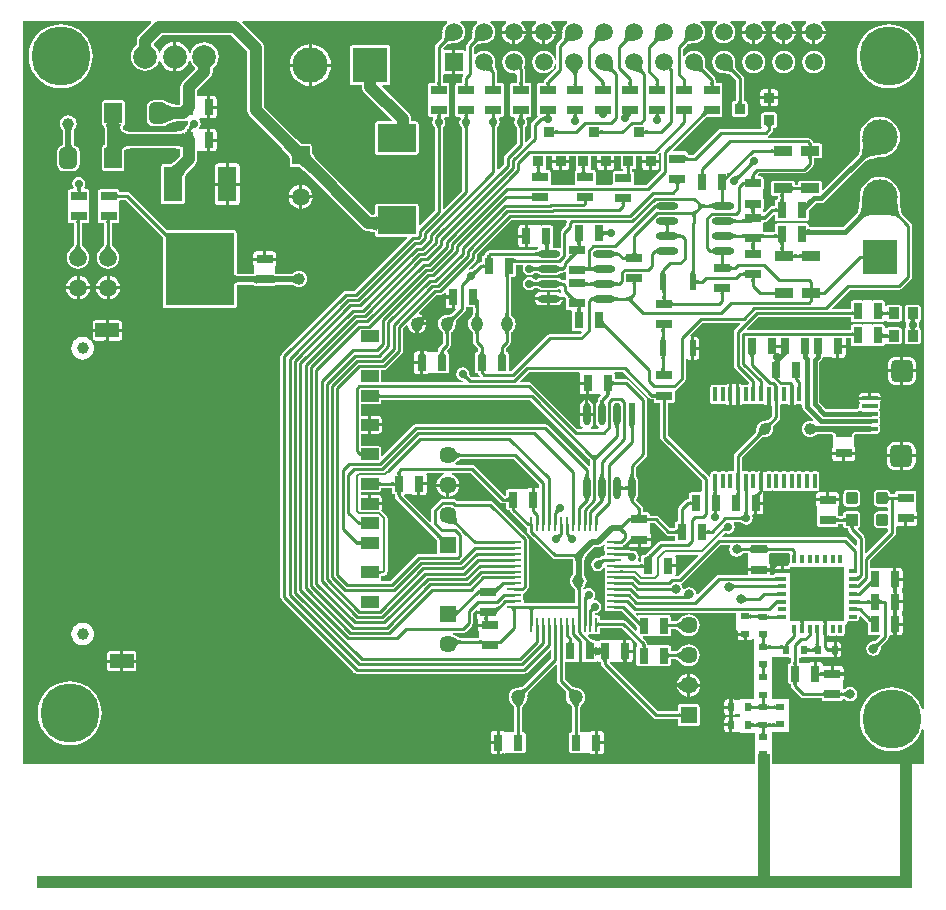
<source format=gtl>
G04 Layer_Physical_Order=1*
G04 Layer_Color=255*
%FSLAX25Y25*%
%MOIN*%
G70*
G01*
G75*
%ADD10R,0.05512X0.03150*%
%ADD11R,0.12992X0.09449*%
%ADD12R,0.03150X0.05512*%
%ADD13R,0.02362X0.07480*%
G04:AMPARAMS|DCode=14|XSize=23.62mil|YSize=74.8mil|CornerRadius=10.63mil|HoleSize=0mil|Usage=FLASHONLY|Rotation=0.000|XOffset=0mil|YOffset=0mil|HoleType=Round|Shape=RoundedRectangle|*
%AMROUNDEDRECTD14*
21,1,0.02362,0.05354,0,0,0.0*
21,1,0.00236,0.07480,0,0,0.0*
1,1,0.02126,0.00118,-0.02677*
1,1,0.02126,-0.00118,-0.02677*
1,1,0.02126,-0.00118,0.02677*
1,1,0.02126,0.00118,0.02677*
%
%ADD14ROUNDEDRECTD14*%
%ADD15R,0.03150X0.01968*%
%ADD16R,0.01968X0.03150*%
G04:AMPARAMS|DCode=17|XSize=59.05mil|YSize=70.87mil|CornerRadius=14.76mil|HoleSize=0mil|Usage=FLASHONLY|Rotation=180.000|XOffset=0mil|YOffset=0mil|HoleType=Round|Shape=RoundedRectangle|*
%AMROUNDEDRECTD17*
21,1,0.05905,0.04134,0,0,180.0*
21,1,0.02953,0.07087,0,0,180.0*
1,1,0.02953,-0.01476,0.02067*
1,1,0.02953,0.01476,0.02067*
1,1,0.02953,0.01476,-0.02067*
1,1,0.02953,-0.01476,-0.02067*
%
%ADD17ROUNDEDRECTD17*%
%ADD18R,0.05905X0.07087*%
%ADD19R,0.06299X0.11811*%
%ADD20R,0.22835X0.24410*%
%ADD21O,0.04724X0.00984*%
%ADD22O,0.00984X0.04724*%
%ADD23R,0.01378X0.04921*%
%ADD24O,0.07480X0.02362*%
%ADD25R,0.18110X0.18110*%
G04:AMPARAMS|DCode=26|XSize=29.53mil|YSize=11.81mil|CornerRadius=2.95mil|HoleSize=0mil|Usage=FLASHONLY|Rotation=270.000|XOffset=0mil|YOffset=0mil|HoleType=Round|Shape=RoundedRectangle|*
%AMROUNDEDRECTD26*
21,1,0.02953,0.00591,0,0,270.0*
21,1,0.02362,0.01181,0,0,270.0*
1,1,0.00591,-0.00295,-0.01181*
1,1,0.00591,-0.00295,0.01181*
1,1,0.00591,0.00295,0.01181*
1,1,0.00591,0.00295,-0.01181*
%
%ADD26ROUNDEDRECTD26*%
G04:AMPARAMS|DCode=27|XSize=29.53mil|YSize=11.81mil|CornerRadius=2.95mil|HoleSize=0mil|Usage=FLASHONLY|Rotation=180.000|XOffset=0mil|YOffset=0mil|HoleType=Round|Shape=RoundedRectangle|*
%AMROUNDEDRECTD27*
21,1,0.02953,0.00591,0,0,180.0*
21,1,0.02362,0.01181,0,0,180.0*
1,1,0.00591,-0.01181,0.00295*
1,1,0.00591,0.01181,0.00295*
1,1,0.00591,0.01181,-0.00295*
1,1,0.00591,-0.01181,-0.00295*
%
%ADD27ROUNDEDRECTD27*%
%ADD28R,0.03740X0.03937*%
%ADD29R,0.02362X0.05512*%
%ADD30R,0.03740X0.03543*%
%ADD31R,0.03740X0.03543*%
%ADD32R,0.03543X0.03740*%
%ADD33R,0.03543X0.03740*%
G04:AMPARAMS|DCode=34|XSize=39.37mil|YSize=39.37mil|CornerRadius=5.91mil|HoleSize=0mil|Usage=FLASHONLY|Rotation=0.000|XOffset=0mil|YOffset=0mil|HoleType=Round|Shape=RoundedRectangle|*
%AMROUNDEDRECTD34*
21,1,0.03937,0.02756,0,0,0.0*
21,1,0.02756,0.03937,0,0,0.0*
1,1,0.01181,0.01378,-0.01378*
1,1,0.01181,-0.01378,-0.01378*
1,1,0.01181,-0.01378,0.01378*
1,1,0.01181,0.01378,0.01378*
%
%ADD34ROUNDEDRECTD34*%
%ADD35R,0.03937X0.03937*%
G04:AMPARAMS|DCode=36|XSize=74.8mil|YSize=74.8mil|CornerRadius=18.7mil|HoleSize=0mil|Usage=FLASHONLY|Rotation=270.000|XOffset=0mil|YOffset=0mil|HoleType=Round|Shape=RoundedRectangle|*
%AMROUNDEDRECTD36*
21,1,0.07480,0.03740,0,0,270.0*
21,1,0.03740,0.07480,0,0,270.0*
1,1,0.03740,-0.01870,-0.01870*
1,1,0.03740,-0.01870,0.01870*
1,1,0.03740,0.01870,0.01870*
1,1,0.03740,0.01870,-0.01870*
%
%ADD36ROUNDEDRECTD36*%
G04:AMPARAMS|DCode=37|XSize=15.75mil|YSize=53.15mil|CornerRadius=3.94mil|HoleSize=0mil|Usage=FLASHONLY|Rotation=270.000|XOffset=0mil|YOffset=0mil|HoleType=Round|Shape=RoundedRectangle|*
%AMROUNDEDRECTD37*
21,1,0.01575,0.04528,0,0,270.0*
21,1,0.00787,0.05315,0,0,270.0*
1,1,0.00787,-0.02264,-0.00394*
1,1,0.00787,-0.02264,0.00394*
1,1,0.00787,0.02264,0.00394*
1,1,0.00787,0.02264,-0.00394*
%
%ADD37ROUNDEDRECTD37*%
%ADD38R,0.06299X0.03543*%
%ADD39R,0.07874X0.04724*%
%ADD40R,0.05905X0.03937*%
%ADD41C,0.00984*%
%ADD42C,0.01968*%
%ADD43C,0.03937*%
%ADD44C,0.01500*%
%ADD45C,0.00787*%
%ADD46C,0.04724*%
%ADD47C,0.11811*%
%ADD48R,0.11811X0.11811*%
%ADD49R,0.11811X0.11811*%
%ADD50C,0.05905*%
%ADD51C,0.05709*%
%ADD52R,0.05709X0.05709*%
%ADD53R,0.05905X0.05905*%
%ADD54C,0.07874*%
%ADD55R,0.05905X0.05905*%
%ADD56C,0.04331*%
%ADD57C,0.03937*%
%ADD58C,0.19685*%
%ADD59C,0.02756*%
%ADD60C,0.03150*%
G36*
X-60057Y91874D02*
X-60088Y91844D01*
X-60115Y91795D01*
X-60139Y91726D01*
X-60159Y91638D01*
X-60176Y91530D01*
X-60198Y91254D01*
X-60206Y90900D01*
X-61190D01*
X-61191Y91087D01*
X-61236Y91638D01*
X-61256Y91726D01*
X-61280Y91795D01*
X-61307Y91844D01*
X-61339Y91874D01*
X-61374Y91884D01*
X-60022D01*
X-60057Y91874D01*
D02*
G37*
G36*
X-62616D02*
X-62647Y91844D01*
X-62674Y91795D01*
X-62698Y91726D01*
X-62719Y91638D01*
X-62735Y91530D01*
X-62757Y91254D01*
X-62765Y90900D01*
X-63749D01*
X-63751Y91087D01*
X-63795Y91638D01*
X-63815Y91726D01*
X-63839Y91795D01*
X-63866Y91844D01*
X-63898Y91874D01*
X-63933Y91884D01*
X-62581D01*
X-62616Y91874D01*
D02*
G37*
G36*
X-70293D02*
X-70324Y91844D01*
X-70352Y91795D01*
X-70376Y91726D01*
X-70396Y91638D01*
X-70412Y91530D01*
X-70434Y91254D01*
X-70442Y90900D01*
X-71426D01*
X-71428Y91087D01*
X-71472Y91638D01*
X-71492Y91726D01*
X-71516Y91795D01*
X-71544Y91844D01*
X-71575Y91874D01*
X-71610Y91884D01*
X-70258D01*
X-70293Y91874D01*
D02*
G37*
G36*
X-99866Y91164D02*
X-99876Y91257D01*
X-99906Y91341D01*
X-99956Y91415D01*
X-100026Y91479D01*
X-100115Y91533D01*
X-100225Y91577D01*
X-100354Y91612D01*
X-100504Y91636D01*
X-100673Y91651D01*
X-100862Y91656D01*
Y92640D01*
X-100673Y92645D01*
X-100504Y92660D01*
X-100354Y92684D01*
X-100225Y92719D01*
X-100115Y92763D01*
X-100026Y92817D01*
X-99956Y92881D01*
X-99906Y92955D01*
X-99876Y93039D01*
X-99866Y93132D01*
Y91164D01*
D02*
G37*
G36*
X-102524Y93039D02*
X-102494Y92955D01*
X-102444Y92881D01*
X-102374Y92817D01*
X-102285Y92763D01*
X-102175Y92719D01*
X-102046Y92684D01*
X-101896Y92660D01*
X-101727Y92645D01*
X-101538Y92640D01*
Y91656D01*
X-101727Y91651D01*
X-101896Y91636D01*
X-102046Y91612D01*
X-102175Y91577D01*
X-102285Y91533D01*
X-102374Y91479D01*
X-102444Y91415D01*
X-102494Y91341D01*
X-102524Y91257D01*
X-102534Y91164D01*
Y93132D01*
X-102524Y93039D01*
D02*
G37*
G36*
X-54938Y91875D02*
X-54970Y91849D01*
X-54997Y91806D01*
X-55021Y91746D01*
X-55041Y91668D01*
X-55058Y91573D01*
X-55071Y91461D01*
X-55085Y91185D01*
X-55087Y91021D01*
X-56072D01*
X-56073Y91185D01*
X-56101Y91573D01*
X-56118Y91668D01*
X-56138Y91746D01*
X-56162Y91806D01*
X-56189Y91849D01*
X-56221Y91875D01*
X-56256Y91884D01*
X-54904D01*
X-54938Y91875D01*
D02*
G37*
G36*
X-175456Y90747D02*
X-175539Y90718D01*
X-175613Y90668D01*
X-175677Y90600D01*
X-175731Y90511D01*
X-175776Y90403D01*
X-175810Y90275D01*
X-175835Y90127D01*
X-175849Y89960D01*
X-175854Y89773D01*
X-176839D01*
X-176844Y89960D01*
X-176858Y90127D01*
X-176883Y90275D01*
X-176917Y90403D01*
X-176962Y90511D01*
X-177016Y90600D01*
X-177080Y90668D01*
X-177154Y90718D01*
X-177237Y90747D01*
X-177331Y90757D01*
X-175362D01*
X-175456Y90747D01*
D02*
G37*
G36*
X-129494Y93149D02*
Y92291D01*
X-129879Y91975D01*
X-130954D01*
Y88200D01*
X-131954D01*
Y91975D01*
X-133028D01*
X-133419Y91898D01*
X-133650Y91743D01*
X-136375D01*
Y91743D01*
X-136398Y91724D01*
X-136572Y91759D01*
X-139721D01*
X-140029Y91698D01*
X-140289Y91524D01*
X-140463Y91263D01*
X-140524Y90956D01*
Y89505D01*
X-141160D01*
X-151077Y99423D01*
X-151501Y99705D01*
X-152000Y99805D01*
X-157361D01*
X-157530Y100305D01*
X-157403Y100403D01*
X-157338Y100487D01*
X-156857Y100943D01*
X-156621Y101139D01*
X-156395Y101307D01*
X-156187Y101444D01*
X-155998Y101549D01*
X-155831Y101624D01*
X-155688Y101671D01*
X-155573Y101695D01*
X-138040D01*
X-129494Y93149D01*
D02*
G37*
G36*
X-113205Y88497D02*
X-113206Y88479D01*
X-113208Y87911D01*
X-114192D01*
X-114195Y88503D01*
X-113205D01*
X-113205Y88497D01*
D02*
G37*
G36*
X-108196Y88501D02*
X-108199Y88483D01*
X-108201Y88452D01*
X-108208Y88015D01*
X-108208Y87900D01*
X-109192D01*
X-109206Y88507D01*
X-108194D01*
X-108196Y88501D01*
D02*
G37*
G36*
X-55594Y90307D02*
X-55787Y90084D01*
X-55851Y89994D01*
X-55894Y89917D01*
X-55916Y89854D01*
X-55916Y89806D01*
X-55895Y89771D01*
X-55853Y89750D01*
X-55789Y89743D01*
X-58249Y89731D01*
X-58111Y89739D01*
X-57973Y89760D01*
X-57835Y89796D01*
X-57696Y89846D01*
X-57557Y89910D01*
X-57418Y89987D01*
X-57278Y90079D01*
X-57138Y90185D01*
X-56998Y90305D01*
X-56857Y90439D01*
X-55465D01*
X-55594Y90307D01*
D02*
G37*
G36*
X-62762Y90540D02*
X-62739Y90225D01*
X-62719Y90097D01*
X-62694Y89989D01*
X-62663Y89900D01*
X-62626Y89832D01*
X-62584Y89782D01*
X-62536Y89753D01*
X-62482Y89743D01*
X-64241Y89731D01*
X-64147Y89741D01*
X-64064Y89772D01*
X-63990Y89822D01*
X-63926Y89892D01*
X-63872Y89982D01*
X-63828Y90091D01*
X-63793Y90220D01*
X-63768Y90370D01*
X-63754Y90539D01*
X-63749Y90727D01*
X-62765D01*
X-62762Y90540D01*
D02*
G37*
G36*
X-70437Y90538D02*
X-70422Y90368D01*
X-70397Y90219D01*
X-70363Y90090D01*
X-70319Y89980D01*
X-70265Y89890D01*
X-70201Y89821D01*
X-70127Y89771D01*
X-70043Y89741D01*
X-69950Y89731D01*
X-71918D01*
X-71825Y89741D01*
X-71741Y89771D01*
X-71667Y89821D01*
X-71603Y89890D01*
X-71549Y89980D01*
X-71505Y90090D01*
X-71470Y90219D01*
X-71446Y90368D01*
X-71431Y90538D01*
X-71426Y90727D01*
X-70442D01*
X-70437Y90538D01*
D02*
G37*
G36*
X-157671Y104712D02*
X-157118Y104230D01*
X-156855Y104034D01*
X-156602Y103869D01*
X-156358Y103733D01*
X-156124Y103628D01*
X-155898Y103552D01*
X-155682Y103507D01*
X-155476Y103492D01*
Y102508D01*
X-155682Y102493D01*
X-155898Y102448D01*
X-156124Y102372D01*
X-156358Y102267D01*
X-156602Y102131D01*
X-156855Y101966D01*
X-157118Y101770D01*
X-157390Y101544D01*
X-157962Y101002D01*
Y104998D01*
X-157671Y104712D01*
D02*
G37*
G36*
X-112800Y101634D02*
X-112745Y101564D01*
X-112676Y101463D01*
X-112618Y101361D01*
X-112569Y101256D01*
X-112529Y101147D01*
X-112498Y101034D01*
X-112475Y100914D01*
X-112465Y100825D01*
Y99517D01*
X-112965Y99310D01*
X-126577Y112923D01*
X-127001Y113205D01*
X-127500Y113305D01*
X-170639D01*
X-171139Y113205D01*
X-171562Y112923D01*
X-181830Y102655D01*
X-182292Y102846D01*
Y105291D01*
X-182353Y105599D01*
X-182527Y105859D01*
X-182787Y106033D01*
X-183095Y106094D01*
X-188975D01*
Y110177D01*
X-186547D01*
Y113165D01*
Y116153D01*
X-188975D01*
Y119922D01*
X-183095D01*
X-182787Y119983D01*
X-182527Y120157D01*
X-182353Y120417D01*
X-182292Y120724D01*
Y121388D01*
X-132554D01*
X-112800Y101634D01*
D02*
G37*
G36*
X-62763Y97576D02*
X-62719Y97025D01*
X-62698Y96937D01*
X-62674Y96868D01*
X-62647Y96819D01*
X-62616Y96789D01*
X-62581Y96779D01*
X-63933D01*
X-63898Y96789D01*
X-63866Y96819D01*
X-63839Y96868D01*
X-63815Y96937D01*
X-63795Y97025D01*
X-63778Y97133D01*
X-63756Y97409D01*
X-63749Y97763D01*
X-62765D01*
X-62763Y97576D01*
D02*
G37*
G36*
X-32337Y112719D02*
X-31708Y112653D01*
X-31452Y112596D01*
X-31235Y112522D01*
X-31058Y112432D01*
X-30920Y112326D01*
X-30822Y112203D01*
X-30763Y112064D01*
X-30743Y111908D01*
X-30731Y109774D01*
X-30752Y109961D01*
X-30812Y110128D01*
X-30911Y110276D01*
X-31051Y110404D01*
X-31229Y110512D01*
X-31447Y110601D01*
X-31704Y110670D01*
X-32000Y110719D01*
X-32336Y110748D01*
X-32711Y110758D01*
Y112727D01*
X-32337Y112719D01*
D02*
G37*
G36*
X-54377Y109774D02*
X-54619Y109771D01*
X-55062Y109729D01*
X-55263Y109690D01*
X-55451Y109640D01*
X-55626Y109578D01*
X-55788Y109504D01*
X-55936Y109418D01*
X-56071Y109321D01*
X-56192Y109212D01*
X-56888Y109908D01*
X-56779Y110029D01*
X-56682Y110164D01*
X-56596Y110312D01*
X-56522Y110474D01*
X-56460Y110649D01*
X-56410Y110837D01*
X-56371Y111038D01*
X-56344Y111253D01*
X-56329Y111481D01*
X-56326Y111723D01*
X-54377Y109774D01*
D02*
G37*
G36*
X-109973Y102331D02*
X-110105Y102189D01*
X-110223Y102042D01*
X-110327Y101888D01*
X-110418Y101729D01*
X-110494Y101564D01*
X-110557Y101393D01*
X-110606Y101216D01*
X-110641Y101033D01*
X-110662Y100845D01*
X-110669Y100651D01*
X-111653D01*
X-111660Y100845D01*
X-111681Y101033D01*
X-111715Y101216D01*
X-111764Y101393D01*
X-111827Y101564D01*
X-111903Y101729D01*
X-111994Y101888D01*
X-112098Y102042D01*
X-112216Y102189D01*
X-112349Y102331D01*
X-111857Y103231D01*
X-111717Y103106D01*
X-111578Y103009D01*
X-111439Y102939D01*
X-111300Y102897D01*
X-111161Y102883D01*
X-111021Y102897D01*
X-110882Y102939D01*
X-110743Y103009D01*
X-110604Y103106D01*
X-110465Y103231D01*
X-109973Y102331D01*
D02*
G37*
G36*
X-175849Y97038D02*
X-175835Y96868D01*
X-175810Y96719D01*
X-175776Y96590D01*
X-175731Y96480D01*
X-175677Y96390D01*
X-175613Y96321D01*
X-175539Y96271D01*
X-175456Y96241D01*
X-175362Y96231D01*
X-177331D01*
X-177237Y96241D01*
X-177154Y96271D01*
X-177080Y96321D01*
X-177016Y96390D01*
X-176962Y96480D01*
X-176917Y96590D01*
X-176883Y96719D01*
X-176858Y96868D01*
X-176844Y97038D01*
X-176839Y97227D01*
X-175854D01*
X-175849Y97038D01*
D02*
G37*
G36*
X-142622Y87278D02*
X-142199Y86995D01*
X-141700Y86895D01*
X-140524D01*
Y85444D01*
X-140463Y85137D01*
X-140289Y84876D01*
X-140029Y84702D01*
X-139721Y84641D01*
X-139410D01*
X-139352Y84347D01*
X-139069Y83924D01*
X-134155Y79010D01*
X-133731Y78727D01*
X-133505Y78682D01*
Y76980D01*
X-133301D01*
X-133049Y76603D01*
X-125124Y68678D01*
X-124701Y68395D01*
X-124202Y68295D01*
X-118625D01*
X-118348Y68286D01*
X-118328Y68252D01*
X-118283Y68142D01*
X-118237Y67973D01*
X-118199Y67747D01*
X-118185Y67585D01*
Y63569D01*
X-118196Y63476D01*
X-118217Y63359D01*
X-118240Y63264D01*
X-118265Y63191D01*
X-118288Y63140D01*
X-118305Y63110D01*
X-118315Y63098D01*
X-118357Y63055D01*
X-118366Y63042D01*
X-118465Y62966D01*
X-118907Y62390D01*
X-119185Y61719D01*
X-119280Y61000D01*
X-119185Y60281D01*
X-118907Y59610D01*
X-118465Y59035D01*
X-118350Y58945D01*
X-118330Y58919D01*
X-118173Y58776D01*
X-118051Y58651D01*
X-117949Y58532D01*
X-117866Y58419D01*
X-117801Y58314D01*
X-117751Y58216D01*
X-117716Y58126D01*
X-117692Y58042D01*
X-117683Y57988D01*
Y53678D01*
X-134263D01*
X-134673Y54178D01*
X-134641Y54342D01*
X-134757Y54924D01*
X-135080Y55407D01*
Y55628D01*
X-134957Y55811D01*
X-134858Y56310D01*
X-134917Y56608D01*
X-134722Y57073D01*
X-134299Y57356D01*
X-133468Y58187D01*
X-133185Y58610D01*
X-133086Y59109D01*
Y74891D01*
X-133185Y75390D01*
X-133468Y75813D01*
X-145006Y87351D01*
X-145429Y87634D01*
X-145928Y87733D01*
X-157042D01*
X-157365Y88056D01*
X-157788Y88339D01*
X-158288Y88438D01*
X-161712D01*
X-162212Y88339D01*
X-162635Y88056D01*
X-165056Y85635D01*
X-165339Y85211D01*
X-165438Y84712D01*
Y80937D01*
X-165900Y80745D01*
X-174617Y89462D01*
X-174611Y89537D01*
X-174405Y89957D01*
X-171850D01*
X-171618Y89802D01*
X-171228Y89724D01*
X-170153D01*
Y93500D01*
X-169653D01*
Y94000D01*
X-167059D01*
Y96256D01*
X-167137Y96646D01*
X-167170Y96695D01*
X-166902Y97195D01*
X-161250D01*
X-161150Y96695D01*
X-161944Y96367D01*
X-162749Y95749D01*
X-163367Y94944D01*
X-163755Y94006D01*
X-163822Y93500D01*
X-160000D01*
X-156178D01*
X-156245Y94006D01*
X-156633Y94944D01*
X-157251Y95749D01*
X-158056Y96367D01*
X-158850Y96695D01*
X-158750Y97195D01*
X-152540D01*
X-142622Y87278D01*
D02*
G37*
G36*
X-177896Y92496D02*
X-177906Y92590D01*
X-177936Y92673D01*
X-177986Y92747D01*
X-178056Y92811D01*
X-178145Y92865D01*
X-178255Y92909D01*
X-178384Y92944D01*
X-178534Y92968D01*
X-178703Y92983D01*
X-178893Y92988D01*
Y93972D01*
X-178703Y93977D01*
X-178534Y93992D01*
X-178384Y94017D01*
X-178255Y94051D01*
X-178145Y94095D01*
X-178056Y94150D01*
X-177986Y94214D01*
X-177936Y94287D01*
X-177906Y94371D01*
X-177896Y94465D01*
Y92496D01*
D02*
G37*
G36*
X-183109Y94371D02*
X-183080Y94287D01*
X-183030Y94214D01*
X-182960Y94150D01*
X-182870Y94095D01*
X-182761Y94051D01*
X-182631Y94017D01*
X-182482Y93992D01*
X-182313Y93977D01*
X-182123Y93972D01*
Y92988D01*
X-182313Y92983D01*
X-182482Y92968D01*
X-182631Y92944D01*
X-182761Y92909D01*
X-182870Y92865D01*
X-182960Y92811D01*
X-183030Y92747D01*
X-183080Y92673D01*
X-183109Y92590D01*
X-183119Y92496D01*
Y94465D01*
X-183109Y94371D01*
D02*
G37*
G36*
X-98203Y96531D02*
X-98164Y96090D01*
X-98131Y95911D01*
X-98087Y95760D01*
X-98034Y95636D01*
X-97971Y95539D01*
X-97899Y95471D01*
X-97817Y95429D01*
X-97725Y95416D01*
X-99675D01*
X-99583Y95429D01*
X-99501Y95471D01*
X-99429Y95539D01*
X-99366Y95636D01*
X-99313Y95760D01*
X-99269Y95911D01*
X-99236Y96090D01*
X-99211Y96297D01*
X-99197Y96531D01*
X-99192Y96792D01*
X-98208D01*
X-98203Y96531D01*
D02*
G37*
G36*
X-113203D02*
X-113164Y96090D01*
X-113131Y95911D01*
X-113087Y95760D01*
X-113034Y95636D01*
X-112971Y95539D01*
X-112899Y95471D01*
X-112817Y95429D01*
X-112725Y95416D01*
X-114675D01*
X-114583Y95429D01*
X-114501Y95471D01*
X-114429Y95539D01*
X-114366Y95636D01*
X-114313Y95760D01*
X-114269Y95911D01*
X-114236Y96090D01*
X-114211Y96297D01*
X-114197Y96531D01*
X-114192Y96792D01*
X-113208D01*
X-113203Y96531D01*
D02*
G37*
G36*
X-108255Y96555D02*
X-108216Y96122D01*
X-108183Y95947D01*
X-108139Y95800D01*
X-108086Y95681D01*
X-108023Y95590D01*
X-107951Y95526D01*
X-107869Y95491D01*
X-107777Y95483D01*
X-109736Y95355D01*
X-109643Y95485D01*
X-109559Y95617D01*
X-109485Y95752D01*
X-109421Y95890D01*
X-109367Y96030D01*
X-109323Y96173D01*
X-109288Y96318D01*
X-109264Y96466D01*
X-109249Y96617D01*
X-109244Y96771D01*
X-108260Y96814D01*
X-108255Y96555D01*
D02*
G37*
G36*
X-98037Y88601D02*
X-98073Y88574D01*
X-98104Y88529D01*
X-98132Y88465D01*
X-98155Y88383D01*
X-98174Y88283D01*
X-98189Y88164D01*
X-98206Y87873D01*
X-98208Y87700D01*
X-99192D01*
X-99194Y87873D01*
X-99226Y88283D01*
X-99245Y88383D01*
X-99268Y88465D01*
X-99296Y88529D01*
X-99327Y88574D01*
X-99363Y88601D01*
X-99404Y88610D01*
X-97996D01*
X-98037Y88601D01*
D02*
G37*
G36*
X-132604Y79316D02*
X-132611Y79340D01*
X-132629Y79361D01*
X-132661Y79379D01*
X-132705Y79396D01*
X-132761Y79409D01*
X-132830Y79420D01*
X-132912Y79429D01*
X-133113Y79439D01*
X-133232Y79440D01*
Y80424D01*
X-133113Y80426D01*
X-132830Y80444D01*
X-132761Y80455D01*
X-132705Y80469D01*
X-132661Y80485D01*
X-132629Y80504D01*
X-132611Y80525D01*
X-132604Y80548D01*
Y79316D01*
D02*
G37*
G36*
X-92776Y121931D02*
X-92353Y121648D01*
X-91853Y121549D01*
X-91359D01*
Y121279D01*
X-91298Y120972D01*
X-91124Y120711D01*
X-90863Y120537D01*
X-90556Y120476D01*
X-89105D01*
Y108800D01*
X-89005Y108301D01*
X-88722Y107878D01*
X-75305Y94460D01*
Y90895D01*
X-75772Y90559D01*
X-78921D01*
X-79229Y90498D01*
X-79489Y90324D01*
X-79663Y90063D01*
X-79724Y89756D01*
Y88305D01*
X-80000D01*
X-80499Y88205D01*
X-80923Y87923D01*
X-82769Y86076D01*
X-83052Y85653D01*
X-83151Y85154D01*
Y81059D01*
X-83421D01*
X-83728Y80998D01*
X-83989Y80824D01*
X-84163Y80563D01*
X-84224Y80256D01*
Y78805D01*
X-85960D01*
X-89624Y82469D01*
X-90047Y82752D01*
X-90547Y82851D01*
X-92541D01*
Y83121D01*
X-92602Y83429D01*
X-92776Y83689D01*
X-93037Y83863D01*
X-93344Y83924D01*
X-94795D01*
Y85100D01*
X-94895Y85599D01*
X-95178Y86023D01*
X-97252Y88097D01*
X-97248Y88137D01*
X-96839Y88749D01*
X-96695Y89471D01*
Y94825D01*
X-96839Y95547D01*
X-97248Y96159D01*
X-97372Y96242D01*
X-97395Y96511D01*
Y98960D01*
X-93977Y102377D01*
X-93695Y102801D01*
X-93595Y103300D01*
Y121400D01*
X-93695Y121899D01*
X-93977Y122322D01*
X-99577Y127922D01*
X-100001Y128205D01*
X-100500Y128305D01*
X-104276D01*
Y129756D01*
X-104337Y130063D01*
X-104425Y130195D01*
X-104263Y130624D01*
X-104204Y130695D01*
X-101540D01*
X-92776Y121931D01*
D02*
G37*
G36*
X-24497Y79523D02*
X-24581Y79493D01*
X-24655Y79444D01*
X-24719Y79375D01*
X-24773Y79287D01*
X-24817Y79178D01*
X-24852Y79050D01*
X-24876Y78903D01*
X-24891Y78736D01*
X-24896Y78548D01*
X-25880D01*
X-25885Y78736D01*
X-25900Y78903D01*
X-25925Y79050D01*
X-25959Y79178D01*
X-26003Y79287D01*
X-26057Y79375D01*
X-26122Y79444D01*
X-26195Y79493D01*
X-26279Y79523D01*
X-26372Y79533D01*
X-24404D01*
X-24497Y79523D01*
D02*
G37*
G36*
X-81349Y81038D02*
X-81335Y80869D01*
X-81310Y80719D01*
X-81276Y80590D01*
X-81231Y80480D01*
X-81177Y80390D01*
X-81113Y80321D01*
X-81039Y80271D01*
X-80956Y80241D01*
X-80862Y80231D01*
X-82831D01*
X-82737Y80241D01*
X-82653Y80271D01*
X-82580Y80321D01*
X-82516Y80390D01*
X-82462Y80480D01*
X-82417Y80590D01*
X-82383Y80719D01*
X-82358Y80869D01*
X-82344Y81038D01*
X-82339Y81227D01*
X-81354D01*
X-81349Y81038D01*
D02*
G37*
G36*
X-188975Y79487D02*
X-188983Y79539D01*
X-189006Y79585D01*
X-189045Y79626D01*
X-189099Y79662D01*
X-189169Y79692D01*
X-189255Y79716D01*
X-189356Y79735D01*
X-189472Y79749D01*
X-189604Y79757D01*
X-189752Y79760D01*
Y80744D01*
X-189604Y80747D01*
X-189356Y80769D01*
X-189255Y80788D01*
X-189169Y80812D01*
X-189099Y80842D01*
X-189045Y80878D01*
X-189006Y80919D01*
X-188983Y80965D01*
X-188975Y81017D01*
Y79487D01*
D02*
G37*
G36*
X-157140Y82579D02*
X-157086Y81846D01*
X-157037Y81521D01*
X-156974Y81225D01*
X-156897Y80956D01*
X-156805Y80716D01*
X-156699Y80503D01*
X-156578Y80319D01*
X-156443Y80163D01*
X-157135Y79463D01*
X-157292Y79599D01*
X-157477Y79719D01*
X-157690Y79825D01*
X-157930Y79916D01*
X-158198Y79992D01*
X-158494Y80053D01*
X-158818Y80099D01*
X-159169Y80129D01*
X-159955Y80146D01*
X-157146Y82988D01*
X-157140Y82579D01*
D02*
G37*
G36*
X-67125Y77772D02*
X-67244Y77826D01*
X-67361Y77864D01*
X-67476Y77886D01*
X-67588Y77893D01*
X-67696Y77885D01*
X-67803Y77861D01*
X-67906Y77821D01*
X-68007Y77766D01*
X-68106Y77695D01*
X-68201Y77608D01*
X-68462Y78461D01*
X-68388Y78539D01*
X-68243Y78716D01*
X-68172Y78816D01*
X-68030Y79039D01*
X-67890Y79291D01*
X-67753Y79573D01*
X-67125Y77772D01*
D02*
G37*
G36*
X-122051Y76253D02*
X-122141Y76157D01*
X-122221Y76057D01*
X-122291Y75953D01*
X-122352Y75845D01*
X-122403Y75734D01*
X-122445Y75619D01*
X-122477Y75500D01*
X-122499Y75377D01*
X-122512Y75250D01*
X-122516Y75120D01*
X-123880Y76484D01*
X-123750Y76488D01*
X-123623Y76501D01*
X-123500Y76523D01*
X-123381Y76555D01*
X-123266Y76597D01*
X-123155Y76648D01*
X-123047Y76709D01*
X-122943Y76780D01*
X-122843Y76859D01*
X-122747Y76949D01*
X-122051Y76253D01*
D02*
G37*
G36*
X-119551Y76753D02*
X-119451Y76673D01*
X-119347Y76603D01*
X-119239Y76542D01*
X-119128Y76491D01*
X-119013Y76449D01*
X-118894Y76417D01*
X-118771Y76394D01*
X-118644Y76381D01*
X-118514Y76378D01*
X-119878Y75014D01*
X-119881Y75144D01*
X-119894Y75271D01*
X-119917Y75394D01*
X-119949Y75513D01*
X-119991Y75628D01*
X-120042Y75739D01*
X-120103Y75847D01*
X-120173Y75951D01*
X-120253Y76051D01*
X-120343Y76147D01*
X-119647Y76843D01*
X-119551Y76753D01*
D02*
G37*
G36*
X-162638Y76341D02*
X-162275Y76033D01*
X-162115Y75920D01*
X-161968Y75835D01*
X-161836Y75779D01*
X-161718Y75749D01*
X-161615Y75748D01*
X-161525Y75775D01*
X-161449Y75829D01*
X-162829Y74449D01*
X-162775Y74525D01*
X-162748Y74615D01*
X-162749Y74718D01*
X-162778Y74836D01*
X-162835Y74968D01*
X-162920Y75115D01*
X-163033Y75275D01*
X-163173Y75450D01*
X-163537Y75841D01*
X-162841Y76537D01*
X-162638Y76341D01*
D02*
G37*
G36*
X-100257Y80247D02*
X-100515Y79986D01*
X-101493Y78869D01*
X-101513Y78838D01*
X-101542Y78739D01*
X-101556Y78600D01*
X-101542Y78461D01*
X-101535Y78437D01*
X-101509Y78385D01*
X-101432Y78261D01*
X-101335Y78123D01*
X-101082Y77811D01*
X-100749Y77448D01*
X-100552Y77248D01*
X-101248Y76552D01*
X-101448Y76749D01*
X-102123Y77335D01*
X-102261Y77432D01*
X-102385Y77509D01*
X-102497Y77566D01*
X-102597Y77602D01*
X-102684Y77619D01*
X-102002Y78301D01*
X-102600Y78600D01*
X-101944Y78928D01*
X-102601Y79584D01*
X-102532Y79598D01*
X-102442Y79639D01*
X-102331Y79707D01*
X-102198Y79802D01*
X-101869Y80073D01*
X-101214Y80685D01*
X-100953Y80943D01*
X-100257Y80247D01*
D02*
G37*
G36*
X-73594Y78391D02*
X-73564Y78307D01*
X-73514Y78233D01*
X-73444Y78169D01*
X-73355Y78115D01*
X-73245Y78071D01*
X-73116Y78036D01*
X-72966Y78012D01*
X-72797Y77997D01*
X-72607Y77992D01*
Y77008D01*
X-72797Y77003D01*
X-72966Y76988D01*
X-73116Y76964D01*
X-73245Y76929D01*
X-73355Y76885D01*
X-73444Y76831D01*
X-73514Y76767D01*
X-73564Y76693D01*
X-73594Y76609D01*
X-73604Y76516D01*
Y78484D01*
X-73594Y78391D01*
D02*
G37*
G36*
X-83396Y76516D02*
X-83406Y76609D01*
X-83436Y76693D01*
X-83486Y76767D01*
X-83556Y76831D01*
X-83645Y76885D01*
X-83755Y76929D01*
X-83884Y76964D01*
X-84034Y76988D01*
X-84203Y77003D01*
X-84392Y77008D01*
Y77992D01*
X-84203Y77997D01*
X-84034Y78012D01*
X-83884Y78036D01*
X-83755Y78071D01*
X-83645Y78115D01*
X-83556Y78169D01*
X-83486Y78233D01*
X-83436Y78307D01*
X-83406Y78391D01*
X-83396Y78484D01*
Y76516D01*
D02*
G37*
G36*
X-78896Y86016D02*
X-78906Y86109D01*
X-78936Y86193D01*
X-78986Y86267D01*
X-79056Y86331D01*
X-79145Y86385D01*
X-79255Y86429D01*
X-79384Y86464D01*
X-79534Y86488D01*
X-79703Y86503D01*
X-79892Y86508D01*
Y87492D01*
X-79703Y87497D01*
X-79534Y87512D01*
X-79384Y87536D01*
X-79255Y87571D01*
X-79145Y87615D01*
X-79056Y87669D01*
X-78986Y87733D01*
X-78936Y87807D01*
X-78906Y87891D01*
X-78896Y87984D01*
Y86016D01*
D02*
G37*
G36*
X-137558Y85451D02*
X-137578Y85433D01*
X-137596Y85402D01*
X-137612Y85359D01*
X-137625Y85304D01*
X-137635Y85237D01*
X-137644Y85158D01*
X-137653Y84962D01*
X-137654Y84847D01*
X-138639D01*
X-138640Y84962D01*
X-138657Y85237D01*
X-138668Y85304D01*
X-138681Y85359D01*
X-138697Y85402D01*
X-138714Y85433D01*
X-138735Y85451D01*
X-138757Y85457D01*
X-137536D01*
X-137558Y85451D01*
D02*
G37*
G36*
X-130563Y85447D02*
X-130647Y85418D01*
X-130720Y85369D01*
X-130784Y85300D01*
X-130838Y85211D01*
X-130883Y85103D01*
X-130917Y84975D01*
X-130942Y84827D01*
X-130956Y84660D01*
X-130961Y84473D01*
X-131946D01*
X-131951Y84660D01*
X-131965Y84827D01*
X-131990Y84975D01*
X-132024Y85103D01*
X-132069Y85211D01*
X-132123Y85300D01*
X-132187Y85369D01*
X-132261Y85418D01*
X-132344Y85447D01*
X-132438Y85457D01*
X-130469D01*
X-130563Y85447D01*
D02*
G37*
G36*
X-10140Y87591D02*
X-10150Y87684D01*
X-10180Y87768D01*
X-10230Y87841D01*
X-10300Y87906D01*
X-10389Y87960D01*
X-10499Y88004D01*
X-10628Y88038D01*
X-10778Y88063D01*
X-10947Y88078D01*
X-11137Y88083D01*
Y89067D01*
X-10947Y89072D01*
X-10778Y89087D01*
X-10628Y89111D01*
X-10499Y89146D01*
X-10389Y89190D01*
X-10300Y89244D01*
X-10230Y89308D01*
X-10180Y89382D01*
X-10150Y89466D01*
X-10140Y89559D01*
Y87591D01*
D02*
G37*
G36*
X-13186Y89466D02*
X-13156Y89382D01*
X-13106Y89308D01*
X-13037Y89244D01*
X-12947Y89190D01*
X-12837Y89146D01*
X-12708Y89111D01*
X-12559Y89087D01*
X-12389Y89072D01*
X-12200Y89067D01*
Y88083D01*
X-12389Y88078D01*
X-12559Y88063D01*
X-12708Y88038D01*
X-12837Y88004D01*
X-12947Y87960D01*
X-13037Y87906D01*
X-13106Y87841D01*
X-13156Y87768D01*
X-13186Y87684D01*
X-13196Y87591D01*
Y89559D01*
X-13186Y89466D01*
D02*
G37*
G36*
X-139696Y87216D02*
X-139706Y87309D01*
X-139736Y87393D01*
X-139786Y87467D01*
X-139856Y87531D01*
X-139945Y87585D01*
X-140055Y87629D01*
X-140184Y87664D01*
X-140334Y87688D01*
X-140503Y87703D01*
X-140692Y87708D01*
Y88692D01*
X-140503Y88697D01*
X-140334Y88712D01*
X-140184Y88736D01*
X-140055Y88771D01*
X-139945Y88815D01*
X-139856Y88869D01*
X-139786Y88933D01*
X-139736Y89007D01*
X-139706Y89091D01*
X-139696Y89184D01*
Y87216D01*
D02*
G37*
G36*
X-122514Y84122D02*
X-122644Y84119D01*
X-122771Y84106D01*
X-122894Y84083D01*
X-123013Y84051D01*
X-123128Y84009D01*
X-123239Y83958D01*
X-123347Y83897D01*
X-123451Y83827D01*
X-123550Y83747D01*
X-123647Y83657D01*
X-124343Y84353D01*
X-124253Y84449D01*
X-124173Y84549D01*
X-124103Y84653D01*
X-124042Y84761D01*
X-123991Y84872D01*
X-123949Y84987D01*
X-123917Y85106D01*
X-123894Y85229D01*
X-123881Y85356D01*
X-123878Y85486D01*
X-122514Y84122D01*
D02*
G37*
G36*
X-93359Y82437D02*
X-93329Y82354D01*
X-93279Y82280D01*
X-93210Y82216D01*
X-93120Y82162D01*
X-93010Y82117D01*
X-92881Y82083D01*
X-92731Y82058D01*
X-92562Y82043D01*
X-92373Y82039D01*
Y81054D01*
X-92562Y81049D01*
X-92731Y81035D01*
X-92881Y81010D01*
X-93010Y80976D01*
X-93120Y80931D01*
X-93210Y80877D01*
X-93279Y80813D01*
X-93329Y80739D01*
X-93359Y80656D01*
X-93369Y80562D01*
Y82531D01*
X-93359Y82437D01*
D02*
G37*
G36*
X-27332Y80480D02*
X-27342Y80574D01*
X-27372Y80658D01*
X-27421Y80731D01*
X-27491Y80795D01*
X-27581Y80849D01*
X-27690Y80894D01*
X-27820Y80928D01*
X-27969Y80953D01*
X-28139Y80967D01*
X-28328Y80972D01*
Y81957D01*
X-28139Y81962D01*
X-27969Y81976D01*
X-27820Y82001D01*
X-27690Y82035D01*
X-27581Y82080D01*
X-27491Y82134D01*
X-27421Y82198D01*
X-27372Y82272D01*
X-27342Y82355D01*
X-27332Y82449D01*
Y80480D01*
D02*
G37*
G36*
X-30653Y82355D02*
X-30623Y82272D01*
X-30573Y82198D01*
X-30503Y82134D01*
X-30414Y82080D01*
X-30304Y82035D01*
X-30175Y82001D01*
X-30025Y81976D01*
X-29856Y81962D01*
X-29667Y81957D01*
Y80972D01*
X-29856Y80967D01*
X-30025Y80953D01*
X-30175Y80928D01*
X-30304Y80894D01*
X-30414Y80849D01*
X-30503Y80795D01*
X-30573Y80731D01*
X-30623Y80658D01*
X-30653Y80574D01*
X-30663Y80480D01*
Y82449D01*
X-30653Y82355D01*
D02*
G37*
G36*
X-95603Y83903D02*
X-95588Y83734D01*
X-95564Y83584D01*
X-95529Y83455D01*
X-95485Y83345D01*
X-95431Y83256D01*
X-95367Y83186D01*
X-95293Y83136D01*
X-95209Y83106D01*
X-95116Y83096D01*
X-97084D01*
X-96991Y83106D01*
X-96907Y83136D01*
X-96833Y83186D01*
X-96769Y83256D01*
X-96715Y83345D01*
X-96671Y83455D01*
X-96636Y83584D01*
X-96612Y83734D01*
X-96597Y83903D01*
X-96592Y84092D01*
X-95608D01*
X-95603Y83903D01*
D02*
G37*
G36*
X-60200Y84040D02*
X-60185Y83912D01*
X-60159Y83791D01*
X-60122Y83676D01*
X-60076Y83567D01*
X-60019Y83464D01*
X-59951Y83367D01*
X-59873Y83276D01*
X-59785Y83191D01*
X-59686Y83112D01*
X-61484Y82852D01*
Y81035D01*
X-61579Y81125D01*
X-61677Y81205D01*
X-61780Y81276D01*
X-61887Y81338D01*
X-61998Y81390D01*
X-62113Y81432D01*
X-62232Y81465D01*
X-62355Y81489D01*
X-62483Y81503D01*
X-62614Y81508D01*
Y82492D01*
X-62483Y82497D01*
X-62355Y82511D01*
X-62232Y82535D01*
X-62113Y82568D01*
X-61998Y82610D01*
X-61887Y82662D01*
X-61780Y82724D01*
X-61677Y82794D01*
X-61579Y82875D01*
X-61544Y82908D01*
X-61519Y82943D01*
X-61449Y83053D01*
X-61389Y83166D01*
X-61336Y83281D01*
X-61291Y83398D01*
X-61255Y83517D01*
X-61226Y83639D01*
X-61206Y83764D01*
X-61194Y83890D01*
X-61190Y84020D01*
X-60206Y84173D01*
X-60200Y84040D01*
D02*
G37*
G36*
X-98831Y80736D02*
X-98839Y80796D01*
X-98864Y80850D01*
X-98905Y80898D01*
X-98962Y80940D01*
X-99037Y80975D01*
X-99127Y81003D01*
X-99234Y81026D01*
X-99357Y81042D01*
X-99497Y81051D01*
X-99654Y81054D01*
Y82039D01*
X-99497Y82042D01*
X-99234Y82067D01*
X-99127Y82090D01*
X-99037Y82118D01*
X-98962Y82153D01*
X-98905Y82195D01*
X-98864Y82242D01*
X-98839Y82297D01*
X-98831Y82357D01*
Y80736D01*
D02*
G37*
G36*
X-23289Y110758D02*
X-23664Y110748D01*
X-24000Y110719D01*
X-24296Y110670D01*
X-24554Y110601D01*
X-24771Y110512D01*
X-24949Y110404D01*
X-25089Y110276D01*
X-25188Y110128D01*
X-25248Y109961D01*
X-25269Y109774D01*
X-25257Y111908D01*
X-23289Y112727D01*
Y110758D01*
D02*
G37*
G36*
X-87509Y145082D02*
X-87593Y145052D01*
X-87667Y145003D01*
X-87731Y144934D01*
X-87785Y144846D01*
X-87829Y144737D01*
X-87864Y144609D01*
X-87888Y144462D01*
X-87903Y144295D01*
X-87908Y144107D01*
X-88892D01*
X-88897Y144295D01*
X-88912Y144462D01*
X-88936Y144609D01*
X-88971Y144737D01*
X-89015Y144846D01*
X-89069Y144934D01*
X-89133Y145003D01*
X-89207Y145052D01*
X-89291Y145082D01*
X-89384Y145092D01*
X-87416D01*
X-87509Y145082D01*
D02*
G37*
G36*
X-160741Y156995D02*
Y156300D01*
X-160469D01*
X-160334Y156312D01*
X-160184Y156336D01*
X-160055Y156371D01*
X-159945Y156415D01*
X-159856Y156469D01*
X-159786Y156533D01*
X-159736Y156607D01*
X-159706Y156691D01*
X-159696Y156784D01*
Y156300D01*
X-158147D01*
Y155800D01*
X-157647D01*
Y152024D01*
X-157574D01*
X-157382Y151563D01*
X-158884Y150061D01*
X-158941Y150021D01*
X-159032Y149970D01*
X-159144Y149922D01*
X-159276Y149878D01*
X-159432Y149839D01*
X-159598Y149809D01*
X-160039Y149771D01*
X-160228Y149769D01*
X-160300Y149778D01*
X-161071Y149677D01*
X-161789Y149379D01*
X-162406Y148906D01*
X-162879Y148289D01*
X-163177Y147571D01*
X-163278Y146800D01*
X-163177Y146029D01*
X-162879Y145311D01*
X-162406Y144694D01*
X-162348Y144650D01*
X-162209Y144507D01*
X-162063Y144342D01*
X-161938Y144185D01*
X-161835Y144037D01*
X-161752Y143900D01*
X-161690Y143775D01*
X-161645Y143662D01*
X-161617Y143561D01*
X-161605Y143492D01*
Y140340D01*
X-162876Y139069D01*
X-163159Y138646D01*
X-163258Y138146D01*
Y137423D01*
X-163725Y137343D01*
X-163725Y137343D01*
X-166450D01*
X-166682Y137498D01*
X-167072Y137575D01*
X-168147D01*
Y137304D01*
X-168135Y137169D01*
X-168110Y137019D01*
X-168076Y136890D01*
X-168031Y136780D01*
X-167977Y136690D01*
X-167913Y136621D01*
X-167839Y136571D01*
X-167756Y136541D01*
X-167662Y136531D01*
X-168147D01*
Y133800D01*
Y130025D01*
X-167072D01*
X-166682Y130102D01*
X-166450Y130257D01*
X-163725D01*
Y130257D01*
X-163702Y130276D01*
X-163528Y130241D01*
X-160379D01*
X-160072Y130302D01*
X-159811Y130476D01*
X-159637Y130737D01*
X-159576Y131044D01*
Y136556D01*
X-159637Y136863D01*
X-159811Y137124D01*
X-160072Y137298D01*
X-160221Y137327D01*
X-160391Y137715D01*
X-160396Y137859D01*
X-159378Y138877D01*
X-159095Y139301D01*
X-158995Y139800D01*
Y143492D01*
X-158983Y143561D01*
X-158955Y143662D01*
X-158910Y143775D01*
X-158848Y143900D01*
X-158765Y144037D01*
X-158669Y144176D01*
X-158383Y144515D01*
X-158252Y144650D01*
X-158194Y144694D01*
X-157721Y145311D01*
X-157423Y146029D01*
X-157322Y146800D01*
X-157331Y146872D01*
X-157329Y147071D01*
X-157316Y147292D01*
X-157293Y147491D01*
X-157261Y147669D01*
X-157222Y147823D01*
X-157178Y147956D01*
X-157130Y148068D01*
X-157079Y148159D01*
X-157039Y148216D01*
X-154370Y150885D01*
X-154087Y151309D01*
X-153988Y151808D01*
Y152257D01*
X-153225D01*
Y152257D01*
X-153202Y152276D01*
X-153028Y152241D01*
X-151605D01*
Y150108D01*
X-151617Y150039D01*
X-151645Y149938D01*
X-151690Y149825D01*
X-151752Y149700D01*
X-151835Y149563D01*
X-151931Y149424D01*
X-152217Y149085D01*
X-152348Y148950D01*
X-152406Y148906D01*
X-152879Y148289D01*
X-153177Y147571D01*
X-153278Y146800D01*
X-153177Y146029D01*
X-152879Y145311D01*
X-152406Y144694D01*
X-152348Y144650D01*
X-152209Y144507D01*
X-152062Y144342D01*
X-151938Y144185D01*
X-151835Y144037D01*
X-151752Y143900D01*
X-151690Y143775D01*
X-151645Y143662D01*
X-151617Y143561D01*
X-151605Y143492D01*
Y140800D01*
X-151505Y140301D01*
X-151223Y139877D01*
X-149951Y138606D01*
Y137359D01*
X-150221D01*
X-150529Y137298D01*
X-150789Y137124D01*
X-150963Y136863D01*
X-151024Y136556D01*
Y131044D01*
X-150963Y130737D01*
X-150789Y130476D01*
X-150529Y130302D01*
X-150221Y130241D01*
X-149871D01*
X-149852Y130147D01*
X-149569Y129724D01*
X-149324Y129479D01*
X-149515Y129017D01*
X-152172D01*
X-152675Y129520D01*
X-152680Y129526D01*
X-152714Y129577D01*
X-152743Y129627D01*
X-152766Y129677D01*
X-152785Y129729D01*
X-152799Y129784D01*
X-152810Y129843D01*
X-152815Y129887D01*
X-152792Y130000D01*
X-152960Y130845D01*
X-153439Y131561D01*
X-154155Y132040D01*
X-155000Y132208D01*
X-155845Y132040D01*
X-156561Y131561D01*
X-157040Y130845D01*
X-157208Y130000D01*
X-157040Y129155D01*
X-156561Y128439D01*
X-155845Y127960D01*
X-155124Y127817D01*
X-155002Y127621D01*
X-155184Y127245D01*
X-182151D01*
X-182292Y127417D01*
Y131329D01*
X-181350D01*
X-180850Y131429D01*
X-180427Y131711D01*
X-175306Y136833D01*
X-175023Y137256D01*
X-174924Y137755D01*
Y145203D01*
X-173873Y146254D01*
X-173400Y146093D01*
X-173384Y145974D01*
X-173065Y145204D01*
X-172557Y144543D01*
X-171896Y144035D01*
X-171126Y143716D01*
X-170822Y143676D01*
X-170833Y143741D01*
X-170884Y143920D01*
X-170956Y144102D01*
X-171048Y144287D01*
X-171161Y144474D01*
X-171294Y144665D01*
X-171447Y144858D01*
X-171621Y145054D01*
X-171816Y145254D01*
X-170800D01*
Y146800D01*
X-170300D01*
Y147300D01*
X-168613D01*
X-170278Y148965D01*
X-170000Y148969D01*
X-169493Y149013D01*
X-169264Y149053D01*
X-169052Y149106D01*
X-168856Y149172D01*
X-168677Y149249D01*
X-168514Y149340D01*
X-168460Y149378D01*
X-168704Y149565D01*
X-169474Y149884D01*
X-169593Y149900D01*
X-169754Y150373D01*
X-163833Y156294D01*
X-162636D01*
X-162136Y156393D01*
X-161713Y156676D01*
X-161203Y157186D01*
X-160741Y156995D01*
D02*
G37*
G36*
X-138979Y145054D02*
X-139306Y144665D01*
X-139439Y144474D01*
X-139552Y144287D01*
X-139644Y144102D01*
X-139716Y143920D01*
X-139767Y143741D01*
X-139798Y143565D01*
X-139808Y143392D01*
X-140792D01*
X-140802Y143565D01*
X-140833Y143741D01*
X-140884Y143920D01*
X-140956Y144102D01*
X-141048Y144287D01*
X-141161Y144474D01*
X-141294Y144665D01*
X-141447Y144858D01*
X-141621Y145054D01*
X-141816Y145254D01*
X-138784D01*
X-138979Y145054D01*
D02*
G37*
G36*
X-149798Y150035D02*
X-149767Y149859D01*
X-149716Y149680D01*
X-149644Y149498D01*
X-149552Y149313D01*
X-149439Y149126D01*
X-149306Y148935D01*
X-149153Y148742D01*
X-148979Y148546D01*
X-148784Y148346D01*
X-151816D01*
X-151621Y148546D01*
X-151294Y148935D01*
X-151161Y149126D01*
X-151048Y149313D01*
X-150956Y149498D01*
X-150884Y149680D01*
X-150833Y149859D01*
X-150802Y150035D01*
X-150792Y150208D01*
X-149808D01*
X-149798Y150035D01*
D02*
G37*
G36*
X-157542Y148862D02*
X-157657Y148732D01*
X-157760Y148586D01*
X-157851Y148423D01*
X-157928Y148244D01*
X-157994Y148048D01*
X-158047Y147836D01*
X-158087Y147607D01*
X-158116Y147362D01*
X-158131Y147100D01*
X-158135Y146822D01*
X-160278Y148965D01*
X-160000Y148969D01*
X-159493Y149013D01*
X-159264Y149053D01*
X-159052Y149106D01*
X-158856Y149172D01*
X-158677Y149249D01*
X-158514Y149340D01*
X-158368Y149443D01*
X-158238Y149558D01*
X-157542Y148862D01*
D02*
G37*
G36*
X-108096Y147693D02*
X-108074Y147555D01*
X-108039Y147416D01*
X-107989Y147278D01*
X-107925Y147139D01*
X-107847Y146999D01*
X-107755Y146860D01*
X-107650Y146719D01*
X-107530Y146579D01*
X-107396Y146438D01*
Y145046D01*
X-107441Y145086D01*
X-107491Y145122D01*
X-107547Y145154D01*
X-107608Y145181D01*
X-107675Y145204D01*
X-107747Y145223D01*
X-107825Y145238D01*
X-107909Y145249D01*
X-107998Y145255D01*
X-108092Y145257D01*
X-108104Y147830D01*
X-108096Y147693D01*
D02*
G37*
G36*
X-148979Y145054D02*
X-149306Y144665D01*
X-149439Y144474D01*
X-149552Y144287D01*
X-149644Y144102D01*
X-149716Y143920D01*
X-149767Y143741D01*
X-149798Y143565D01*
X-149808Y143392D01*
X-150792D01*
X-150802Y143565D01*
X-150833Y143741D01*
X-150884Y143920D01*
X-150956Y144102D01*
X-151048Y144287D01*
X-151161Y144474D01*
X-151294Y144665D01*
X-151447Y144858D01*
X-151621Y145054D01*
X-151816Y145254D01*
X-148784D01*
X-148979Y145054D01*
D02*
G37*
G36*
X-87903Y142138D02*
X-87888Y141969D01*
X-87864Y141819D01*
X-87829Y141690D01*
X-87785Y141580D01*
X-87731Y141490D01*
X-87667Y141421D01*
X-87593Y141371D01*
X-87509Y141341D01*
X-87416Y141331D01*
X-89384D01*
X-89291Y141341D01*
X-89207Y141371D01*
X-89133Y141421D01*
X-89069Y141490D01*
X-89015Y141580D01*
X-88971Y141690D01*
X-88936Y141819D01*
X-88912Y141969D01*
X-88897Y142138D01*
X-88892Y142327D01*
X-87908D01*
X-87903Y142138D01*
D02*
G37*
G36*
X-141456Y137338D02*
X-141442Y137169D01*
X-141417Y137019D01*
X-141383Y136890D01*
X-141338Y136780D01*
X-141284Y136690D01*
X-141220Y136621D01*
X-141147Y136571D01*
X-141063Y136541D01*
X-140969Y136531D01*
X-142938D01*
X-142844Y136541D01*
X-142761Y136571D01*
X-142687Y136621D01*
X-142623Y136690D01*
X-142569Y136780D01*
X-142524Y136890D01*
X-142490Y137019D01*
X-142465Y137169D01*
X-142451Y137338D01*
X-142446Y137527D01*
X-141461D01*
X-141456Y137338D01*
D02*
G37*
G36*
X-148149D02*
X-148135Y137169D01*
X-148110Y137019D01*
X-148076Y136890D01*
X-148031Y136780D01*
X-147977Y136690D01*
X-147913Y136621D01*
X-147839Y136571D01*
X-147756Y136541D01*
X-147662Y136531D01*
X-149631D01*
X-149537Y136541D01*
X-149453Y136571D01*
X-149380Y136621D01*
X-149316Y136690D01*
X-149262Y136780D01*
X-149217Y136890D01*
X-149183Y137019D01*
X-149158Y137169D01*
X-149144Y137338D01*
X-149139Y137527D01*
X-148154D01*
X-148149Y137338D01*
D02*
G37*
G36*
X-158979Y145054D02*
X-159306Y144665D01*
X-159439Y144474D01*
X-159552Y144287D01*
X-159644Y144102D01*
X-159716Y143920D01*
X-159767Y143741D01*
X-159798Y143565D01*
X-159808Y143392D01*
X-160792D01*
X-160802Y143565D01*
X-160833Y143741D01*
X-160884Y143920D01*
X-160956Y144102D01*
X-161048Y144287D01*
X-161161Y144474D01*
X-161294Y144665D01*
X-161447Y144858D01*
X-161621Y145054D01*
X-161816Y145254D01*
X-158784D01*
X-158979Y145054D01*
D02*
G37*
G36*
X-13195Y141816D02*
X-13205Y141909D01*
X-13235Y141993D01*
X-13284Y142067D01*
X-13354Y142131D01*
X-13444Y142185D01*
X-13553Y142229D01*
X-13683Y142264D01*
X-13832Y142288D01*
X-14002Y142303D01*
X-14149Y142307D01*
X-14297Y142303D01*
X-14466Y142288D01*
X-14616Y142264D01*
X-14745Y142229D01*
X-14855Y142185D01*
X-14944Y142131D01*
X-15014Y142067D01*
X-15064Y141993D01*
X-15094Y141909D01*
X-15104Y141816D01*
Y143784D01*
X-15094Y143691D01*
X-15064Y143607D01*
X-15014Y143533D01*
X-14944Y143469D01*
X-14855Y143415D01*
X-14745Y143371D01*
X-14616Y143336D01*
X-14466Y143312D01*
X-14297Y143297D01*
X-14149Y143293D01*
X-14002Y143297D01*
X-13832Y143312D01*
X-13683Y143336D01*
X-13553Y143371D01*
X-13444Y143415D01*
X-13354Y143469D01*
X-13284Y143533D01*
X-13235Y143607D01*
X-13205Y143691D01*
X-13195Y143784D01*
Y141816D01*
D02*
G37*
G36*
X-24896Y142351D02*
X-24906Y142445D01*
X-24936Y142528D01*
X-24986Y142602D01*
X-25056Y142666D01*
X-25145Y142720D01*
X-25255Y142765D01*
X-25384Y142799D01*
X-25534Y142824D01*
X-25703Y142838D01*
X-25892Y142843D01*
Y143828D01*
X-25703Y143833D01*
X-25534Y143847D01*
X-25384Y143872D01*
X-25255Y143906D01*
X-25145Y143951D01*
X-25056Y144005D01*
X-24986Y144069D01*
X-24936Y144142D01*
X-24906Y144226D01*
X-24896Y144320D01*
Y142351D01*
D02*
G37*
G36*
X-87503Y155703D02*
X-87488Y155534D01*
X-87464Y155384D01*
X-87429Y155255D01*
X-87385Y155145D01*
X-87331Y155056D01*
X-87267Y154986D01*
X-87193Y154936D01*
X-87109Y154906D01*
X-87016Y154896D01*
X-88984D01*
X-88891Y154906D01*
X-88807Y154936D01*
X-88733Y154986D01*
X-88669Y155056D01*
X-88615Y155145D01*
X-88571Y155255D01*
X-88536Y155384D01*
X-88512Y155534D01*
X-88497Y155703D01*
X-88492Y155893D01*
X-87508D01*
X-87503Y155703D01*
D02*
G37*
G36*
X-111380Y154472D02*
X-111389Y154511D01*
X-111418Y154545D01*
X-111466Y154575D01*
X-111532Y154601D01*
X-111618Y154624D01*
X-111723Y154642D01*
X-111847Y154656D01*
X-112153Y154672D01*
X-112334Y154674D01*
Y155658D01*
X-112153Y155660D01*
X-111723Y155691D01*
X-111618Y155709D01*
X-111532Y155731D01*
X-111466Y155757D01*
X-111418Y155787D01*
X-111389Y155822D01*
X-111380Y155860D01*
Y154472D01*
D02*
G37*
G36*
X-104691Y156049D02*
X-104648Y155967D01*
X-104578Y155895D01*
X-104479Y155832D01*
X-104351Y155779D01*
X-104195Y155736D01*
X-104011Y155702D01*
X-103799Y155678D01*
X-103559Y155663D01*
X-103290Y155658D01*
Y154674D01*
X-103559Y154669D01*
X-104011Y154631D01*
X-104195Y154597D01*
X-104351Y154553D01*
X-104479Y154500D01*
X-104578Y154437D01*
X-104648Y154365D01*
X-104691Y154283D01*
X-104705Y154191D01*
Y156141D01*
X-104691Y156049D01*
D02*
G37*
G36*
X-35665Y157792D02*
X-35636Y157708D01*
X-35586Y157634D01*
X-35516Y157570D01*
X-35426Y157516D01*
X-35317Y157472D01*
X-35187Y157437D01*
X-35038Y157413D01*
X-34868Y157398D01*
X-34679Y157393D01*
Y156409D01*
X-34868Y156404D01*
X-35038Y156389D01*
X-35187Y156364D01*
X-35317Y156330D01*
X-35426Y156286D01*
X-35516Y156231D01*
X-35586Y156167D01*
X-35636Y156094D01*
X-35665Y156010D01*
X-35675Y155917D01*
Y157885D01*
X-35665Y157792D01*
D02*
G37*
G36*
X-50925Y155917D02*
X-50935Y156010D01*
X-50964Y156094D01*
X-51014Y156167D01*
X-51084Y156231D01*
X-51174Y156286D01*
X-51283Y156330D01*
X-51413Y156364D01*
X-51562Y156389D01*
X-51732Y156404D01*
X-51921Y156409D01*
Y157393D01*
X-51732Y157398D01*
X-51562Y157413D01*
X-51413Y157437D01*
X-51283Y157472D01*
X-51174Y157516D01*
X-51084Y157570D01*
X-51014Y157634D01*
X-50964Y157708D01*
X-50935Y157791D01*
X-50925Y157885D01*
Y155917D01*
D02*
G37*
G36*
X-118421Y155777D02*
X-118281Y155657D01*
X-118140Y155552D01*
X-118001Y155460D01*
X-117861Y155382D01*
X-117722Y155318D01*
X-117584Y155268D01*
X-117445Y155233D01*
X-117307Y155211D01*
X-117170Y155203D01*
X-119743Y155215D01*
X-119745Y155310D01*
X-119762Y155482D01*
X-119777Y155560D01*
X-119796Y155632D01*
X-119819Y155699D01*
X-119846Y155760D01*
X-119878Y155816D01*
X-119914Y155866D01*
X-119954Y155911D01*
X-118562D01*
X-118421Y155777D01*
D02*
G37*
G36*
X-98042Y155862D02*
X-98167Y155723D01*
X-98265Y155584D01*
X-98334Y155445D01*
X-98376Y155305D01*
X-98390Y155166D01*
X-98376Y155027D01*
X-98334Y154888D01*
X-98265Y154749D01*
X-98167Y154609D01*
X-98042Y154470D01*
X-98942Y153978D01*
X-99084Y154110D01*
X-99232Y154229D01*
X-99385Y154333D01*
X-99545Y154423D01*
X-99710Y154500D01*
X-99881Y154563D01*
X-100057Y154611D01*
X-100240Y154646D01*
X-100428Y154667D01*
X-100622Y154674D01*
Y155658D01*
X-100428Y155665D01*
X-100240Y155686D01*
X-100057Y155721D01*
X-99881Y155770D01*
X-99710Y155832D01*
X-99545Y155909D01*
X-99385Y155999D01*
X-99232Y156104D01*
X-99084Y156222D01*
X-98942Y156354D01*
X-98042Y155862D01*
D02*
G37*
G36*
X-115456Y152082D02*
X-115539Y152052D01*
X-115613Y152003D01*
X-115677Y151934D01*
X-115731Y151846D01*
X-115776Y151737D01*
X-115810Y151609D01*
X-115835Y151462D01*
X-115839Y151415D01*
X-115835Y151368D01*
X-115810Y151219D01*
X-115776Y151090D01*
X-115731Y150980D01*
X-115677Y150890D01*
X-115613Y150821D01*
X-115539Y150771D01*
X-115456Y150741D01*
X-115362Y150731D01*
X-117331D01*
X-117237Y150741D01*
X-117154Y150771D01*
X-117080Y150821D01*
X-117016Y150890D01*
X-116962Y150980D01*
X-116917Y151090D01*
X-116883Y151219D01*
X-116858Y151368D01*
X-116854Y151415D01*
X-116858Y151462D01*
X-116883Y151609D01*
X-116917Y151737D01*
X-116962Y151846D01*
X-117016Y151934D01*
X-117080Y152003D01*
X-117154Y152052D01*
X-117237Y152082D01*
X-117331Y152092D01*
X-115362D01*
X-115456Y152082D01*
D02*
G37*
G36*
X-24896Y149322D02*
X-24906Y149416D01*
X-24936Y149499D01*
X-24986Y149573D01*
X-25056Y149637D01*
X-25145Y149691D01*
X-25255Y149735D01*
X-25384Y149770D01*
X-25534Y149794D01*
X-25703Y149809D01*
X-25892Y149814D01*
Y150798D01*
X-25703Y150803D01*
X-25534Y150818D01*
X-25384Y150843D01*
X-25255Y150877D01*
X-25145Y150921D01*
X-25056Y150976D01*
X-24986Y151040D01*
X-24936Y151113D01*
X-24906Y151197D01*
X-24896Y151291D01*
Y149322D01*
D02*
G37*
G36*
X-139798Y150035D02*
X-139767Y149859D01*
X-139716Y149680D01*
X-139644Y149498D01*
X-139552Y149313D01*
X-139439Y149126D01*
X-139306Y148935D01*
X-139153Y148742D01*
X-138979Y148546D01*
X-138784Y148346D01*
X-141816D01*
X-141621Y148546D01*
X-141294Y148935D01*
X-141161Y149126D01*
X-141048Y149313D01*
X-140956Y149498D01*
X-140884Y149680D01*
X-140833Y149859D01*
X-140802Y150035D01*
X-140792Y150208D01*
X-139808D01*
X-139798Y150035D01*
D02*
G37*
G36*
X-85259Y154237D02*
X-85229Y154154D01*
X-85179Y154080D01*
X-85110Y154016D01*
X-85020Y153962D01*
X-84910Y153917D01*
X-84781Y153883D01*
X-84632Y153858D01*
X-84462Y153843D01*
X-84273Y153839D01*
Y152854D01*
X-84462Y152849D01*
X-84632Y152835D01*
X-84781Y152810D01*
X-84910Y152776D01*
X-85020Y152731D01*
X-85110Y152677D01*
X-85179Y152613D01*
X-85229Y152539D01*
X-85259Y152456D01*
X-85269Y152362D01*
Y154331D01*
X-85259Y154237D01*
D02*
G37*
G36*
X-149876Y153047D02*
X-149862Y153018D01*
X-149849Y152969D01*
X-149838Y152900D01*
X-149829Y152811D01*
X-149811Y152427D01*
X-149808Y152073D01*
X-150792D01*
X-150797Y152260D01*
X-150812Y152427D01*
X-150836Y152575D01*
X-150871Y152703D01*
X-150915Y152811D01*
X-150969Y152900D01*
X-151033Y152969D01*
X-151107Y153018D01*
X-151191Y153047D01*
X-151284Y153057D01*
X-149892D01*
X-149876Y153047D01*
D02*
G37*
G36*
X-13195Y149316D02*
X-13205Y149409D01*
X-13235Y149493D01*
X-13284Y149567D01*
X-13354Y149631D01*
X-13444Y149685D01*
X-13553Y149729D01*
X-13683Y149764D01*
X-13832Y149788D01*
X-14002Y149803D01*
X-14149Y149807D01*
X-14297Y149803D01*
X-14466Y149788D01*
X-14616Y149764D01*
X-14745Y149729D01*
X-14855Y149685D01*
X-14944Y149631D01*
X-15014Y149567D01*
X-15064Y149493D01*
X-15094Y149409D01*
X-15104Y149316D01*
Y151284D01*
X-15094Y151191D01*
X-15064Y151107D01*
X-15014Y151033D01*
X-14944Y150969D01*
X-14855Y150915D01*
X-14745Y150871D01*
X-14616Y150836D01*
X-14466Y150812D01*
X-14297Y150797D01*
X-14149Y150793D01*
X-14002Y150797D01*
X-13832Y150812D01*
X-13683Y150836D01*
X-13553Y150871D01*
X-13444Y150915D01*
X-13354Y150969D01*
X-13284Y151033D01*
X-13235Y151107D01*
X-13205Y151191D01*
X-13195Y151284D01*
Y149316D01*
D02*
G37*
G36*
X-161457Y137338D02*
X-161442Y137169D01*
X-161417Y137019D01*
X-161383Y136890D01*
X-161338Y136780D01*
X-161284Y136690D01*
X-161220Y136621D01*
X-161146Y136571D01*
X-161063Y136541D01*
X-160969Y136531D01*
X-162938D01*
X-162844Y136541D01*
X-162761Y136571D01*
X-162687Y136621D01*
X-162623Y136690D01*
X-162569Y136780D01*
X-162524Y136890D01*
X-162490Y137019D01*
X-162465Y137169D01*
X-162451Y137338D01*
X-162446Y137527D01*
X-161461D01*
X-161457Y137338D01*
D02*
G37*
G36*
X-183109Y123584D02*
X-183080Y123500D01*
X-183030Y123426D01*
X-182960Y123362D01*
X-182870Y123308D01*
X-182761Y123264D01*
X-182631Y123229D01*
X-182482Y123205D01*
X-182313Y123190D01*
X-182123Y123185D01*
Y122201D01*
X-182313Y122196D01*
X-182482Y122181D01*
X-182631Y122157D01*
X-182761Y122122D01*
X-182870Y122078D01*
X-182960Y122024D01*
X-183030Y121960D01*
X-183080Y121886D01*
X-183109Y121802D01*
X-183119Y121709D01*
Y123677D01*
X-183109Y123584D01*
D02*
G37*
G36*
X-108204Y121053D02*
X-108171Y120643D01*
X-108142Y120476D01*
X-108106Y120335D01*
X-108061Y120220D01*
X-108007Y120131D01*
X-107946Y120066D01*
X-107876Y120028D01*
X-107799Y120015D01*
X-109601D01*
X-109524Y120028D01*
X-109454Y120066D01*
X-109393Y120131D01*
X-109339Y120220D01*
X-109294Y120335D01*
X-109258Y120476D01*
X-109229Y120643D01*
X-109209Y120835D01*
X-109192Y121296D01*
X-108208D01*
X-108204Y121053D01*
D02*
G37*
G36*
X-49820Y120811D02*
X-49852Y120782D01*
X-49879Y120732D01*
X-49903Y120663D01*
X-49923Y120575D01*
X-49940Y120466D01*
X-49962Y120191D01*
X-49969Y119837D01*
X-50954D01*
X-50955Y120024D01*
X-50999Y120575D01*
X-51020Y120663D01*
X-51044Y120732D01*
X-51071Y120782D01*
X-51102Y120811D01*
X-51137Y120821D01*
X-49785D01*
X-49820Y120811D01*
D02*
G37*
G36*
X-44850Y126222D02*
X-44830Y125934D01*
X-44817Y125864D01*
X-44803Y125806D01*
X-44785Y125762D01*
X-44765Y125730D01*
X-44742Y125710D01*
X-44716Y125704D01*
X-45970D01*
X-45945Y125710D01*
X-45922Y125730D01*
X-45902Y125762D01*
X-45884Y125806D01*
X-45869Y125864D01*
X-45857Y125934D01*
X-45848Y126017D01*
X-45837Y126222D01*
X-45835Y126343D01*
X-44851D01*
X-44850Y126222D01*
D02*
G37*
G36*
X-105822Y124248D02*
X-105894Y124221D01*
X-105956Y124175D01*
X-106011Y124111D01*
X-106057Y124029D01*
X-106095Y123929D01*
X-106124Y123811D01*
X-106145Y123674D01*
X-106157Y123520D01*
X-106161Y123346D01*
X-107146D01*
X-107150Y123520D01*
X-107162Y123674D01*
X-107183Y123811D01*
X-107213Y123929D01*
X-107250Y124029D01*
X-107296Y124111D01*
X-107351Y124175D01*
X-107413Y124221D01*
X-107485Y124248D01*
X-107564Y124257D01*
X-105743D01*
X-105822Y124248D01*
D02*
G37*
G36*
X-90531Y121869D02*
X-90541Y121963D01*
X-90571Y122046D01*
X-90621Y122120D01*
X-90690Y122184D01*
X-90780Y122238D01*
X-90890Y122283D01*
X-91019Y122317D01*
X-91168Y122342D01*
X-91338Y122356D01*
X-91527Y122361D01*
Y123346D01*
X-91338Y123351D01*
X-91168Y123365D01*
X-91019Y123390D01*
X-90890Y123424D01*
X-90780Y123469D01*
X-90690Y123523D01*
X-90621Y123587D01*
X-90571Y123661D01*
X-90541Y123744D01*
X-90531Y123838D01*
Y121869D01*
D02*
G37*
G36*
X-21767Y116107D02*
X-23272Y116111D01*
Y117611D01*
X-21767Y117614D01*
Y116107D01*
D02*
G37*
G36*
X-115830Y130195D02*
X-115863Y130146D01*
X-115941Y129756D01*
Y127500D01*
X-113346D01*
Y127000D01*
X-112846D01*
Y123224D01*
X-111772D01*
X-111381Y123302D01*
X-111150Y123457D01*
X-109095D01*
X-108888Y122957D01*
X-109623Y122222D01*
X-109905Y121799D01*
X-110005Y121300D01*
Y121039D01*
X-110010Y120892D01*
X-110024Y120753D01*
X-110026Y120748D01*
X-110152Y120663D01*
X-110561Y120051D01*
X-110705Y119329D01*
Y113975D01*
X-110561Y113253D01*
X-110152Y112641D01*
X-109649Y112305D01*
X-109760Y111805D01*
X-112217D01*
X-112368Y112305D01*
X-112095Y112487D01*
X-111639Y113170D01*
X-111478Y113975D01*
Y116152D01*
X-115921D01*
Y113975D01*
X-115761Y113170D01*
X-115305Y112487D01*
X-115032Y112305D01*
X-115183Y111805D01*
X-116775D01*
X-131834Y126863D01*
X-132257Y127146D01*
X-132757Y127245D01*
X-135751D01*
X-135942Y127708D01*
X-132954Y130695D01*
X-116097D01*
X-115830Y130195D01*
D02*
G37*
G36*
X-51827Y113577D02*
X-51936Y113456D01*
X-52033Y113321D01*
X-52119Y113173D01*
X-52192Y113011D01*
X-52255Y112836D01*
X-52305Y112648D01*
X-52344Y112446D01*
X-52371Y112232D01*
X-52386Y112004D01*
X-52389Y111762D01*
X-54338Y113711D01*
X-54096Y113714D01*
X-53654Y113756D01*
X-53452Y113795D01*
X-53264Y113845D01*
X-53089Y113908D01*
X-52927Y113981D01*
X-52779Y114067D01*
X-52644Y114164D01*
X-52523Y114273D01*
X-51827Y113577D01*
D02*
G37*
G36*
X-37767Y113046D02*
X-37669Y112979D01*
X-37556Y112920D01*
X-37430Y112868D01*
X-37289Y112825D01*
X-37134Y112790D01*
X-36964Y112762D01*
X-36781Y112742D01*
X-36372Y112727D01*
Y110758D01*
X-36583Y110754D01*
X-36964Y110723D01*
X-37134Y110695D01*
X-37289Y110660D01*
X-37430Y110617D01*
X-37556Y110565D01*
X-37669Y110506D01*
X-37767Y110439D01*
X-37852Y110365D01*
Y113120D01*
X-37767Y113046D01*
D02*
G37*
G36*
X-21688Y113548D02*
X-23193Y113552D01*
Y115052D01*
X-21688Y115055D01*
Y113548D01*
D02*
G37*
G36*
X-102817Y113371D02*
X-102899Y113329D01*
X-102971Y113260D01*
X-103034Y113164D01*
X-103087Y113040D01*
X-103131Y112889D01*
X-103164Y112710D01*
X-103189Y112503D01*
X-103203Y112269D01*
X-103208Y112008D01*
X-104192D01*
X-104197Y112269D01*
X-104236Y112710D01*
X-104269Y112889D01*
X-104313Y113040D01*
X-104366Y113164D01*
X-104429Y113260D01*
X-104501Y113329D01*
X-104583Y113371D01*
X-104675Y113384D01*
X-102725D01*
X-102817Y113371D01*
D02*
G37*
G36*
X-97809Y112915D02*
X-97893Y112885D01*
X-97967Y112836D01*
X-98031Y112767D01*
X-98085Y112679D01*
X-98129Y112571D01*
X-98164Y112443D01*
X-98188Y112295D01*
X-98203Y112128D01*
X-98208Y111941D01*
X-99192D01*
X-99197Y112128D01*
X-99212Y112295D01*
X-99236Y112443D01*
X-99271Y112571D01*
X-99315Y112679D01*
X-99369Y112767D01*
X-99433Y112836D01*
X-99507Y112885D01*
X-99591Y112915D01*
X-99684Y112925D01*
X-97716D01*
X-97809Y112915D01*
D02*
G37*
G36*
X-57756Y136547D02*
X-57839Y136518D01*
X-57913Y136469D01*
X-57977Y136400D01*
X-58031Y136311D01*
X-58076Y136203D01*
X-58110Y136075D01*
X-58135Y135927D01*
X-58149Y135760D01*
X-58154Y135573D01*
X-59139D01*
X-59144Y135760D01*
X-59158Y135927D01*
X-59183Y136075D01*
X-59217Y136203D01*
X-59262Y136311D01*
X-59316Y136400D01*
X-59380Y136469D01*
X-59453Y136518D01*
X-59537Y136547D01*
X-59631Y136557D01*
X-57662D01*
X-57756Y136547D01*
D02*
G37*
G36*
X-87509Y135847D02*
X-87593Y135818D01*
X-87667Y135768D01*
X-87731Y135700D01*
X-87785Y135611D01*
X-87829Y135503D01*
X-87864Y135375D01*
X-87888Y135227D01*
X-87903Y135060D01*
X-87908Y134873D01*
X-88892D01*
X-88897Y135060D01*
X-88912Y135227D01*
X-88936Y135375D01*
X-88971Y135503D01*
X-89015Y135611D01*
X-89069Y135700D01*
X-89133Y135768D01*
X-89207Y135818D01*
X-89291Y135847D01*
X-89384Y135857D01*
X-87416D01*
X-87509Y135847D01*
D02*
G37*
G36*
X-62453Y146733D02*
X-64195Y144992D01*
X-64478Y144569D01*
X-64577Y144069D01*
Y132762D01*
X-64478Y132262D01*
X-64195Y131839D01*
X-59626Y127270D01*
X-59667Y126890D01*
X-60009Y126532D01*
X-61387D01*
X-61694Y126471D01*
X-61809Y126394D01*
X-61847Y126450D01*
X-62177Y126671D01*
X-62568Y126749D01*
X-62757D01*
Y123268D01*
Y120821D01*
X-62581D01*
X-62616Y120811D01*
X-62647Y120782D01*
X-62674Y120732D01*
X-62698Y120663D01*
X-62719Y120575D01*
X-62735Y120466D01*
X-62757Y120197D01*
Y119788D01*
X-62568D01*
X-62177Y119866D01*
X-61847Y120087D01*
X-61809Y120143D01*
X-61694Y120066D01*
X-61387Y120005D01*
X-60009D01*
X-59701Y120066D01*
X-59418Y120227D01*
X-59135Y120066D01*
X-58828Y120005D01*
X-57450D01*
X-57142Y120066D01*
X-56859Y120227D01*
X-56576Y120066D01*
X-56269Y120005D01*
X-54891D01*
X-54583Y120066D01*
X-54468Y120143D01*
X-54430Y120087D01*
X-54100Y119866D01*
X-53709Y119788D01*
X-53521D01*
Y120100D01*
X-53558Y120575D01*
X-53579Y120663D01*
X-53603Y120732D01*
X-53630Y120782D01*
X-53662Y120811D01*
X-53696Y120821D01*
X-53521D01*
Y123268D01*
X-52521D01*
Y120821D01*
X-52345D01*
X-52379Y120811D01*
X-52411Y120782D01*
X-52438Y120732D01*
X-52462Y120663D01*
X-52482Y120575D01*
X-52499Y120466D01*
X-52521Y120196D01*
Y119788D01*
X-52332D01*
X-52266Y119801D01*
X-51766Y119427D01*
Y116179D01*
X-53170Y114775D01*
X-53216Y114742D01*
X-53296Y114696D01*
X-53391Y114652D01*
X-53502Y114613D01*
X-53632Y114578D01*
X-53767Y114552D01*
X-54140Y114517D01*
X-54298Y114514D01*
X-54357Y114522D01*
X-55077Y114427D01*
X-55747Y114150D01*
X-56323Y113708D01*
X-56765Y113132D01*
X-57042Y112462D01*
X-57137Y111742D01*
X-57129Y111683D01*
X-57132Y111514D01*
X-57144Y111330D01*
X-57165Y111164D01*
X-57193Y111017D01*
X-57228Y110887D01*
X-57267Y110776D01*
X-57311Y110681D01*
X-57357Y110601D01*
X-57390Y110555D01*
X-64179Y103766D01*
X-64462Y103343D01*
X-64561Y102843D01*
Y97953D01*
X-64600Y97891D01*
X-65061Y97582D01*
X-65127Y97595D01*
X-66505D01*
X-66812Y97534D01*
X-67072Y97360D01*
X-67118D01*
X-67378Y97534D01*
X-67686Y97595D01*
X-69064D01*
X-69371Y97534D01*
X-69631Y97360D01*
X-69677D01*
X-69938Y97534D01*
X-70245Y97595D01*
X-71623D01*
X-71930Y97534D01*
X-72190Y97360D01*
X-72364Y97099D01*
X-72426Y96792D01*
Y95847D01*
X-72926Y95695D01*
X-73077Y95922D01*
X-86495Y109340D01*
Y120476D01*
X-85044D01*
X-84737Y120537D01*
X-84476Y120711D01*
X-84302Y120972D01*
X-84241Y121279D01*
Y124428D01*
X-84001Y124795D01*
X-83578Y125077D01*
X-81077Y127577D01*
X-80795Y128001D01*
X-80695Y128500D01*
Y134830D01*
X-80571Y134923D01*
X-80195Y135052D01*
X-79971Y134902D01*
X-79581Y134825D01*
X-78900D01*
Y138600D01*
Y142376D01*
X-79072D01*
X-79280Y142876D01*
X-74960Y147195D01*
X-62645D01*
X-62453Y146733D01*
D02*
G37*
G36*
X-46790Y136550D02*
X-46929Y136529D01*
X-47069Y136495D01*
X-47208Y136446D01*
X-47347Y136383D01*
X-47486Y136307D01*
X-47625Y136216D01*
X-47765Y136112D01*
X-47904Y135993D01*
X-48043Y135861D01*
X-49435D01*
X-49307Y135993D01*
X-49122Y136216D01*
X-49064Y136307D01*
X-49030Y136383D01*
X-49019Y136446D01*
X-49031Y136495D01*
X-49067Y136529D01*
X-49126Y136550D01*
X-49208Y136557D01*
X-46651D01*
X-46790Y136550D01*
D02*
G37*
G36*
X-35886Y136549D02*
X-35888Y136527D01*
X-35892Y136435D01*
X-35897Y135794D01*
X-37396D01*
X-37409Y136557D01*
X-35884D01*
X-35886Y136549D01*
D02*
G37*
G36*
X-40193D02*
X-40195Y136527D01*
X-40199Y136435D01*
X-40203Y135794D01*
X-41704D01*
X-41717Y136557D01*
X-40191D01*
X-40193Y136549D01*
D02*
G37*
G36*
X-49165Y134739D02*
X-49293Y134604D01*
X-49392Y134484D01*
X-49463Y134378D01*
X-49505Y134286D01*
X-49519Y134208D01*
X-49505Y134144D01*
X-49463Y134095D01*
X-49392Y134059D01*
X-49293Y134038D01*
X-49165Y134031D01*
X-51949D01*
X-51809Y134042D01*
X-51661Y134073D01*
X-51505Y134126D01*
X-51342Y134200D01*
X-51172Y134295D01*
X-50994Y134411D01*
X-50809Y134548D01*
X-50417Y134886D01*
X-50209Y135087D01*
X-49165Y134739D01*
D02*
G37*
G36*
X-42290Y126513D02*
X-42246Y125962D01*
X-42226Y125874D01*
X-42202Y125805D01*
X-42175Y125756D01*
X-42143Y125726D01*
X-42108Y125716D01*
X-43460D01*
X-43425Y125726D01*
X-43394Y125756D01*
X-43366Y125805D01*
X-43343Y125874D01*
X-43322Y125962D01*
X-43306Y126070D01*
X-43284Y126346D01*
X-43276Y126700D01*
X-42292D01*
X-42290Y126513D01*
D02*
G37*
G36*
X-55085D02*
X-55041Y125962D01*
X-55021Y125874D01*
X-54997Y125805D01*
X-54970Y125756D01*
X-54938Y125726D01*
X-54904Y125716D01*
X-56256D01*
X-56221Y125726D01*
X-56189Y125756D01*
X-56162Y125805D01*
X-56138Y125874D01*
X-56118Y125962D01*
X-56101Y126070D01*
X-56079Y126346D01*
X-56072Y126700D01*
X-55087D01*
X-55085Y126513D01*
D02*
G37*
G36*
X-57645D02*
X-57600Y125962D01*
X-57580Y125874D01*
X-57556Y125805D01*
X-57529Y125756D01*
X-57498Y125726D01*
X-57463Y125716D01*
X-58815D01*
X-58780Y125726D01*
X-58748Y125756D01*
X-58721Y125805D01*
X-58697Y125874D01*
X-58677Y125962D01*
X-58660Y126070D01*
X-58638Y126346D01*
X-58631Y126700D01*
X-57646D01*
X-57645Y126513D01*
D02*
G37*
G36*
X-87903Y131903D02*
X-87888Y131734D01*
X-87864Y131584D01*
X-87829Y131455D01*
X-87785Y131345D01*
X-87731Y131256D01*
X-87667Y131186D01*
X-87593Y131136D01*
X-87509Y131106D01*
X-87416Y131096D01*
X-89384D01*
X-89291Y131106D01*
X-89207Y131136D01*
X-89133Y131186D01*
X-89069Y131256D01*
X-89015Y131345D01*
X-88971Y131455D01*
X-88936Y131584D01*
X-88912Y131734D01*
X-88897Y131903D01*
X-88892Y132092D01*
X-87908D01*
X-87903Y131903D01*
D02*
G37*
G36*
X-153619Y129856D02*
X-153606Y129729D01*
X-153583Y129606D01*
X-153551Y129487D01*
X-153509Y129372D01*
X-153458Y129261D01*
X-153397Y129153D01*
X-153327Y129049D01*
X-153247Y128949D01*
X-153157Y128853D01*
X-153853Y128157D01*
X-153949Y128247D01*
X-154049Y128327D01*
X-154153Y128397D01*
X-154261Y128458D01*
X-154372Y128509D01*
X-154487Y128551D01*
X-154606Y128583D01*
X-154729Y128606D01*
X-154856Y128619D01*
X-154986Y128622D01*
X-153622Y129986D01*
X-153619Y129856D01*
D02*
G37*
G36*
X-105094Y127891D02*
X-105064Y127807D01*
X-105014Y127733D01*
X-104944Y127669D01*
X-104855Y127615D01*
X-104745Y127571D01*
X-104616Y127536D01*
X-104466Y127512D01*
X-104297Y127497D01*
X-104107Y127492D01*
Y126508D01*
X-104297Y126503D01*
X-104466Y126488D01*
X-104616Y126464D01*
X-104745Y126429D01*
X-104855Y126385D01*
X-104944Y126331D01*
X-105014Y126267D01*
X-105064Y126193D01*
X-105094Y126109D01*
X-105104Y126016D01*
Y127984D01*
X-105094Y127891D01*
D02*
G37*
G36*
X-188975Y72772D02*
X-188985Y72865D01*
X-189015Y72949D01*
X-189065Y73023D01*
X-189134Y73087D01*
X-189224Y73141D01*
X-189334Y73185D01*
X-189463Y73220D01*
X-189613Y73244D01*
X-189782Y73259D01*
X-189971Y73264D01*
Y74248D01*
X-189782Y74253D01*
X-189613Y74268D01*
X-189463Y74292D01*
X-189334Y74327D01*
X-189224Y74371D01*
X-189134Y74425D01*
X-189065Y74489D01*
X-189015Y74563D01*
X-188985Y74647D01*
X-188975Y74740D01*
Y72772D01*
D02*
G37*
G36*
X-158228Y42294D02*
X-156788Y41638D01*
X-156491Y41533D01*
X-155976Y41392D01*
X-155757Y41357D01*
X-155564Y41346D01*
X-155456Y40361D01*
X-155684Y40345D01*
X-155906Y40295D01*
X-156121Y40212D01*
X-156331Y40096D01*
X-156534Y39947D01*
X-156731Y39764D01*
X-156922Y39549D01*
X-157107Y39300D01*
X-157285Y39018D01*
X-157457Y38703D01*
X-158652Y42516D01*
X-158228Y42294D01*
D02*
G37*
G36*
X-16026Y39878D02*
X-16123Y39773D01*
X-16208Y39661D01*
X-16284Y39542D01*
X-16350Y39416D01*
X-16405Y39283D01*
X-16450Y39144D01*
X-16484Y38997D01*
X-16508Y38844D01*
X-16522Y38683D01*
X-16525Y38516D01*
X-18084Y40075D01*
X-17917Y40078D01*
X-17756Y40092D01*
X-17603Y40116D01*
X-17456Y40150D01*
X-17316Y40195D01*
X-17184Y40250D01*
X-17058Y40316D01*
X-16939Y40391D01*
X-16827Y40477D01*
X-16722Y40574D01*
X-16026Y39878D01*
D02*
G37*
G36*
X-53228Y40033D02*
X-53199Y39952D01*
X-53150Y39880D01*
X-53081Y39817D01*
X-52992Y39765D01*
X-52884Y39722D01*
X-52756Y39688D01*
X-52608Y39664D01*
X-52441Y39650D01*
X-52254Y39645D01*
Y38661D01*
X-52441Y38656D01*
X-52608Y38642D01*
X-52756Y38618D01*
X-52884Y38584D01*
X-52992Y38541D01*
X-53081Y38488D01*
X-53150Y38426D01*
X-53199Y38354D01*
X-53228Y38273D01*
X-53238Y38181D01*
Y40124D01*
X-53228Y40033D01*
D02*
G37*
G36*
X-36303Y40557D02*
X-36288Y40388D01*
X-36264Y40239D01*
X-36229Y40110D01*
X-36185Y40000D01*
X-36131Y39911D01*
X-36067Y39841D01*
X-35993Y39791D01*
X-35909Y39760D01*
X-35816Y39750D01*
X-37724Y39762D01*
X-37642Y39772D01*
X-37569Y39801D01*
X-37504Y39850D01*
X-37448Y39919D01*
X-37400Y40008D01*
X-37361Y40116D01*
X-37331Y40244D01*
X-37309Y40392D01*
X-37296Y40559D01*
X-37292Y40746D01*
X-36308D01*
X-36303Y40557D01*
D02*
G37*
G36*
X-94249Y39738D02*
X-94235Y39568D01*
X-94210Y39419D01*
X-94176Y39290D01*
X-94131Y39180D01*
X-94077Y39090D01*
X-94013Y39021D01*
X-93939Y38971D01*
X-93856Y38941D01*
X-93762Y38931D01*
X-95731D01*
X-95637Y38941D01*
X-95553Y38971D01*
X-95480Y39021D01*
X-95416Y39090D01*
X-95362Y39180D01*
X-95317Y39290D01*
X-95283Y39419D01*
X-95258Y39568D01*
X-95244Y39738D01*
X-95239Y39927D01*
X-94254D01*
X-94249Y39738D01*
D02*
G37*
G36*
X-109196Y38691D02*
X-108923Y38684D01*
Y36716D01*
X-109196Y36709D01*
Y35732D01*
X-109216Y35919D01*
X-109275Y36086D01*
X-109374Y36233D01*
X-109513Y36361D01*
X-109691Y36470D01*
X-109909Y36558D01*
X-110050Y36596D01*
X-110191Y36558D01*
X-110409Y36470D01*
X-110587Y36361D01*
X-110725Y36233D01*
X-110825Y36086D01*
X-110884Y35919D01*
X-110904Y35732D01*
Y36709D01*
X-111177Y36716D01*
Y38684D01*
X-110904Y38691D01*
Y39669D01*
X-110884Y39481D01*
X-110825Y39314D01*
X-110725Y39167D01*
X-110587Y39039D01*
X-110409Y38930D01*
X-110191Y38842D01*
X-110050Y38804D01*
X-109909Y38842D01*
X-109691Y38930D01*
X-109513Y39039D01*
X-109374Y39167D01*
X-109275Y39314D01*
X-109216Y39481D01*
X-109196Y39669D01*
Y38691D01*
D02*
G37*
G36*
X-48114Y38168D02*
X-48124Y38262D01*
X-48155Y38346D01*
X-48205Y38419D01*
X-48275Y38484D01*
X-48364Y38538D01*
X-48474Y38582D01*
X-48603Y38616D01*
X-48752Y38641D01*
X-48921Y38656D01*
X-49110Y38661D01*
Y39645D01*
X-48923Y39646D01*
X-48283Y39687D01*
X-48214Y39702D01*
X-48165Y39720D01*
X-48135Y39740D01*
X-48126Y39762D01*
X-48114Y38168D01*
D02*
G37*
G36*
X-86494Y37191D02*
X-86464Y37107D01*
X-86414Y37033D01*
X-86344Y36969D01*
X-86255Y36915D01*
X-86145Y36871D01*
X-86016Y36836D01*
X-85866Y36812D01*
X-85697Y36797D01*
X-85508Y36792D01*
Y35808D01*
X-85697Y35803D01*
X-85866Y35788D01*
X-86016Y35764D01*
X-86145Y35729D01*
X-86255Y35685D01*
X-86344Y35631D01*
X-86414Y35567D01*
X-86464Y35493D01*
X-86494Y35409D01*
X-86504Y35316D01*
Y37284D01*
X-86494Y37191D01*
D02*
G37*
G36*
X-81738Y34302D02*
X-82029Y34588D01*
X-82582Y35070D01*
X-82845Y35266D01*
X-83098Y35431D01*
X-83342Y35567D01*
X-83576Y35672D01*
X-83802Y35748D01*
X-84018Y35793D01*
X-84224Y35808D01*
Y36792D01*
X-84018Y36807D01*
X-83802Y36852D01*
X-83576Y36928D01*
X-83342Y37033D01*
X-83098Y37169D01*
X-82845Y37334D01*
X-82582Y37530D01*
X-82310Y37756D01*
X-81738Y38298D01*
Y34302D01*
D02*
G37*
G36*
X-106989Y36946D02*
X-107024Y36854D01*
X-107054Y36727D01*
X-107081Y36566D01*
X-107122Y36141D01*
X-107152Y35246D01*
X-107154Y34957D01*
X-106662D01*
X-106756Y34947D01*
X-106839Y34918D01*
X-106913Y34868D01*
X-106977Y34800D01*
X-107031Y34711D01*
X-107076Y34603D01*
X-107110Y34475D01*
X-107135Y34327D01*
X-107149Y34160D01*
X-107154Y33973D01*
X-108139D01*
X-108143Y34160D01*
X-108158Y34327D01*
X-108183Y34475D01*
X-108217Y34603D01*
X-108262Y34711D01*
X-108316Y34800D01*
X-108380Y34868D01*
X-108454Y34918D01*
X-108537Y34947D01*
X-108631Y34957D01*
X-108139D01*
X-108141Y35246D01*
X-108239Y36727D01*
X-108269Y36854D01*
X-108304Y36946D01*
X-108343Y37005D01*
X-106950D01*
X-106989Y36946D01*
D02*
G37*
G36*
X-31806Y37216D02*
X-31817Y37309D01*
X-31846Y37393D01*
X-31896Y37467D01*
X-31966Y37531D01*
X-32056Y37585D01*
X-32165Y37629D01*
X-32295Y37664D01*
X-32444Y37688D01*
X-32614Y37703D01*
X-32803Y37708D01*
Y38692D01*
X-32614Y38697D01*
X-32444Y38712D01*
X-32295Y38736D01*
X-32165Y38771D01*
X-32056Y38815D01*
X-31966Y38869D01*
X-31896Y38933D01*
X-31846Y39007D01*
X-31817Y39091D01*
X-31806Y39184D01*
Y37216D01*
D02*
G37*
G36*
X-37712D02*
X-37722Y37309D01*
X-37752Y37393D01*
X-37802Y37467D01*
X-37871Y37531D01*
X-37961Y37585D01*
X-38071Y37629D01*
X-38200Y37664D01*
X-38350Y37688D01*
X-38519Y37703D01*
X-38708Y37708D01*
Y38692D01*
X-38519Y38697D01*
X-38350Y38712D01*
X-38200Y38736D01*
X-38071Y38771D01*
X-37961Y38815D01*
X-37871Y38869D01*
X-37802Y38933D01*
X-37752Y39007D01*
X-37722Y39091D01*
X-37712Y39184D01*
Y37216D01*
D02*
G37*
G36*
X-40280Y39091D02*
X-40250Y39007D01*
X-40200Y38933D01*
X-40130Y38869D01*
X-40040Y38815D01*
X-39931Y38771D01*
X-39801Y38736D01*
X-39652Y38712D01*
X-39483Y38697D01*
X-39293Y38692D01*
Y37708D01*
X-39483Y37703D01*
X-39652Y37688D01*
X-39801Y37664D01*
X-39931Y37629D01*
X-40040Y37585D01*
X-40130Y37531D01*
X-40200Y37467D01*
X-40250Y37393D01*
X-40280Y37309D01*
X-40290Y37216D01*
Y39184D01*
X-40280Y39091D01*
D02*
G37*
G36*
X-81738Y44302D02*
X-82029Y44588D01*
X-82582Y45070D01*
X-82845Y45266D01*
X-83098Y45431D01*
X-83342Y45567D01*
X-83576Y45672D01*
X-83802Y45748D01*
X-84018Y45793D01*
X-84224Y45808D01*
Y46792D01*
X-84018Y46807D01*
X-83802Y46852D01*
X-83576Y46928D01*
X-83342Y47033D01*
X-83098Y47169D01*
X-82845Y47334D01*
X-82582Y47530D01*
X-82310Y47756D01*
X-81738Y48298D01*
Y44302D01*
D02*
G37*
G36*
X-43928Y43668D02*
X-43940Y43628D01*
X-43951Y43575D01*
X-43960Y43510D01*
X-43974Y43339D01*
X-43985Y42846D01*
X-44969D01*
X-44970Y42988D01*
X-45014Y43628D01*
X-45026Y43668D01*
X-45039Y43696D01*
X-43915D01*
X-43928Y43668D01*
D02*
G37*
G36*
X-33692Y43666D02*
X-33704Y43619D01*
X-33715Y43554D01*
X-33731Y43373D01*
X-33746Y42969D01*
X-33749Y42613D01*
X-34733D01*
X-34734Y42800D01*
X-34790Y43666D01*
X-34803Y43696D01*
X-33679D01*
X-33692Y43666D01*
D02*
G37*
G36*
X-41027Y47648D02*
X-41111Y47618D01*
X-41185Y47569D01*
X-41249Y47500D01*
X-41303Y47412D01*
X-41347Y47304D01*
X-41382Y47176D01*
X-41406Y47028D01*
X-41412Y46966D01*
X-41369Y46309D01*
X-41356Y46279D01*
X-42480D01*
X-42467Y46309D01*
X-42455Y46356D01*
X-42445Y46420D01*
X-42428Y46602D01*
X-42417Y46886D01*
X-42430Y47028D01*
X-42454Y47176D01*
X-42489Y47304D01*
X-42533Y47412D01*
X-42587Y47500D01*
X-42651Y47569D01*
X-42725Y47618D01*
X-42809Y47648D01*
X-42902Y47658D01*
X-40934D01*
X-41027Y47648D01*
D02*
G37*
G36*
X-109986Y47545D02*
X-109956Y47461D01*
X-109906Y47388D01*
X-109836Y47324D01*
X-109747Y47269D01*
X-109637Y47225D01*
X-109508Y47191D01*
X-109358Y47166D01*
X-109189Y47151D01*
X-108999Y47146D01*
Y46162D01*
X-109189Y46157D01*
X-109358Y46143D01*
X-109508Y46118D01*
X-109637Y46084D01*
X-109747Y46039D01*
X-109836Y45985D01*
X-109906Y45921D01*
X-109956Y45847D01*
X-109986Y45764D01*
X-109996Y45670D01*
Y47639D01*
X-109986Y47545D01*
D02*
G37*
G36*
X-86394Y47191D02*
X-86364Y47107D01*
X-86314Y47033D01*
X-86244Y46969D01*
X-86155Y46915D01*
X-86045Y46871D01*
X-85916Y46836D01*
X-85766Y46812D01*
X-85597Y46797D01*
X-85408Y46792D01*
Y45808D01*
X-85597Y45803D01*
X-85766Y45788D01*
X-85916Y45764D01*
X-86045Y45729D01*
X-86155Y45685D01*
X-86244Y45631D01*
X-86314Y45567D01*
X-86364Y45493D01*
X-86394Y45409D01*
X-86404Y45316D01*
Y47284D01*
X-86394Y47191D01*
D02*
G37*
G36*
X-36251Y43666D02*
X-36263Y43619D01*
X-36274Y43554D01*
X-36290Y43373D01*
X-36305Y42969D01*
X-36308Y42613D01*
X-37292D01*
X-37293Y42800D01*
X-37349Y43666D01*
X-37362Y43696D01*
X-36238D01*
X-36251Y43666D01*
D02*
G37*
G36*
X-118649Y41238D02*
X-118635Y41069D01*
X-118610Y40919D01*
X-118576Y40790D01*
X-118531Y40680D01*
X-118477Y40590D01*
X-118413Y40521D01*
X-118339Y40471D01*
X-118256Y40441D01*
X-118162Y40431D01*
X-120131D01*
X-120037Y40441D01*
X-119954Y40471D01*
X-119880Y40521D01*
X-119816Y40590D01*
X-119762Y40680D01*
X-119717Y40790D01*
X-119683Y40919D01*
X-119658Y41069D01*
X-119643Y41238D01*
X-119639Y41427D01*
X-118654D01*
X-118649Y41238D01*
D02*
G37*
G36*
X-54303Y40919D02*
X-54288Y40750D01*
X-54264Y40600D01*
X-54229Y40471D01*
X-54185Y40361D01*
X-54131Y40271D01*
X-54067Y40202D01*
X-53993Y40152D01*
X-53909Y40122D01*
X-53816Y40112D01*
X-55784D01*
X-55691Y40122D01*
X-55607Y40152D01*
X-55533Y40202D01*
X-55469Y40271D01*
X-55415Y40361D01*
X-55371Y40471D01*
X-55336Y40600D01*
X-55312Y40750D01*
X-55297Y40919D01*
X-55292Y41108D01*
X-54308D01*
X-54303Y40919D01*
D02*
G37*
G36*
X-149540Y41344D02*
X-148900Y41299D01*
X-148831Y41282D01*
X-148782Y41262D01*
X-148753Y41240D01*
X-148743Y41215D01*
X-148731Y39869D01*
X-148742Y39963D01*
X-148772Y40047D01*
X-148822Y40120D01*
X-148892Y40184D01*
X-148982Y40238D01*
X-149092Y40283D01*
X-149221Y40317D01*
X-149370Y40342D01*
X-149539Y40356D01*
X-149727Y40361D01*
Y41346D01*
X-149540Y41344D01*
D02*
G37*
G36*
X-150276Y51226D02*
Y51153D01*
X-146500D01*
Y50153D01*
X-150276D01*
Y49079D01*
X-150198Y48689D01*
X-149977Y48358D01*
X-149723Y48188D01*
X-149776Y47921D01*
Y46847D01*
X-146000D01*
Y45847D01*
X-149776D01*
Y44772D01*
X-149698Y44381D01*
X-149543Y44150D01*
Y42158D01*
X-155680D01*
X-155807Y42178D01*
X-156251Y42300D01*
X-156486Y42383D01*
X-157875Y43015D01*
X-158103Y43135D01*
X-158163Y43181D01*
X-158198Y43195D01*
X-158099Y43695D01*
X-155000D01*
X-154501Y43795D01*
X-154077Y44078D01*
X-152077Y46077D01*
X-151795Y46501D01*
X-151695Y47000D01*
Y50460D01*
X-150737Y51418D01*
X-150276Y51226D01*
D02*
G37*
G36*
X-53909Y42266D02*
X-53993Y42237D01*
X-54067Y42187D01*
X-54131Y42118D01*
X-54185Y42030D01*
X-54229Y41922D01*
X-54264Y41794D01*
X-54288Y41646D01*
X-54303Y41479D01*
X-54308Y41292D01*
X-55292D01*
X-55297Y41479D01*
X-55312Y41646D01*
X-55336Y41794D01*
X-55371Y41922D01*
X-55415Y42030D01*
X-55469Y42118D01*
X-55533Y42187D01*
X-55607Y42237D01*
X-55691Y42266D01*
X-55784Y42276D01*
X-53816D01*
X-53909Y42266D01*
D02*
G37*
G36*
X-112902Y41287D02*
X-112510Y40950D01*
X-112325Y40813D01*
X-112148Y40696D01*
X-111977Y40601D01*
X-111814Y40527D01*
X-111659Y40474D01*
X-111510Y40442D01*
X-111369Y40431D01*
X-114015Y40443D01*
X-114017Y40550D01*
X-114037Y40822D01*
X-114050Y40896D01*
X-114065Y40962D01*
X-114083Y41019D01*
X-114103Y41067D01*
X-114127Y41107D01*
X-114153Y41139D01*
X-113109Y41487D01*
X-112902Y41287D01*
D02*
G37*
G36*
X-43803Y33738D02*
X-43788Y33569D01*
X-43764Y33419D01*
X-43729Y33290D01*
X-43685Y33180D01*
X-43631Y33090D01*
X-43567Y33021D01*
X-43493Y32971D01*
X-43409Y32941D01*
X-43316Y32931D01*
X-45284D01*
X-45191Y32941D01*
X-45107Y32971D01*
X-45033Y33021D01*
X-44969Y33090D01*
X-44915Y33180D01*
X-44871Y33290D01*
X-44836Y33419D01*
X-44812Y33569D01*
X-44797Y33738D01*
X-44792Y33927D01*
X-43808D01*
X-43803Y33738D01*
D02*
G37*
G36*
X-58878Y19891D02*
X-58848Y19807D01*
X-58798Y19733D01*
X-58729Y19669D01*
X-58639Y19615D01*
X-58529Y19571D01*
X-58400Y19536D01*
X-58250Y19512D01*
X-58081Y19497D01*
X-57892Y19492D01*
Y18508D01*
X-58081Y18503D01*
X-58250Y18488D01*
X-58400Y18464D01*
X-58529Y18429D01*
X-58639Y18385D01*
X-58729Y18331D01*
X-58798Y18267D01*
X-58848Y18193D01*
X-58878Y18109D01*
X-58888Y18016D01*
Y19984D01*
X-58878Y19891D01*
D02*
G37*
G36*
X-82529Y15316D02*
X-82539Y15409D01*
X-82569Y15493D01*
X-82619Y15567D01*
X-82689Y15631D01*
X-82778Y15685D01*
X-82888Y15729D01*
X-83017Y15764D01*
X-83167Y15788D01*
X-83336Y15803D01*
X-83526Y15808D01*
Y16792D01*
X-83336Y16797D01*
X-83167Y16812D01*
X-83017Y16836D01*
X-82888Y16871D01*
X-82778Y16915D01*
X-82689Y16969D01*
X-82619Y17033D01*
X-82569Y17107D01*
X-82539Y17191D01*
X-82529Y17284D01*
Y15316D01*
D02*
G37*
G36*
X-50862Y12276D02*
X-50872Y12358D01*
X-50901Y12432D01*
X-50950Y12496D01*
X-51019Y12552D01*
X-51108Y12600D01*
X-51216Y12639D01*
X-51344Y12669D01*
X-51492Y12691D01*
X-51659Y12704D01*
X-51846Y12708D01*
Y13692D01*
X-51657Y13697D01*
X-51488Y13712D01*
X-51339Y13736D01*
X-51210Y13771D01*
X-51100Y13815D01*
X-51011Y13869D01*
X-50941Y13933D01*
X-50891Y14007D01*
X-50860Y14091D01*
X-50850Y14184D01*
X-50862Y12276D01*
D02*
G37*
G36*
Y18181D02*
X-50872Y18244D01*
X-50901Y18299D01*
X-50950Y18348D01*
X-51019Y18390D01*
X-51108Y18426D01*
X-51216Y18456D01*
X-51344Y18478D01*
X-51492Y18495D01*
X-51846Y18508D01*
Y19492D01*
X-51657Y19497D01*
X-51489Y19512D01*
X-51339Y19536D01*
X-51210Y19571D01*
X-51100Y19615D01*
X-51011Y19669D01*
X-50941Y19733D01*
X-50891Y19807D01*
X-50860Y19891D01*
X-50850Y19984D01*
X-50862Y18181D01*
D02*
G37*
G36*
X-53240Y19891D02*
X-53209Y19807D01*
X-53159Y19733D01*
X-53089Y19669D01*
X-53000Y19615D01*
X-52890Y19571D01*
X-52761Y19536D01*
X-52612Y19512D01*
X-52443Y19497D01*
X-52254Y19492D01*
Y18508D01*
X-52441Y18504D01*
X-52608Y18491D01*
X-52756Y18470D01*
X-52884Y18440D01*
X-52992Y18402D01*
X-53081Y18355D01*
X-53150Y18300D01*
X-53199Y18236D01*
X-53228Y18164D01*
X-53238Y18083D01*
X-53250Y19984D01*
X-53240Y19891D01*
D02*
G37*
G36*
X-56362Y18083D02*
X-56372Y18164D01*
X-56401Y18236D01*
X-56450Y18300D01*
X-56519Y18355D01*
X-56608Y18402D01*
X-56716Y18440D01*
X-56844Y18470D01*
X-56992Y18491D01*
X-57159Y18504D01*
X-57346Y18508D01*
Y19492D01*
X-57157Y19497D01*
X-56988Y19512D01*
X-56839Y19536D01*
X-56710Y19571D01*
X-56600Y19615D01*
X-56511Y19669D01*
X-56441Y19733D01*
X-56391Y19807D01*
X-56360Y19891D01*
X-56350Y19984D01*
X-56362Y18083D01*
D02*
G37*
G36*
X-53228Y14039D02*
X-53199Y13966D01*
X-53150Y13902D01*
X-53081Y13846D01*
X-52992Y13799D01*
X-52884Y13761D01*
X-52756Y13731D01*
X-52608Y13709D01*
X-52441Y13696D01*
X-52254Y13692D01*
Y12708D01*
X-52443Y12703D01*
X-52612Y12688D01*
X-52761Y12664D01*
X-52890Y12629D01*
X-53000Y12585D01*
X-53089Y12531D01*
X-53159Y12467D01*
X-53209Y12393D01*
X-53240Y12309D01*
X-53250Y12216D01*
X-53238Y14120D01*
X-53228Y14039D01*
D02*
G37*
G36*
X-54303Y10919D02*
X-54288Y10750D01*
X-54264Y10600D01*
X-54229Y10471D01*
X-54185Y10361D01*
X-54131Y10271D01*
X-54067Y10202D01*
X-53993Y10152D01*
X-53909Y10122D01*
X-53816Y10112D01*
X-55784D01*
X-55691Y10122D01*
X-55607Y10152D01*
X-55533Y10202D01*
X-55469Y10271D01*
X-55415Y10361D01*
X-55371Y10471D01*
X-55336Y10600D01*
X-55312Y10750D01*
X-55297Y10919D01*
X-55292Y11108D01*
X-54308D01*
X-54303Y10919D01*
D02*
G37*
G36*
X-116649Y10738D02*
X-116635Y10569D01*
X-116610Y10419D01*
X-116576Y10290D01*
X-116531Y10180D01*
X-116477Y10090D01*
X-116413Y10021D01*
X-116339Y9971D01*
X-116256Y9941D01*
X-116162Y9931D01*
X-118131D01*
X-118037Y9941D01*
X-117954Y9971D01*
X-117880Y10021D01*
X-117816Y10090D01*
X-117762Y10180D01*
X-117717Y10290D01*
X-117683Y10419D01*
X-117658Y10569D01*
X-117643Y10738D01*
X-117639Y10927D01*
X-116654D01*
X-116649Y10738D01*
D02*
G37*
G36*
X-135957D02*
X-135942Y10569D01*
X-135917Y10419D01*
X-135883Y10290D01*
X-135838Y10180D01*
X-135784Y10090D01*
X-135720Y10021D01*
X-135646Y9971D01*
X-135563Y9941D01*
X-135469Y9931D01*
X-137438D01*
X-137344Y9941D01*
X-137261Y9971D01*
X-137187Y10021D01*
X-137123Y10090D01*
X-137069Y10180D01*
X-137024Y10290D01*
X-136990Y10419D01*
X-136965Y10569D01*
X-136951Y10738D01*
X-136946Y10927D01*
X-135961D01*
X-135957Y10738D01*
D02*
G37*
G36*
X-56350Y12216D02*
X-56360Y12309D01*
X-56391Y12393D01*
X-56441Y12467D01*
X-56511Y12531D01*
X-56600Y12585D01*
X-56710Y12629D01*
X-56839Y12664D01*
X-56988Y12688D01*
X-57157Y12703D01*
X-57346Y12708D01*
Y13692D01*
X-57159Y13696D01*
X-56992Y13709D01*
X-56844Y13731D01*
X-56716Y13761D01*
X-56608Y13799D01*
X-56519Y13846D01*
X-56450Y13902D01*
X-56401Y13966D01*
X-56372Y14039D01*
X-56362Y14120D01*
X-56350Y12216D01*
D02*
G37*
G36*
X-58878Y14091D02*
X-58848Y14007D01*
X-58798Y13933D01*
X-58729Y13869D01*
X-58639Y13815D01*
X-58529Y13771D01*
X-58400Y13736D01*
X-58250Y13712D01*
X-58081Y13697D01*
X-57892Y13692D01*
Y12708D01*
X-58081Y12703D01*
X-58250Y12688D01*
X-58400Y12664D01*
X-58529Y12629D01*
X-58639Y12585D01*
X-58729Y12531D01*
X-58798Y12467D01*
X-58848Y12393D01*
X-58878Y12309D01*
X-58888Y12216D01*
Y14184D01*
X-58878Y14091D01*
D02*
G37*
G36*
X-53909Y12168D02*
X-53993Y12138D01*
X-54067Y12089D01*
X-54131Y12020D01*
X-54185Y11931D01*
X-54229Y11823D01*
X-54264Y11695D01*
X-54288Y11548D01*
X-54303Y11380D01*
X-54308Y11193D01*
X-55292D01*
X-55297Y11380D01*
X-55312Y11548D01*
X-55336Y11695D01*
X-55371Y11823D01*
X-55415Y11931D01*
X-55469Y12020D01*
X-55533Y12089D01*
X-55607Y12138D01*
X-55691Y12168D01*
X-55784Y12178D01*
X-53816D01*
X-53909Y12168D01*
D02*
G37*
G36*
X-43409Y27447D02*
X-43493Y27418D01*
X-43567Y27369D01*
X-43631Y27300D01*
X-43685Y27211D01*
X-43729Y27103D01*
X-43764Y26975D01*
X-43788Y26827D01*
X-43803Y26660D01*
X-43808Y26473D01*
X-44792D01*
X-44797Y26660D01*
X-44812Y26827D01*
X-44836Y26975D01*
X-44871Y27103D01*
X-44915Y27211D01*
X-44969Y27300D01*
X-45033Y27369D01*
X-45107Y27418D01*
X-45191Y27447D01*
X-45284Y27457D01*
X-43316D01*
X-43409Y27447D01*
D02*
G37*
G36*
X-27071Y22251D02*
X-27192Y22367D01*
X-27315Y22471D01*
X-27441Y22562D01*
X-27569Y22642D01*
X-27699Y22709D01*
X-27832Y22764D01*
X-27967Y22806D01*
X-28105Y22837D01*
X-28245Y22855D01*
X-28266Y22856D01*
X-28431Y22842D01*
X-28581Y22817D01*
X-28710Y22783D01*
X-28820Y22738D01*
X-28910Y22684D01*
X-28979Y22620D01*
X-29029Y22546D01*
X-29059Y22463D01*
X-29069Y22369D01*
Y24338D01*
X-29059Y24244D01*
X-29029Y24161D01*
X-28979Y24087D01*
X-28910Y24023D01*
X-28820Y23969D01*
X-28710Y23924D01*
X-28581Y23890D01*
X-28431Y23865D01*
X-28266Y23851D01*
X-28245Y23852D01*
X-28105Y23870D01*
X-27967Y23901D01*
X-27832Y23943D01*
X-27699Y23998D01*
X-27569Y24065D01*
X-27441Y24145D01*
X-27315Y24236D01*
X-27192Y24340D01*
X-27071Y24456D01*
Y22251D01*
D02*
G37*
G36*
X-119182Y25398D02*
X-119032Y25293D01*
X-118860Y25194D01*
X-118665Y25101D01*
X-118447Y25015D01*
X-118206Y24935D01*
X-117656Y24794D01*
X-117346Y24733D01*
X-117014Y24679D01*
X-119691Y22738D01*
X-119649Y23031D01*
X-119626Y23308D01*
X-119622Y23568D01*
X-119636Y23812D01*
X-119670Y24039D01*
X-119722Y24250D01*
X-119793Y24444D01*
X-119882Y24622D01*
X-119991Y24783D01*
X-120118Y24928D01*
X-119308Y25510D01*
X-119182Y25398D01*
D02*
G37*
G36*
X-53909Y32266D02*
X-53993Y32237D01*
X-54067Y32187D01*
X-54131Y32118D01*
X-54185Y32030D01*
X-54229Y31922D01*
X-54264Y31794D01*
X-54288Y31646D01*
X-54303Y31479D01*
X-54308Y31292D01*
X-55292D01*
X-55297Y31479D01*
X-55312Y31646D01*
X-55336Y31794D01*
X-55371Y31922D01*
X-55415Y32030D01*
X-55469Y32118D01*
X-55533Y32187D01*
X-55607Y32237D01*
X-55691Y32266D01*
X-55784Y32276D01*
X-53816D01*
X-53909Y32266D01*
D02*
G37*
G36*
X-34531Y29216D02*
X-34541Y29309D01*
X-34571Y29393D01*
X-34621Y29467D01*
X-34690Y29531D01*
X-34780Y29585D01*
X-34890Y29629D01*
X-35019Y29664D01*
X-35168Y29688D01*
X-35217Y29692D01*
X-35266Y29688D01*
X-35416Y29664D01*
X-35545Y29629D01*
X-35655Y29585D01*
X-35744Y29531D01*
X-35814Y29467D01*
X-35864Y29393D01*
X-35894Y29309D01*
X-35904Y29216D01*
Y31184D01*
X-35894Y31091D01*
X-35864Y31007D01*
X-35814Y30933D01*
X-35744Y30869D01*
X-35655Y30815D01*
X-35545Y30771D01*
X-35416Y30736D01*
X-35266Y30712D01*
X-35217Y30708D01*
X-35168Y30712D01*
X-35019Y30736D01*
X-34890Y30771D01*
X-34780Y30815D01*
X-34690Y30869D01*
X-34621Y30933D01*
X-34571Y31007D01*
X-34541Y31091D01*
X-34531Y31184D01*
Y29216D01*
D02*
G37*
G36*
X-54303Y30821D02*
X-54288Y30651D01*
X-54264Y30502D01*
X-54229Y30372D01*
X-54185Y30263D01*
X-54131Y30173D01*
X-54067Y30103D01*
X-53993Y30053D01*
X-53909Y30024D01*
X-53816Y30014D01*
X-55784D01*
X-55691Y30024D01*
X-55607Y30053D01*
X-55533Y30103D01*
X-55469Y30173D01*
X-55415Y30263D01*
X-55371Y30372D01*
X-55336Y30502D01*
X-55312Y30651D01*
X-55297Y30821D01*
X-55292Y31010D01*
X-54308D01*
X-54303Y30821D01*
D02*
G37*
G36*
X-133668Y24742D02*
X-133792Y24602D01*
X-133900Y24443D01*
X-133993Y24265D01*
X-134071Y24069D01*
X-134133Y23854D01*
X-134181Y23620D01*
X-134213Y23368D01*
X-134230Y23097D01*
X-134231Y22808D01*
X-134218Y22500D01*
X-136685Y24702D01*
X-136363Y24723D01*
X-135782Y24797D01*
X-135522Y24851D01*
X-135284Y24915D01*
X-135066Y24990D01*
X-134869Y25076D01*
X-134694Y25172D01*
X-134538Y25280D01*
X-134404Y25398D01*
X-133668Y24742D01*
D02*
G37*
G36*
X-54303Y20821D02*
X-54288Y20651D01*
X-54264Y20502D01*
X-54229Y20372D01*
X-54185Y20263D01*
X-54131Y20173D01*
X-54067Y20103D01*
X-53993Y20053D01*
X-53909Y20024D01*
X-53816Y20014D01*
X-55784D01*
X-55691Y20024D01*
X-55607Y20053D01*
X-55533Y20103D01*
X-55469Y20173D01*
X-55415Y20263D01*
X-55371Y20372D01*
X-55336Y20502D01*
X-55312Y20651D01*
X-55297Y20821D01*
X-55292Y21010D01*
X-54308D01*
X-54303Y20821D01*
D02*
G37*
G36*
X-135050Y20502D02*
X-135410Y20041D01*
X-135557Y19820D01*
X-135680Y19607D01*
X-135782Y19401D01*
X-135860Y19201D01*
X-135916Y19009D01*
X-135950Y18823D01*
X-135961Y18644D01*
X-136946Y18592D01*
X-136958Y18779D01*
X-136993Y18968D01*
X-137053Y19159D01*
X-137137Y19353D01*
X-137244Y19550D01*
X-137375Y19749D01*
X-137531Y19951D01*
X-137710Y20156D01*
X-137913Y20363D01*
X-138140Y20573D01*
X-134837Y20743D01*
X-135050Y20502D01*
D02*
G37*
G36*
X-115769Y20561D02*
X-116119Y20080D01*
X-116261Y19853D01*
X-116381Y19635D01*
X-116480Y19425D01*
X-116556Y19223D01*
X-116611Y19031D01*
X-116643Y18847D01*
X-116654Y18672D01*
X-117639Y18579D01*
X-117651Y18768D01*
X-117687Y18958D01*
X-117748Y19148D01*
X-117833Y19340D01*
X-117943Y19533D01*
X-118076Y19726D01*
X-118235Y19921D01*
X-118417Y20117D01*
X-118624Y20314D01*
X-118855Y20512D01*
X-115561Y20814D01*
X-115769Y20561D01*
D02*
G37*
G36*
X-34531Y22369D02*
X-34541Y22463D01*
X-34571Y22546D01*
X-34621Y22620D01*
X-34690Y22684D01*
X-34780Y22738D01*
X-34890Y22783D01*
X-35019Y22817D01*
X-35168Y22842D01*
X-35338Y22857D01*
X-35527Y22861D01*
Y23846D01*
X-35338Y23851D01*
X-35168Y23865D01*
X-35019Y23890D01*
X-34890Y23924D01*
X-34780Y23969D01*
X-34690Y24023D01*
X-34621Y24087D01*
X-34571Y24161D01*
X-34541Y24244D01*
X-34531Y24338D01*
Y22369D01*
D02*
G37*
G36*
X-258798Y247133D02*
X-262808Y243123D01*
X-263250Y242547D01*
X-263527Y241877D01*
X-263622Y241158D01*
Y239672D01*
X-264212Y239220D01*
X-264969Y238233D01*
X-265445Y237084D01*
X-265608Y235850D01*
X-265445Y234617D01*
X-264969Y233468D01*
X-264212Y232481D01*
X-263225Y231724D01*
X-262076Y231248D01*
X-260842Y231085D01*
X-259609Y231248D01*
X-258460Y231724D01*
X-257473Y232481D01*
X-256716Y233468D01*
X-256296Y234480D01*
X-256075Y234517D01*
X-255778Y234484D01*
X-255312Y233361D01*
X-254521Y232329D01*
X-253490Y231538D01*
X-252289Y231041D01*
X-251500Y230937D01*
Y235850D01*
Y240764D01*
X-252289Y240660D01*
X-253490Y240163D01*
X-254521Y239371D01*
X-255312Y238340D01*
X-255778Y237217D01*
X-256075Y237183D01*
X-256296Y237221D01*
X-256716Y238233D01*
X-257473Y239220D01*
X-257922Y239564D01*
X-257949Y240120D01*
X-255195Y242874D01*
X-232120D01*
X-226780Y237534D01*
Y217890D01*
X-226685Y217170D01*
X-226407Y216500D01*
X-225965Y215924D01*
X-215148Y205106D01*
X-213882Y203744D01*
X-213359Y203091D01*
X-212948Y202501D01*
X-212756Y202166D01*
Y199937D01*
X-212695Y199630D01*
X-212520Y199369D01*
X-212260Y199195D01*
X-211953Y199134D01*
X-209731D01*
X-209385Y198937D01*
X-208805Y198533D01*
X-207406Y197350D01*
X-206965Y196924D01*
X-188395Y178353D01*
X-187819Y177912D01*
X-187149Y177634D01*
X-186429Y177539D01*
X-186217D01*
X-185423Y177510D01*
X-185035Y177467D01*
X-184711Y177410D01*
X-184467Y177344D01*
X-184307Y177279D01*
X-184299Y177274D01*
Y176594D01*
X-184238Y176287D01*
X-184064Y176027D01*
X-183803Y175853D01*
X-183496Y175792D01*
X-173733D01*
X-173542Y175330D01*
X-191114Y157757D01*
X-193933D01*
X-194432Y157658D01*
X-194855Y157375D01*
X-215411Y136820D01*
X-215693Y136397D01*
X-215793Y135898D01*
Y55737D01*
X-215693Y55238D01*
X-215411Y54815D01*
X-191130Y30534D01*
X-190707Y30251D01*
X-190208Y30152D01*
X-134543D01*
X-134044Y30251D01*
X-133621Y30534D01*
X-126019Y38136D01*
X-125557Y37944D01*
Y35394D01*
X-135048Y25903D01*
X-135117Y25856D01*
X-135224Y25797D01*
X-135358Y25738D01*
X-135519Y25683D01*
X-135707Y25632D01*
X-135913Y25590D01*
X-136440Y25523D01*
X-136547Y25516D01*
X-136575Y25519D01*
X-136657Y25508D01*
X-136737Y25503D01*
X-136776Y25493D01*
X-137397Y25411D01*
X-138163Y25094D01*
X-138821Y24589D01*
X-139326Y23931D01*
X-139643Y23165D01*
X-139752Y22343D01*
X-139643Y21520D01*
X-139326Y20754D01*
X-138821Y20096D01*
X-138698Y20002D01*
X-138685Y19984D01*
X-138472Y19787D01*
X-138299Y19610D01*
X-138152Y19442D01*
X-138030Y19283D01*
X-137933Y19136D01*
X-137859Y19001D01*
X-137807Y18880D01*
X-137774Y18773D01*
X-137758Y18691D01*
Y10823D01*
X-138225Y10743D01*
X-138225Y10743D01*
X-140950D01*
X-141182Y10898D01*
X-141572Y10976D01*
X-142647D01*
Y7200D01*
Y3424D01*
X-141572D01*
X-141182Y3502D01*
X-140950Y3657D01*
X-138225D01*
Y3657D01*
X-138202Y3676D01*
X-138028Y3641D01*
X-134879D01*
X-134572Y3702D01*
X-134311Y3876D01*
X-134137Y4137D01*
X-134076Y4444D01*
Y9956D01*
X-134137Y10263D01*
X-134311Y10524D01*
X-134572Y10698D01*
X-134879Y10759D01*
X-135149D01*
Y18742D01*
X-135134Y18824D01*
X-135100Y18941D01*
X-135047Y19076D01*
X-134972Y19229D01*
X-134874Y19397D01*
X-134759Y19571D01*
X-134433Y19988D01*
X-134355Y20075D01*
X-134328Y20096D01*
X-134273Y20168D01*
X-134236Y20210D01*
X-134220Y20237D01*
X-133824Y20754D01*
X-133506Y21520D01*
X-133398Y22343D01*
X-133420Y22508D01*
X-133416Y22535D01*
X-133428Y22823D01*
X-133427Y23070D01*
X-133413Y23292D01*
X-133388Y23490D01*
X-133353Y23661D01*
X-133310Y23808D01*
X-133262Y23930D01*
X-133210Y24029D01*
X-133163Y24098D01*
X-124051Y33211D01*
X-123589Y33019D01*
Y27791D01*
X-123489Y27291D01*
X-123207Y26868D01*
X-120622Y24283D01*
X-120577Y24216D01*
X-120531Y24125D01*
X-120491Y24016D01*
X-120458Y23885D01*
X-120436Y23730D01*
X-120425Y23551D01*
X-120429Y23348D01*
X-120447Y23121D01*
X-120486Y22851D01*
X-120482Y22777D01*
X-120539Y22343D01*
X-120431Y21520D01*
X-120113Y20754D01*
X-119608Y20096D01*
X-119410Y19944D01*
X-119377Y19902D01*
X-119162Y19718D01*
X-118988Y19552D01*
X-118841Y19394D01*
X-118719Y19245D01*
X-118623Y19106D01*
X-118551Y18978D01*
X-118500Y18863D01*
X-118467Y18759D01*
X-118451Y18678D01*
Y10759D01*
X-118721D01*
X-119028Y10698D01*
X-119289Y10524D01*
X-119463Y10263D01*
X-119524Y9956D01*
Y4444D01*
X-119463Y4137D01*
X-119289Y3876D01*
X-119028Y3702D01*
X-118721Y3641D01*
X-115572D01*
X-115398Y3676D01*
X-115375Y3657D01*
Y3657D01*
X-112650D01*
X-112418Y3502D01*
X-112028Y3424D01*
X-110954D01*
Y7200D01*
Y9931D01*
X-111438D01*
X-111344Y9941D01*
X-111261Y9971D01*
X-111187Y10021D01*
X-111123Y10090D01*
X-111069Y10180D01*
X-111024Y10290D01*
X-110990Y10419D01*
X-110965Y10569D01*
X-110954Y10703D01*
Y10976D01*
X-112028D01*
X-112418Y10898D01*
X-112650Y10743D01*
X-115375D01*
X-115375Y10743D01*
Y10743D01*
X-115842Y10823D01*
Y18769D01*
X-115827Y18850D01*
X-115793Y18971D01*
X-115740Y19111D01*
X-115665Y19270D01*
X-115568Y19446D01*
X-115453Y19631D01*
X-115134Y20069D01*
X-114941Y20304D01*
X-114906Y20370D01*
X-114611Y20754D01*
X-114294Y21520D01*
X-114185Y22343D01*
X-114294Y23165D01*
X-114611Y23931D01*
X-115116Y24589D01*
X-115774Y25094D01*
X-116540Y25411D01*
X-116823Y25448D01*
X-116884Y25471D01*
X-117204Y25524D01*
X-117479Y25578D01*
X-117980Y25706D01*
X-118173Y25770D01*
X-118345Y25838D01*
X-118487Y25906D01*
X-118600Y25970D01*
X-118666Y26017D01*
X-120980Y28331D01*
Y33929D01*
X-120721Y34141D01*
X-117572D01*
X-117398Y34176D01*
X-117375Y34157D01*
Y34157D01*
X-114225D01*
Y34157D01*
X-114202Y34176D01*
X-114028Y34141D01*
X-110879D01*
X-110572Y34202D01*
X-110311Y34376D01*
X-109789D01*
X-109529Y34202D01*
X-109221Y34141D01*
X-108951D01*
Y33446D01*
X-108852Y32947D01*
X-108569Y32524D01*
X-91422Y15378D01*
X-90999Y15095D01*
X-90500Y14995D01*
X-83357D01*
Y13446D01*
X-83296Y13138D01*
X-83122Y12878D01*
X-82862Y12704D01*
X-82554Y12643D01*
X-76846D01*
X-76538Y12704D01*
X-76278Y12878D01*
X-76104Y13138D01*
X-76043Y13446D01*
Y19154D01*
X-76104Y19462D01*
X-76278Y19722D01*
X-76538Y19896D01*
X-76846Y19957D01*
X-82554D01*
X-82862Y19896D01*
X-83122Y19722D01*
X-83296Y19462D01*
X-83357Y19154D01*
Y17605D01*
X-89960D01*
X-106014Y33659D01*
X-105923Y34000D01*
X-105805Y34157D01*
X-103150D01*
X-102919Y34002D01*
X-102528Y33924D01*
X-101454D01*
Y34195D01*
X-101465Y34327D01*
X-101490Y34475D01*
X-101524Y34603D01*
X-101569Y34711D01*
X-101623Y34800D01*
X-101687Y34868D01*
X-101761Y34918D01*
X-101844Y34947D01*
X-101938Y34957D01*
X-101454D01*
Y37700D01*
Y41475D01*
X-102528D01*
X-102919Y41398D01*
X-103150Y41243D01*
X-105875D01*
Y41243D01*
X-105898Y41224D01*
X-106072Y41259D01*
X-109221D01*
X-109529Y41198D01*
X-109789Y41024D01*
X-110311D01*
X-110572Y41198D01*
X-110879Y41259D01*
X-111472D01*
X-111518Y41274D01*
X-111615Y41319D01*
X-111732Y41384D01*
X-111866Y41472D01*
X-112009Y41577D01*
X-112307Y41834D01*
X-113185Y42712D01*
X-113086Y43320D01*
X-112941Y43392D01*
X-112442Y43293D01*
X-111943Y43392D01*
X-111759Y43515D01*
X-111156D01*
X-110972Y43392D01*
X-110473Y43293D01*
X-109974Y43392D01*
X-109791Y43515D01*
X-109095D01*
Y45350D01*
X-101995D01*
X-96783Y40138D01*
X-96881Y39529D01*
X-96889Y39524D01*
X-97063Y39263D01*
X-97124Y38956D01*
Y33444D01*
X-97063Y33137D01*
X-96889Y32876D01*
X-96628Y32702D01*
X-96321Y32641D01*
X-93172D01*
X-92998Y32676D01*
X-92975Y32657D01*
Y32657D01*
X-89825D01*
Y32657D01*
X-89802Y32676D01*
X-89628Y32641D01*
X-86479D01*
X-86172Y32702D01*
X-85911Y32876D01*
X-85737Y33137D01*
X-85676Y33444D01*
Y34995D01*
X-84127D01*
X-84012Y34971D01*
X-83869Y34924D01*
X-83702Y34849D01*
X-83513Y34744D01*
X-83305Y34607D01*
X-83087Y34445D01*
X-82575Y33999D01*
X-82369Y33797D01*
X-82297Y33703D01*
X-81537Y33119D01*
X-80651Y32752D01*
X-79700Y32627D01*
X-78749Y32752D01*
X-77863Y33119D01*
X-77103Y33703D01*
X-76519Y34463D01*
X-76152Y35349D01*
X-76027Y36300D01*
X-76152Y37251D01*
X-76519Y38137D01*
X-77103Y38897D01*
X-77863Y39481D01*
X-78749Y39848D01*
X-79700Y39973D01*
X-80651Y39848D01*
X-81537Y39481D01*
X-82297Y38897D01*
X-82362Y38813D01*
X-82844Y38357D01*
X-83079Y38161D01*
X-83305Y37993D01*
X-83513Y37856D01*
X-83702Y37751D01*
X-83869Y37676D01*
X-84012Y37629D01*
X-84127Y37605D01*
X-85676D01*
Y38956D01*
X-85737Y39263D01*
X-85911Y39524D01*
X-86172Y39698D01*
X-86479Y39759D01*
X-89628D01*
X-89802Y39724D01*
X-89825Y39743D01*
Y39743D01*
X-92975D01*
X-92975Y39743D01*
Y39743D01*
X-93442Y39823D01*
Y39946D01*
X-93541Y40446D01*
X-93824Y40869D01*
X-95034Y42079D01*
X-94843Y42541D01*
X-93072D01*
X-92898Y42576D01*
X-92875Y42557D01*
Y42557D01*
X-89725D01*
Y42557D01*
X-89702Y42576D01*
X-89528Y42541D01*
X-86379D01*
X-86071Y42602D01*
X-85811Y42776D01*
X-85637Y43037D01*
X-85576Y43344D01*
Y44995D01*
X-84127D01*
X-84012Y44971D01*
X-83869Y44924D01*
X-83702Y44849D01*
X-83513Y44744D01*
X-83305Y44607D01*
X-83087Y44445D01*
X-82575Y43999D01*
X-82369Y43797D01*
X-82297Y43703D01*
X-81537Y43119D01*
X-80651Y42752D01*
X-79700Y42627D01*
X-78749Y42752D01*
X-77863Y43119D01*
X-77103Y43703D01*
X-76519Y44463D01*
X-76152Y45349D01*
X-76027Y46300D01*
X-76152Y47251D01*
X-76519Y48137D01*
X-77103Y48897D01*
X-77863Y49481D01*
X-78749Y49848D01*
X-79700Y49973D01*
X-80651Y49848D01*
X-81537Y49481D01*
X-82297Y48897D01*
X-82362Y48813D01*
X-82844Y48357D01*
X-83079Y48161D01*
X-83305Y47993D01*
X-83513Y47856D01*
X-83702Y47751D01*
X-83869Y47676D01*
X-84012Y47629D01*
X-84127Y47605D01*
X-85576D01*
Y48856D01*
X-85637Y49163D01*
X-85811Y49424D01*
X-86071Y49598D01*
X-86379Y49659D01*
X-89528D01*
X-89702Y49624D01*
X-89725Y49643D01*
Y49643D01*
X-92875D01*
Y49643D01*
X-92898Y49624D01*
X-93072Y49659D01*
X-96221D01*
X-96529Y49598D01*
X-96783Y49428D01*
X-97350Y49995D01*
X-97143Y50495D01*
X-64000D01*
Y44600D01*
X-63770D01*
X-63753Y44588D01*
Y44330D01*
X-63394D01*
X-63394Y44330D01*
Y43846D01*
X-60800D01*
Y43346D01*
X-60300D01*
Y42374D01*
X-59816D01*
X-59909Y42365D01*
X-59993Y42335D01*
X-60067Y42286D01*
X-60131Y42217D01*
X-60185Y42128D01*
X-60229Y42020D01*
X-60264Y41892D01*
X-60288Y41745D01*
X-60295Y41672D01*
X-60280Y41576D01*
X-60246Y41448D01*
X-60202Y41342D01*
X-59225D01*
X-58835Y41419D01*
X-58504Y41640D01*
X-58300Y41946D01*
X-58263Y41952D01*
X-57800Y41754D01*
Y21700D01*
X-62700D01*
Y21362D01*
X-64147D01*
X-64378Y21517D01*
X-64768Y21594D01*
X-65253D01*
Y21324D01*
X-65241Y21192D01*
X-65218Y21044D01*
X-65184Y20916D01*
X-65141Y20808D01*
X-65088Y20719D01*
X-65026Y20650D01*
X-64954Y20601D01*
X-64872Y20572D01*
X-64781Y20562D01*
X-65253D01*
Y19000D01*
Y17438D01*
X-64781D01*
X-64872Y17428D01*
X-64954Y17399D01*
X-65026Y17350D01*
X-65088Y17281D01*
X-65141Y17192D01*
X-65184Y17084D01*
X-65218Y16956D01*
X-65241Y16808D01*
X-65253Y16676D01*
Y16406D01*
X-64768D01*
X-64378Y16483D01*
X-64147Y16638D01*
X-62700D01*
Y15562D01*
X-64147D01*
X-64378Y15717D01*
X-64768Y15794D01*
X-65253D01*
Y15524D01*
X-65241Y15392D01*
X-65218Y15244D01*
X-65184Y15116D01*
X-65141Y15008D01*
X-65088Y14919D01*
X-65026Y14850D01*
X-64954Y14801D01*
X-64872Y14772D01*
X-64781Y14762D01*
X-65253D01*
Y13200D01*
Y10606D01*
X-64768D01*
X-64378Y10683D01*
X-64147Y10838D01*
X-62700D01*
Y10500D01*
X-57700D01*
Y0D01*
X-301745D01*
Y247595D01*
X-258989D01*
X-258798Y247133D01*
D02*
G37*
G36*
X-53909Y22168D02*
X-53993Y22138D01*
X-54067Y22089D01*
X-54131Y22020D01*
X-54185Y21932D01*
X-54229Y21823D01*
X-54264Y21695D01*
X-54288Y21548D01*
X-54303Y21380D01*
X-54308Y21193D01*
X-55292D01*
X-55297Y21380D01*
X-55312Y21548D01*
X-55336Y21695D01*
X-55371Y21823D01*
X-55415Y21932D01*
X-55469Y22020D01*
X-55533Y22089D01*
X-55607Y22138D01*
X-55691Y22168D01*
X-55784Y22178D01*
X-53816D01*
X-53909Y22168D01*
D02*
G37*
G36*
X-33350Y47648D02*
X-33434Y47618D01*
X-33508Y47569D01*
X-33572Y47500D01*
X-33626Y47412D01*
X-33670Y47304D01*
X-33705Y47176D01*
X-33729Y47028D01*
X-33735Y46966D01*
X-33692Y46309D01*
X-33679Y46279D01*
X-34803D01*
X-34790Y46309D01*
X-34778Y46356D01*
X-34767Y46420D01*
X-34751Y46602D01*
X-34740Y46886D01*
X-34753Y47028D01*
X-34777Y47176D01*
X-34812Y47304D01*
X-34856Y47412D01*
X-34910Y47500D01*
X-34974Y47569D01*
X-35048Y47618D01*
X-35132Y47648D01*
X-35225Y47658D01*
X-33257D01*
X-33350Y47648D01*
D02*
G37*
G36*
X-76511Y69334D02*
X-83229Y62616D01*
X-83762D01*
X-83860Y62705D01*
X-84105Y63116D01*
X-84059Y63344D01*
Y65600D01*
X-86654D01*
Y66600D01*
X-84059D01*
Y68856D01*
X-84137Y69246D01*
X-84170Y69296D01*
X-83903Y69796D01*
X-76702D01*
X-76511Y69334D01*
D02*
G37*
G36*
X-115394Y63810D02*
X-115391Y63598D01*
X-115362Y63215D01*
X-115337Y63045D01*
X-115305Y62889D01*
X-115266Y62747D01*
X-115220Y62618D01*
X-115166Y62504D01*
X-115106Y62404D01*
X-115038Y62318D01*
X-117789Y62488D01*
X-117708Y62569D01*
X-117636Y62665D01*
X-117572Y62774D01*
X-117516Y62899D01*
X-117469Y63038D01*
X-117431Y63191D01*
X-117401Y63359D01*
X-117380Y63542D01*
X-117363Y63950D01*
X-115394Y63810D01*
D02*
G37*
G36*
X-22573Y62230D02*
X-22787Y62019D01*
X-23498Y61395D01*
X-23569Y61356D01*
X-23617Y61346D01*
X-23640Y61365D01*
X-23640Y61412D01*
X-24490Y62390D01*
X-24419Y62331D01*
X-24333Y62301D01*
X-24232Y62299D01*
X-24117Y62325D01*
X-23987Y62380D01*
X-23843Y62463D01*
X-23683Y62574D01*
X-23509Y62714D01*
X-23117Y63080D01*
X-22573Y62230D01*
D02*
G37*
G36*
X-102486Y64625D02*
X-102447Y64615D01*
X-102395Y64607D01*
X-102248Y64593D01*
X-101922Y64580D01*
X-101635Y64578D01*
Y63791D01*
X-101786Y63790D01*
X-102486Y63743D01*
X-102510Y63732D01*
Y64636D01*
X-102486Y64625D01*
D02*
G37*
G36*
X-183112Y64626D02*
X-183088Y64559D01*
X-183047Y64500D01*
X-182992Y64449D01*
X-182920Y64406D01*
X-182832Y64370D01*
X-182728Y64342D01*
X-182608Y64323D01*
X-182472Y64311D01*
X-182320Y64307D01*
Y63520D01*
X-182472Y63516D01*
X-182608Y63504D01*
X-182728Y63484D01*
X-182832Y63457D01*
X-182920Y63421D01*
X-182992Y63378D01*
X-183047Y63327D01*
X-183088Y63268D01*
X-183112Y63201D01*
X-183119Y63126D01*
Y64701D01*
X-183112Y64626D01*
D02*
G37*
G36*
X-178724Y90744D02*
X-178663Y90437D01*
X-178489Y90176D01*
X-178228Y90002D01*
X-177921Y89941D01*
X-177651D01*
Y89346D01*
X-177552Y88847D01*
X-177269Y88424D01*
X-163934Y75089D01*
X-163780Y74924D01*
X-163675Y74792D01*
X-163657Y74767D01*
Y70146D01*
X-163714Y70076D01*
X-169627D01*
X-170126Y69977D01*
X-170549Y69694D01*
X-179167Y61076D01*
X-182146D01*
X-182394Y61576D01*
X-182353Y61638D01*
X-182292Y61945D01*
Y62709D01*
X-181587D01*
X-181587Y62709D01*
X-181126Y62801D01*
X-180735Y63062D01*
X-180352Y63445D01*
X-180352Y63445D01*
X-180091Y63836D01*
X-179999Y64296D01*
Y82000D01*
X-179999Y82000D01*
X-180091Y82461D01*
X-180352Y82851D01*
X-180352Y82851D01*
X-181951Y84450D01*
X-182118Y84562D01*
X-182075Y84780D01*
Y86248D01*
X-186047D01*
Y86748D01*
X-186547D01*
Y89736D01*
X-188977D01*
Y90709D01*
X-183095D01*
X-182787Y90770D01*
X-182527Y90944D01*
X-182353Y91205D01*
X-182292Y91512D01*
Y92176D01*
X-178724D01*
Y90744D01*
D02*
G37*
G36*
X-49804Y61256D02*
X-49844Y61276D01*
X-49899Y61294D01*
X-49971Y61310D01*
X-50058Y61324D01*
X-50279Y61345D01*
X-50730Y61361D01*
X-50911Y61362D01*
X-50839Y62347D01*
X-49804Y62380D01*
Y61256D01*
D02*
G37*
G36*
X-65229Y60173D02*
X-64946Y60006D01*
X-64805Y59939D01*
X-64665Y59882D01*
X-64525Y59835D01*
X-64385Y59798D01*
X-64247Y59772D01*
X-64109Y59756D01*
X-63971Y59751D01*
X-63798Y58767D01*
X-63944Y58760D01*
X-64084Y58740D01*
X-64219Y58707D01*
X-64349Y58660D01*
X-64473Y58600D01*
X-64591Y58526D01*
X-64704Y58439D01*
X-64811Y58339D01*
X-64913Y58225D01*
X-65009Y58098D01*
X-65372Y60272D01*
X-65229Y60173D01*
D02*
G37*
G36*
X-10063Y58947D02*
X-10147Y58918D01*
X-10220Y58868D01*
X-10284Y58800D01*
X-10338Y58711D01*
X-10383Y58603D01*
X-10417Y58475D01*
X-10442Y58327D01*
X-10457Y58160D01*
X-10461Y57973D01*
X-11446D01*
X-11451Y58160D01*
X-11465Y58327D01*
X-11490Y58475D01*
X-11524Y58603D01*
X-11569Y58711D01*
X-11623Y58800D01*
X-11687Y58868D01*
X-11761Y58918D01*
X-11844Y58947D01*
X-11938Y58957D01*
X-9969D01*
X-10063Y58947D01*
D02*
G37*
G36*
X-115721Y60368D02*
X-115756Y60275D01*
X-115787Y60149D01*
X-115813Y59987D01*
X-115847Y59632D01*
X-115038Y59682D01*
X-115199Y59495D01*
X-115471Y59131D01*
X-115581Y58953D01*
X-115674Y58778D01*
X-115751Y58606D01*
X-115810Y58437D01*
X-115853Y58271D01*
X-115878Y58108D01*
X-115887Y57948D01*
X-116871Y57886D01*
X-116880Y58052D01*
X-116908Y58217D01*
X-116954Y58381D01*
X-117018Y58545D01*
X-117100Y58708D01*
X-117201Y58870D01*
X-117321Y59032D01*
X-117458Y59193D01*
X-117614Y59353D01*
X-117789Y59512D01*
X-116932Y59565D01*
X-116971Y60149D01*
X-117002Y60275D01*
X-117036Y60368D01*
X-117075Y60426D01*
X-115682D01*
X-115721Y60368D01*
D02*
G37*
G36*
X-19208Y58957D02*
X-19330Y58956D01*
X-19858Y58920D01*
X-19887Y58911D01*
X-19904Y58900D01*
Y60292D01*
X-19770Y60432D01*
X-19650Y60573D01*
X-19545Y60713D01*
X-19453Y60853D01*
X-19375Y60992D01*
X-19311Y61131D01*
X-19261Y61270D01*
X-19226Y61408D01*
X-19204Y61546D01*
X-19196Y61684D01*
X-19208Y58957D01*
D02*
G37*
G36*
X-143061Y58243D02*
X-143228Y58070D01*
X-143497Y57746D01*
X-143599Y57595D01*
X-143681Y57452D01*
X-143741Y57317D01*
X-143780Y57189D01*
X-143797Y57069D01*
X-143794Y56956D01*
X-143769Y56851D01*
X-144484Y58896D01*
X-144438Y58812D01*
X-144371Y58762D01*
X-144284Y58747D01*
X-144176Y58766D01*
X-144047Y58820D01*
X-143898Y58908D01*
X-143727Y59030D01*
X-143536Y59187D01*
X-143092Y59604D01*
X-143061Y58243D01*
D02*
G37*
G36*
X-49804Y58697D02*
X-49834Y58710D01*
X-49881Y58722D01*
X-49946Y58733D01*
X-50127Y58749D01*
X-50531Y58764D01*
X-50887Y58767D01*
Y59751D01*
X-50700Y59752D01*
X-49834Y59808D01*
X-49804Y59821D01*
Y58697D01*
D02*
G37*
G36*
X-62501Y72533D02*
X-62378Y72429D01*
X-62252Y72338D01*
X-62124Y72258D01*
X-61994Y72191D01*
X-61861Y72136D01*
X-61726Y72093D01*
X-61588Y72063D01*
X-61448Y72045D01*
X-61306Y72039D01*
Y71054D01*
X-61448Y71048D01*
X-61588Y71030D01*
X-61726Y70999D01*
X-61861Y70957D01*
X-61994Y70902D01*
X-62124Y70835D01*
X-62252Y70755D01*
X-62378Y70664D01*
X-62501Y70560D01*
X-62622Y70444D01*
Y72649D01*
X-62501Y72533D01*
D02*
G37*
G36*
X-43984Y70600D02*
X-43928Y69734D01*
X-43915Y69704D01*
X-45039D01*
X-45026Y69734D01*
X-45014Y69781D01*
X-45004Y69846D01*
X-44987Y70027D01*
X-44972Y70431D01*
X-44969Y70787D01*
X-43985D01*
X-43984Y70600D01*
D02*
G37*
G36*
X-114267Y70300D02*
X-114504Y70004D01*
X-114712Y69697D01*
X-114893Y69378D01*
X-115047Y69048D01*
X-115172Y68706D01*
X-115269Y68353D01*
X-115339Y67988D01*
X-115381Y67612D01*
X-115394Y67224D01*
X-117363Y67139D01*
X-117373Y67513D01*
X-117402Y67848D01*
X-117452Y68143D01*
X-117520Y68399D01*
X-117609Y68616D01*
X-117717Y68793D01*
X-117845Y68931D01*
X-117993Y69029D01*
X-118143Y69082D01*
X-118833Y69106D01*
X-119200Y69108D01*
Y70092D01*
X-118833Y70094D01*
X-117351Y70192D01*
X-117225Y70223D01*
X-117132Y70258D01*
X-117074Y70296D01*
Y69426D01*
X-116379Y69600D01*
X-114003Y70584D01*
X-114267Y70300D01*
D02*
G37*
G36*
X-87423Y76578D02*
X-86999Y76295D01*
X-86500Y76195D01*
X-84224D01*
Y74744D01*
X-84630Y74305D01*
X-89000D01*
X-89499Y74205D01*
X-89922Y73922D01*
X-93611Y70234D01*
X-93910Y69977D01*
X-94052Y69872D01*
X-94186Y69784D01*
X-94303Y69718D01*
X-94400Y69674D01*
X-94446Y69659D01*
X-94921D01*
X-95228Y69598D01*
X-95489Y69424D01*
X-95663Y69163D01*
X-95724Y68856D01*
Y67457D01*
X-96396D01*
X-96632Y67898D01*
X-96460Y68155D01*
X-96292Y69000D01*
X-96460Y69845D01*
X-96939Y70561D01*
X-97655Y71040D01*
X-98500Y71208D01*
X-98854Y71137D01*
X-99090Y71295D01*
X-99590Y71394D01*
X-100798D01*
X-101209Y71894D01*
X-101176Y72058D01*
X-101292Y72641D01*
X-101495Y72945D01*
X-101256Y73104D01*
X-100375Y73985D01*
X-99875Y73778D01*
Y73279D01*
X-99798Y72889D01*
X-99577Y72558D01*
X-99246Y72337D01*
X-98856Y72259D01*
X-96600D01*
Y74853D01*
X-96100D01*
Y75353D01*
X-92325D01*
Y76428D01*
X-92402Y76819D01*
X-92557Y77050D01*
Y79775D01*
X-92557Y79775D01*
X-92557D01*
X-92477Y80242D01*
X-91087D01*
X-87423Y76578D01*
D02*
G37*
G36*
X-53559Y72437D02*
X-53529Y72354D01*
X-53479Y72280D01*
X-53410Y72216D01*
X-53320Y72162D01*
X-53210Y72117D01*
X-53081Y72083D01*
X-52931Y72058D01*
X-52762Y72044D01*
X-52573Y72039D01*
Y71054D01*
X-52762Y71049D01*
X-52931Y71035D01*
X-53081Y71010D01*
X-53210Y70976D01*
X-53320Y70931D01*
X-53410Y70877D01*
X-53479Y70813D01*
X-53529Y70739D01*
X-53559Y70656D01*
X-53569Y70562D01*
Y72531D01*
X-53559Y72437D01*
D02*
G37*
G36*
X-59031Y70562D02*
X-59041Y70656D01*
X-59071Y70739D01*
X-59121Y70813D01*
X-59190Y70877D01*
X-59280Y70931D01*
X-59390Y70976D01*
X-59519Y71010D01*
X-59668Y71035D01*
X-59838Y71049D01*
X-60027Y71054D01*
Y72039D01*
X-59838Y72044D01*
X-59668Y72058D01*
X-59519Y72083D01*
X-59390Y72117D01*
X-59280Y72162D01*
X-59190Y72216D01*
X-59121Y72280D01*
X-59071Y72354D01*
X-59041Y72437D01*
X-59031Y72531D01*
Y70562D01*
D02*
G37*
G36*
X-91765Y69539D02*
X-91891Y69407D01*
X-91989Y69288D01*
X-92059Y69184D01*
X-92102Y69094D01*
X-92118Y69017D01*
X-92106Y68954D01*
X-92067Y68906D01*
X-92000Y68871D01*
X-91906Y68850D01*
X-91785Y68843D01*
X-94549Y68831D01*
X-94408Y68842D01*
X-94260Y68874D01*
X-94104Y68927D01*
X-93941Y69001D01*
X-93771Y69096D01*
X-93593Y69213D01*
X-93408Y69350D01*
X-93016Y69687D01*
X-92809Y69887D01*
X-91765Y69539D01*
D02*
G37*
G36*
X-94896Y65168D02*
X-94906Y65262D01*
X-94936Y65346D01*
X-94986Y65420D01*
X-95056Y65483D01*
X-95145Y65538D01*
X-95255Y65582D01*
X-95384Y65616D01*
X-95534Y65641D01*
X-95703Y65656D01*
X-95893Y65661D01*
Y66645D01*
X-95703Y66650D01*
X-95534Y66665D01*
X-95384Y66689D01*
X-95255Y66724D01*
X-95145Y66768D01*
X-95056Y66822D01*
X-94986Y66886D01*
X-94936Y66960D01*
X-94906Y67044D01*
X-94896Y67137D01*
Y65168D01*
D02*
G37*
G36*
X-23640Y64783D02*
X-25087Y64949D01*
X-24994Y64949D01*
X-24910Y64971D01*
X-24836Y65015D01*
X-24772Y65082D01*
X-24718Y65170D01*
X-24674Y65281D01*
X-24640Y65414D01*
X-24615Y65569D01*
X-24600Y65746D01*
X-24595Y65946D01*
X-23611D01*
X-23640Y64783D01*
D02*
G37*
G36*
X-45830Y63393D02*
X-45840Y63486D01*
X-45870Y63570D01*
X-45920Y63644D01*
X-45990Y63708D01*
X-46079Y63762D01*
X-46189Y63806D01*
X-46318Y63841D01*
X-46468Y63865D01*
X-46532Y63871D01*
X-47191Y63828D01*
X-47221Y63815D01*
Y64939D01*
X-47191Y64926D01*
X-47144Y64914D01*
X-47080Y64904D01*
X-46898Y64887D01*
X-46612Y64876D01*
X-46468Y64889D01*
X-46318Y64914D01*
X-46189Y64948D01*
X-46079Y64992D01*
X-45990Y65046D01*
X-45920Y65110D01*
X-45870Y65184D01*
X-45840Y65268D01*
X-45830Y65361D01*
Y63393D01*
D02*
G37*
G36*
X-107748Y72993D02*
X-107747Y72992D01*
X-107747Y72784D01*
X-107843Y72641D01*
X-107959Y72058D01*
X-107843Y71476D01*
X-107520Y70993D01*
Y70772D01*
X-107643Y70589D01*
X-107742Y70090D01*
X-107710Y69926D01*
X-108089Y69426D01*
X-108379D01*
X-108878Y69327D01*
X-109301Y69044D01*
X-109520Y68825D01*
X-109526Y68820D01*
X-109577Y68786D01*
X-109627Y68757D01*
X-109677Y68734D01*
X-109729Y68715D01*
X-109784Y68701D01*
X-109843Y68690D01*
X-109887Y68685D01*
X-110000Y68708D01*
X-110845Y68540D01*
X-111561Y68061D01*
X-112040Y67345D01*
X-112208Y66500D01*
X-112040Y65655D01*
X-111561Y64939D01*
X-110845Y64460D01*
X-110000Y64292D01*
X-109155Y64460D01*
X-108439Y64939D01*
X-108080Y65476D01*
X-108076Y65477D01*
X-107526Y65477D01*
X-107524Y65476D01*
X-107520Y65470D01*
Y64867D01*
X-107643Y64684D01*
X-107742Y64184D01*
X-107643Y63685D01*
X-107520Y63502D01*
Y62898D01*
X-107643Y62715D01*
X-107742Y62216D01*
X-107643Y61717D01*
X-107520Y61533D01*
Y60930D01*
X-107643Y60747D01*
X-107742Y60247D01*
X-107643Y59748D01*
X-107520Y59565D01*
Y58961D01*
X-107643Y58778D01*
X-107742Y58279D01*
X-107643Y57780D01*
X-107520Y57596D01*
Y56993D01*
X-107643Y56810D01*
X-107742Y56310D01*
X-107643Y55811D01*
X-107520Y55628D01*
Y55024D01*
X-107643Y54841D01*
X-107742Y54342D01*
X-107643Y53843D01*
X-107520Y53659D01*
Y53056D01*
X-107643Y52873D01*
X-107742Y52373D01*
X-107643Y51874D01*
X-107520Y51691D01*
Y50995D01*
X-102040D01*
X-97320Y46275D01*
X-97275Y46223D01*
X-97199Y46122D01*
X-97138Y46029D01*
X-97090Y45943D01*
X-97054Y45864D01*
X-97028Y45793D01*
X-97024Y45777D01*
Y44722D01*
X-97486Y44531D01*
X-100532Y47577D01*
X-100955Y47860D01*
X-101454Y47959D01*
X-109095D01*
Y49420D01*
X-109791D01*
X-109974Y49543D01*
X-110466Y49641D01*
X-110478Y49648D01*
X-110841Y50029D01*
X-110770Y50338D01*
X-110155Y50460D01*
X-109439Y50939D01*
X-108960Y51655D01*
X-108792Y52500D01*
X-108960Y53345D01*
X-109439Y54061D01*
X-110155Y54540D01*
X-111000Y54708D01*
X-111291Y55160D01*
X-110960Y55655D01*
X-110792Y56500D01*
X-110960Y57345D01*
X-111439Y58061D01*
X-112155Y58540D01*
X-113000Y58708D01*
X-113845Y58540D01*
X-114189Y58310D01*
X-114290Y58298D01*
X-114773Y58521D01*
X-114795Y58623D01*
X-114772Y58724D01*
X-114573Y58992D01*
X-114540Y59030D01*
X-114534Y59035D01*
X-114520Y59053D01*
X-114430Y59157D01*
X-114402Y59207D01*
X-114093Y59610D01*
X-113815Y60281D01*
X-113720Y61000D01*
X-113815Y61719D01*
X-114093Y62390D01*
X-114384Y62770D01*
X-114407Y62815D01*
X-114444Y62862D01*
X-114457Y62884D01*
X-114477Y62926D01*
X-114501Y62990D01*
X-114524Y63077D01*
X-114546Y63184D01*
X-114564Y63303D01*
X-114572Y63417D01*
Y67616D01*
X-114544Y67869D01*
X-114487Y68171D01*
X-114407Y68461D01*
X-114304Y68741D01*
X-114179Y69011D01*
X-114030Y69273D01*
X-113857Y69527D01*
X-113698Y69726D01*
X-111204Y72220D01*
X-109973D01*
X-109282Y72358D01*
X-108696Y72750D01*
X-108374Y73071D01*
X-107748Y72993D01*
D02*
G37*
G36*
X-108157Y67647D02*
X-108247Y67550D01*
X-108327Y67451D01*
X-108397Y67347D01*
X-108458Y67239D01*
X-108509Y67128D01*
X-108551Y67013D01*
X-108583Y66894D01*
X-108606Y66771D01*
X-108619Y66644D01*
X-108622Y66514D01*
X-109986Y67878D01*
X-109856Y67881D01*
X-109729Y67894D01*
X-109606Y67917D01*
X-109487Y67949D01*
X-109372Y67991D01*
X-109261Y68042D01*
X-109153Y68103D01*
X-109049Y68173D01*
X-108949Y68253D01*
X-108853Y68343D01*
X-108157Y67647D01*
D02*
G37*
G36*
X-65847Y72655D02*
X-65972Y72468D01*
X-66155Y71547D01*
X-65972Y70625D01*
X-65450Y69843D01*
X-64668Y69321D01*
X-63747Y69138D01*
X-62825Y69321D01*
X-62043Y69843D01*
X-61963Y69963D01*
X-61882Y70031D01*
X-61804Y70089D01*
X-61728Y70135D01*
X-61656Y70173D01*
X-61586Y70202D01*
X-61517Y70223D01*
X-61449Y70239D01*
X-61423Y70242D01*
X-59923D01*
X-59843Y69775D01*
X-59843Y69775D01*
Y67050D01*
X-59998Y66818D01*
X-60075Y66428D01*
Y65354D01*
X-56300D01*
X-53569D01*
Y65838D01*
X-53559Y65744D01*
X-53529Y65661D01*
X-53479Y65587D01*
X-53410Y65523D01*
X-53320Y65469D01*
X-53210Y65424D01*
X-53081Y65390D01*
X-52931Y65365D01*
X-52796Y65354D01*
X-52525D01*
Y66428D01*
X-52602Y66818D01*
X-52757Y67050D01*
Y69775D01*
X-52757Y69775D01*
X-52757D01*
X-52677Y70242D01*
X-46225D01*
X-46167Y70209D01*
X-45847Y69742D01*
X-45876Y69594D01*
Y67232D01*
X-46245Y66697D01*
X-46576Y66476D01*
X-46797Y66145D01*
X-47095Y65946D01*
X-47332Y65993D01*
X-48013D01*
Y64377D01*
X-48513D01*
Y63877D01*
X-49804D01*
Y63815D01*
X-49834Y63828D01*
X-49881Y63840D01*
X-49946Y63851D01*
X-50127Y63867D01*
X-50392Y63877D01*
X-50974D01*
X-50930Y63659D01*
X-51183Y63159D01*
X-52426D01*
X-52525Y63279D01*
Y64354D01*
X-52796D01*
X-52931Y64342D01*
X-53081Y64317D01*
X-53210Y64283D01*
X-53320Y64238D01*
X-53410Y64184D01*
X-53479Y64120D01*
X-53529Y64047D01*
X-53559Y63963D01*
X-53569Y63869D01*
Y64354D01*
X-56300D01*
X-60075D01*
Y63279D01*
X-60174Y63159D01*
X-69546D01*
X-70045Y63060D01*
X-70468Y62777D01*
X-76614Y56630D01*
X-77135Y56817D01*
X-77275Y57522D01*
X-77797Y58303D01*
X-78578Y58825D01*
X-79500Y59009D01*
X-80422Y58825D01*
X-81164Y58329D01*
X-81414Y58395D01*
X-81660Y58518D01*
X-81832Y59378D01*
X-82021Y59663D01*
X-82190Y60106D01*
X-81766Y60389D01*
X-69059Y73096D01*
X-66082D01*
X-65847Y72655D01*
D02*
G37*
G36*
X-10457Y57738D02*
X-10442Y57569D01*
X-10417Y57419D01*
X-10383Y57290D01*
X-10338Y57180D01*
X-10284Y57090D01*
X-10220Y57021D01*
X-10147Y56971D01*
X-10063Y56941D01*
X-9969Y56931D01*
X-11938D01*
X-11844Y56941D01*
X-11761Y56971D01*
X-11687Y57021D01*
X-11623Y57090D01*
X-11569Y57180D01*
X-11524Y57290D01*
X-11490Y57419D01*
X-11465Y57569D01*
X-11451Y57738D01*
X-11446Y57927D01*
X-10461D01*
X-10457Y57738D01*
D02*
G37*
G36*
X-143061Y51444D02*
X-143195Y51303D01*
X-143315Y51163D01*
X-143421Y51023D01*
X-143512Y50883D01*
X-143590Y50744D01*
X-143654Y50605D01*
X-143704Y50466D01*
X-143740Y50327D01*
X-143761Y50189D01*
X-143769Y50052D01*
X-143757Y52215D01*
X-143737Y52222D01*
X-143705Y52240D01*
X-143663Y52271D01*
X-143545Y52370D01*
X-143180Y52718D01*
X-143061Y52836D01*
Y51444D01*
D02*
G37*
G36*
X-40727Y50733D02*
X-40860Y50673D01*
X-40979Y50604D01*
X-41084Y50524D01*
X-41175Y50434D01*
X-41251Y50335D01*
X-41314Y50225D01*
X-41363Y50105D01*
X-41398Y49975D01*
X-41419Y49835D01*
X-41426Y49685D01*
X-42410Y50138D01*
X-42414Y50265D01*
X-42441Y50532D01*
X-42465Y50672D01*
X-42534Y50964D01*
X-42579Y51116D01*
X-42755Y51598D01*
X-40727Y50733D01*
D02*
G37*
G36*
X-10457Y50238D02*
X-10442Y50068D01*
X-10417Y49919D01*
X-10383Y49790D01*
X-10338Y49680D01*
X-10284Y49590D01*
X-10220Y49521D01*
X-10147Y49471D01*
X-10063Y49441D01*
X-9969Y49431D01*
X-11938D01*
X-11844Y49441D01*
X-11761Y49471D01*
X-11687Y49521D01*
X-11623Y49590D01*
X-11569Y49680D01*
X-11524Y49790D01*
X-11490Y49919D01*
X-11465Y50068D01*
X-11451Y50238D01*
X-11446Y50427D01*
X-10461D01*
X-10457Y50238D01*
D02*
G37*
G36*
X-137142Y51886D02*
X-137225Y51856D01*
X-137299Y51806D01*
X-137363Y51736D01*
X-137417Y51647D01*
X-137461Y51537D01*
X-137496Y51407D01*
X-137521Y51258D01*
X-137535Y51089D01*
X-137540Y50899D01*
X-138524D01*
X-138529Y51089D01*
X-138544Y51258D01*
X-138569Y51407D01*
X-138603Y51537D01*
X-138647Y51647D01*
X-138702Y51736D01*
X-138766Y51806D01*
X-138839Y51856D01*
X-138923Y51886D01*
X-139016Y51896D01*
X-137048D01*
X-137142Y51886D01*
D02*
G37*
G36*
X-130650Y51881D02*
X-130837Y51871D01*
X-131005Y51842D01*
X-131152Y51793D01*
X-131280Y51724D01*
X-131389Y51635D01*
X-131477Y51527D01*
X-131546Y51399D01*
X-131595Y51251D01*
X-131625Y51084D01*
X-131635Y50897D01*
X-132619D01*
X-132629Y51084D01*
X-132658Y51251D01*
X-132708Y51399D01*
X-132776Y51527D01*
X-132865Y51635D01*
X-132973Y51724D01*
X-133101Y51793D01*
X-133249Y51842D01*
X-133416Y51871D01*
X-133603Y51881D01*
X-132127Y52865D01*
X-130650Y51881D01*
D02*
G37*
G36*
X-10063Y51447D02*
X-10147Y51418D01*
X-10220Y51368D01*
X-10284Y51300D01*
X-10338Y51211D01*
X-10383Y51103D01*
X-10417Y50975D01*
X-10442Y50827D01*
X-10457Y50660D01*
X-10461Y50473D01*
X-11446D01*
X-11451Y50660D01*
X-11465Y50827D01*
X-11490Y50975D01*
X-11524Y51103D01*
X-11569Y51211D01*
X-11623Y51300D01*
X-11687Y51368D01*
X-11761Y51418D01*
X-11844Y51447D01*
X-11938Y51457D01*
X-9969D01*
X-10063Y51447D01*
D02*
G37*
G36*
X-49804Y48461D02*
X-49834Y48474D01*
X-49881Y48486D01*
X-49946Y48496D01*
X-50127Y48513D01*
X-50531Y48528D01*
X-50887Y48531D01*
Y49515D01*
X-50700Y49516D01*
X-49834Y49572D01*
X-49804Y49585D01*
Y48461D01*
D02*
G37*
G36*
X-96196Y45616D02*
X-96203Y45753D01*
X-96225Y45891D01*
X-96260Y46029D01*
X-96310Y46167D01*
X-96373Y46306D01*
X-96451Y46446D01*
X-96543Y46586D01*
X-96649Y46726D01*
X-96770Y46867D01*
X-96904Y47008D01*
Y48400D01*
X-96770Y48273D01*
X-96649Y48174D01*
X-96543Y48103D01*
X-96451Y48060D01*
X-96373Y48046D01*
X-96310Y48060D01*
X-96260Y48103D01*
X-96225Y48174D01*
X-96203Y48273D01*
X-96196Y48400D01*
Y45616D01*
D02*
G37*
G36*
X-146409Y49082D02*
X-146493Y49052D01*
X-146567Y49003D01*
X-146631Y48934D01*
X-146685Y48846D01*
X-146729Y48737D01*
X-146764Y48609D01*
X-146782Y48498D01*
X-146764Y48384D01*
X-146729Y48255D01*
X-146685Y48145D01*
X-146631Y48056D01*
X-146567Y47986D01*
X-146493Y47936D01*
X-146409Y47906D01*
X-146316Y47896D01*
X-148284D01*
X-148191Y47906D01*
X-148107Y47936D01*
X-148033Y47986D01*
X-147969Y48056D01*
X-147915Y48145D01*
X-147871Y48255D01*
X-147836Y48384D01*
X-147818Y48498D01*
X-147836Y48609D01*
X-147871Y48737D01*
X-147915Y48846D01*
X-147969Y48934D01*
X-148033Y49003D01*
X-148107Y49052D01*
X-148191Y49082D01*
X-148284Y49092D01*
X-146316D01*
X-146409Y49082D01*
D02*
G37*
G36*
X-19772Y49374D02*
X-19654Y49275D01*
X-19549Y49203D01*
X-19459Y49157D01*
X-19382Y49138D01*
X-19320Y49145D01*
X-19271Y49180D01*
X-19236Y49241D01*
X-19215Y49329D01*
X-19208Y49443D01*
X-19196Y46716D01*
X-19204Y46854D01*
X-19226Y46992D01*
X-19261Y47130D01*
X-19311Y47269D01*
X-19375Y47408D01*
X-19453Y47547D01*
X-19545Y47687D01*
X-19650Y47827D01*
X-19770Y47967D01*
X-19904Y48108D01*
Y49500D01*
X-19772Y49374D01*
D02*
G37*
G36*
X-59228Y50131D02*
X-59199Y50050D01*
X-59150Y49978D01*
X-59081Y49916D01*
X-58992Y49863D01*
X-58884Y49820D01*
X-58756Y49786D01*
X-58608Y49762D01*
X-58441Y49748D01*
X-58254Y49743D01*
Y48759D01*
X-58441Y48754D01*
X-58608Y48740D01*
X-58756Y48716D01*
X-58884Y48682D01*
X-58992Y48639D01*
X-59081Y48587D01*
X-59150Y48524D01*
X-59199Y48452D01*
X-59228Y48371D01*
X-59238Y48280D01*
Y50222D01*
X-59228Y50131D01*
D02*
G37*
G36*
X-56350Y48267D02*
X-56360Y48360D01*
X-56391Y48444D01*
X-56441Y48518D01*
X-56511Y48582D01*
X-56600Y48636D01*
X-56710Y48680D01*
X-56839Y48715D01*
X-56988Y48739D01*
X-57157Y48754D01*
X-57346Y48759D01*
Y49743D01*
X-57159Y49747D01*
X-56844Y49778D01*
X-56716Y49804D01*
X-56608Y49839D01*
X-56519Y49880D01*
X-56450Y49930D01*
X-56401Y49987D01*
X-56372Y50052D01*
X-56362Y50124D01*
X-56350Y48267D01*
D02*
G37*
G36*
X-53240Y49914D02*
X-53209Y49830D01*
X-53159Y49756D01*
X-53089Y49692D01*
X-53000Y49638D01*
X-52890Y49594D01*
X-52761Y49559D01*
X-52612Y49535D01*
X-52443Y49520D01*
X-52254Y49515D01*
Y48531D01*
X-52441Y48527D01*
X-52756Y48499D01*
X-52884Y48475D01*
X-52992Y48443D01*
X-53081Y48405D01*
X-53150Y48360D01*
X-53199Y48307D01*
X-53228Y48248D01*
X-53238Y48182D01*
X-53250Y50007D01*
X-53240Y49914D01*
D02*
G37*
G36*
X-113323Y55160D02*
X-113377Y55167D01*
X-113435Y55164D01*
X-113498Y55149D01*
X-113565Y55123D01*
X-113637Y55087D01*
X-113713Y55040D01*
X-113794Y54981D01*
X-113879Y54912D01*
X-114062Y54742D01*
X-114758Y55438D01*
X-114667Y55532D01*
X-114519Y55706D01*
X-114460Y55787D01*
X-114413Y55863D01*
X-114377Y55935D01*
X-114351Y56002D01*
X-114337Y56065D01*
X-114333Y56123D01*
X-114340Y56177D01*
X-113323Y55160D01*
D02*
G37*
G36*
X-79836Y55061D02*
X-79894Y55071D01*
X-79980Y55079D01*
X-80601Y55102D01*
X-81663Y55110D01*
X-81936Y56094D01*
X-81782Y56101D01*
X-81642Y56120D01*
X-81518Y56153D01*
X-81409Y56198D01*
X-81314Y56256D01*
X-81235Y56327D01*
X-81171Y56411D01*
X-81122Y56508D01*
X-81088Y56618D01*
X-81068Y56740D01*
X-79836Y55061D01*
D02*
G37*
G36*
X-61155Y55886D02*
X-61031Y55783D01*
X-60906Y55691D01*
X-60778Y55612D01*
X-60647Y55545D01*
X-60514Y55490D01*
X-60379Y55447D01*
X-60242Y55417D01*
X-60102Y55398D01*
X-59959Y55392D01*
Y54408D01*
X-60102Y54402D01*
X-60242Y54383D01*
X-60379Y54353D01*
X-60514Y54310D01*
X-60647Y54255D01*
X-60778Y54188D01*
X-60906Y54109D01*
X-61031Y54017D01*
X-61155Y53914D01*
X-61275Y53798D01*
Y56002D01*
X-61155Y55886D01*
D02*
G37*
G36*
X-149231Y56743D02*
X-149239Y56793D01*
X-149262Y56838D01*
X-149300Y56878D01*
X-149354Y56912D01*
X-149423Y56942D01*
X-149508Y56966D01*
X-149608Y56984D01*
X-149723Y56997D01*
X-149854Y57005D01*
X-150000Y57008D01*
Y57992D01*
X-149854Y57995D01*
X-149608Y58016D01*
X-149508Y58034D01*
X-149423Y58058D01*
X-149354Y58087D01*
X-149300Y58122D01*
X-149262Y58162D01*
X-149239Y58207D01*
X-149231Y58257D01*
Y56743D01*
D02*
G37*
G36*
X-23767Y57249D02*
X-23722Y57237D01*
X-23662Y57226D01*
X-23586Y57217D01*
X-23264Y57198D01*
X-22800Y57192D01*
Y56208D01*
X-22970Y56207D01*
X-23722Y56163D01*
X-23767Y56151D01*
X-23796Y56138D01*
Y57262D01*
X-23767Y57249D01*
D02*
G37*
G36*
X-49804Y56138D02*
X-49834Y56151D01*
X-49881Y56163D01*
X-49946Y56174D01*
X-50127Y56190D01*
X-50531Y56205D01*
X-50887Y56208D01*
Y57192D01*
X-50700Y57193D01*
X-49834Y57249D01*
X-49804Y57262D01*
Y56138D01*
D02*
G37*
G36*
X-23766Y54690D02*
X-23719Y54678D01*
X-23654Y54667D01*
X-23473Y54651D01*
X-23069Y54636D01*
X-22713Y54633D01*
Y53649D01*
X-22900Y53648D01*
X-23766Y53592D01*
X-23796Y53579D01*
Y54703D01*
X-23766Y54690D01*
D02*
G37*
G36*
X-156115Y50689D02*
X-156315Y50482D01*
X-156653Y50089D01*
X-156790Y49904D01*
X-156907Y49726D01*
X-157002Y49556D01*
X-157076Y49393D01*
X-157128Y49238D01*
X-157160Y49090D01*
X-157171Y48949D01*
Y51733D01*
X-157164Y51606D01*
X-157142Y51507D01*
X-157107Y51436D01*
X-157057Y51393D01*
X-156994Y51379D01*
X-156916Y51393D01*
X-156824Y51436D01*
X-156718Y51507D01*
X-156597Y51606D01*
X-156463Y51733D01*
X-156115Y50689D01*
D02*
G37*
G36*
X-111262Y51147D02*
X-111330Y51154D01*
X-111401Y51150D01*
X-111476Y51135D01*
X-111554Y51108D01*
X-111635Y51070D01*
X-111720Y51021D01*
X-111809Y50960D01*
X-111900Y50888D01*
X-111995Y50805D01*
X-112094Y50710D01*
X-112790Y51406D01*
X-112695Y51505D01*
X-112540Y51692D01*
X-112479Y51780D01*
X-112430Y51865D01*
X-112392Y51946D01*
X-112365Y52024D01*
X-112350Y52099D01*
X-112346Y52170D01*
X-112353Y52238D01*
X-111262Y51147D01*
D02*
G37*
G36*
X-23766Y52131D02*
X-23719Y52119D01*
X-23654Y52108D01*
X-23473Y52091D01*
X-23069Y52077D01*
X-22713Y52074D01*
Y51090D01*
X-22900Y51089D01*
X-23766Y51033D01*
X-23796Y51020D01*
Y52144D01*
X-23766Y52131D01*
D02*
G37*
G36*
X-49804Y53579D02*
X-49832Y53592D01*
X-49872Y53604D01*
X-49925Y53614D01*
X-49991Y53624D01*
X-50162Y53638D01*
X-50659Y53649D01*
Y54633D01*
X-50516Y54634D01*
X-49872Y54678D01*
X-49832Y54690D01*
X-49804Y54703D01*
Y53579D01*
D02*
G37*
G36*
X-16087Y55091D02*
X-16057Y55007D01*
X-16007Y54933D01*
X-15937Y54869D01*
X-15848Y54815D01*
X-15738Y54771D01*
X-15608Y54736D01*
X-15459Y54712D01*
X-15290Y54697D01*
X-15100Y54692D01*
Y53708D01*
X-15290Y53703D01*
X-15459Y53688D01*
X-15608Y53664D01*
X-15738Y53629D01*
X-15848Y53585D01*
X-15937Y53531D01*
X-16007Y53467D01*
X-16057Y53393D01*
X-16087Y53309D01*
X-16097Y53216D01*
Y55184D01*
X-16087Y55091D01*
D02*
G37*
G36*
X-19196Y53157D02*
X-19206Y53250D01*
X-19236Y53334D01*
X-19286Y53408D01*
X-19356Y53472D01*
X-19445Y53526D01*
X-19555Y53570D01*
X-19684Y53605D01*
X-19834Y53629D01*
X-20003Y53644D01*
X-20192Y53649D01*
Y54633D01*
X-20003Y54638D01*
X-19834Y54653D01*
X-19684Y54677D01*
X-19555Y54712D01*
X-19445Y54756D01*
X-19356Y54810D01*
X-19286Y54874D01*
X-19236Y54948D01*
X-19206Y55032D01*
X-19196Y55125D01*
Y53157D01*
D02*
G37*
G36*
X-67609Y157082D02*
X-67693Y157052D01*
X-67767Y157003D01*
X-67831Y156934D01*
X-67885Y156846D01*
X-67929Y156737D01*
X-67964Y156609D01*
X-67988Y156462D01*
X-68003Y156295D01*
X-68008Y156107D01*
X-68992D01*
X-68997Y156295D01*
X-69012Y156462D01*
X-69036Y156609D01*
X-69071Y156737D01*
X-69115Y156846D01*
X-69169Y156934D01*
X-69233Y157003D01*
X-69307Y157052D01*
X-69391Y157082D01*
X-69484Y157092D01*
X-67516D01*
X-67609Y157082D01*
D02*
G37*
G36*
X-10093Y187961D02*
X-9942Y185492D01*
X-9843Y184826D01*
X-9720Y184240D01*
X-9572Y183732D01*
X-9401Y183303D01*
X-9205Y182953D01*
X-8985Y182681D01*
X-9681Y181985D01*
X-9953Y182205D01*
X-10303Y182401D01*
X-10732Y182572D01*
X-11240Y182720D01*
X-11826Y182843D01*
X-12492Y182942D01*
X-14059Y183067D01*
X-15941Y183095D01*
X-10095Y188941D01*
X-10093Y187961D01*
D02*
G37*
G36*
X-16059Y183095D02*
X-16973Y183091D01*
X-19303Y182914D01*
X-19943Y182800D01*
X-20514Y182659D01*
X-21017Y182491D01*
X-21452Y182296D01*
X-21819Y182072D01*
X-22117Y181822D01*
X-23178Y182883D01*
X-22928Y183181D01*
X-22704Y183548D01*
X-22509Y183983D01*
X-22341Y184486D01*
X-22200Y185057D01*
X-22086Y185697D01*
X-22000Y186406D01*
X-21909Y188028D01*
X-21905Y188941D01*
X-16059Y183095D01*
D02*
G37*
G36*
X-107903Y227128D02*
X-107888Y226959D01*
X-107864Y226810D01*
X-107829Y226680D01*
X-107785Y226571D01*
X-107731Y226481D01*
X-107667Y226411D01*
X-107593Y226361D01*
X-107509Y226331D01*
X-107416Y226322D01*
X-109384D01*
X-109291Y226331D01*
X-109207Y226361D01*
X-109133Y226411D01*
X-109069Y226481D01*
X-109015Y226571D01*
X-108971Y226680D01*
X-108936Y226810D01*
X-108912Y226959D01*
X-108897Y227128D01*
X-108892Y227318D01*
X-107908D01*
X-107903Y227128D01*
D02*
G37*
G36*
X-126103D02*
X-126088Y226959D01*
X-126064Y226810D01*
X-126029Y226680D01*
X-125985Y226571D01*
X-125931Y226481D01*
X-125867Y226411D01*
X-125793Y226361D01*
X-125709Y226331D01*
X-125616Y226322D01*
X-127584D01*
X-127491Y226331D01*
X-127407Y226361D01*
X-127333Y226411D01*
X-127269Y226481D01*
X-127215Y226571D01*
X-127171Y226680D01*
X-127136Y226810D01*
X-127112Y226959D01*
X-127097Y227128D01*
X-127092Y227318D01*
X-126108D01*
X-126103Y227128D01*
D02*
G37*
G36*
X-117003D02*
X-116988Y226959D01*
X-116964Y226810D01*
X-116929Y226680D01*
X-116885Y226571D01*
X-116831Y226481D01*
X-116767Y226411D01*
X-116693Y226361D01*
X-116609Y226331D01*
X-116516Y226322D01*
X-118484D01*
X-118391Y226331D01*
X-118307Y226361D01*
X-118233Y226411D01*
X-118169Y226481D01*
X-118115Y226571D01*
X-118071Y226680D01*
X-118036Y226810D01*
X-118012Y226959D01*
X-117997Y227128D01*
X-117992Y227318D01*
X-117008D01*
X-117003Y227128D01*
D02*
G37*
G36*
X-89703D02*
X-89688Y226959D01*
X-89664Y226810D01*
X-89629Y226680D01*
X-89585Y226571D01*
X-89531Y226481D01*
X-89467Y226411D01*
X-89393Y226361D01*
X-89309Y226331D01*
X-89216Y226322D01*
X-91184D01*
X-91091Y226331D01*
X-91007Y226361D01*
X-90933Y226411D01*
X-90869Y226481D01*
X-90815Y226571D01*
X-90771Y226680D01*
X-90736Y226810D01*
X-90712Y226959D01*
X-90697Y227128D01*
X-90692Y227318D01*
X-89708D01*
X-89703Y227128D01*
D02*
G37*
G36*
X-65191Y181949D02*
X-65148Y181867D01*
X-65078Y181795D01*
X-64978Y181732D01*
X-64851Y181679D01*
X-64696Y181635D01*
X-64512Y181602D01*
X-64299Y181578D01*
X-64059Y181563D01*
X-63790Y181558D01*
Y180574D01*
X-64059Y180569D01*
X-64512Y180531D01*
X-64696Y180497D01*
X-64851Y180453D01*
X-64978Y180400D01*
X-65078Y180338D01*
X-65148Y180265D01*
X-65191Y180183D01*
X-65205Y180091D01*
Y182041D01*
X-65191Y181949D01*
D02*
G37*
G36*
X-98803Y227128D02*
X-98788Y226959D01*
X-98764Y226810D01*
X-98729Y226680D01*
X-98685Y226571D01*
X-98631Y226481D01*
X-98567Y226411D01*
X-98493Y226361D01*
X-98409Y226331D01*
X-98316Y226322D01*
X-100284D01*
X-100191Y226331D01*
X-100107Y226361D01*
X-100033Y226411D01*
X-99969Y226481D01*
X-99915Y226571D01*
X-99871Y226680D01*
X-99836Y226810D01*
X-99812Y226959D01*
X-99797Y227128D01*
X-99792Y227318D01*
X-98808D01*
X-98803Y227128D01*
D02*
G37*
G36*
X-55559Y182937D02*
X-55529Y182853D01*
X-55479Y182780D01*
X-55410Y182716D01*
X-55320Y182662D01*
X-55210Y182617D01*
X-55081Y182583D01*
X-54931Y182558D01*
X-54762Y182544D01*
X-54573Y182539D01*
Y181554D01*
X-54762Y181549D01*
X-54931Y181535D01*
X-55081Y181510D01*
X-55210Y181476D01*
X-55320Y181431D01*
X-55410Y181377D01*
X-55479Y181313D01*
X-55529Y181239D01*
X-55559Y181156D01*
X-55569Y181062D01*
Y183031D01*
X-55559Y182937D01*
D02*
G37*
G36*
X-61043Y180485D02*
X-61053Y180502D01*
X-61082Y180517D01*
X-61132Y180530D01*
X-61200Y180542D01*
X-61289Y180552D01*
X-61673Y180570D01*
X-62027Y180574D01*
Y181558D01*
X-61839Y181563D01*
X-61670Y181578D01*
X-61521Y181603D01*
X-61391Y181637D01*
X-61282Y181681D01*
X-61192Y181735D01*
X-61122Y181799D01*
X-61072Y181873D01*
X-61041Y181957D01*
X-61031Y182050D01*
X-61043Y180485D01*
D02*
G37*
G36*
X-76706Y184098D02*
X-76839Y183956D01*
X-76957Y183808D01*
X-77061Y183654D01*
X-77152Y183495D01*
X-77228Y183330D01*
X-77291Y183159D01*
X-77340Y182982D01*
X-77375Y182800D01*
X-77395Y182611D01*
X-77402Y182417D01*
X-78387Y182129D01*
X-78396Y182316D01*
X-78426Y182483D01*
X-78475Y182631D01*
X-78544Y182759D01*
X-78633Y182867D01*
X-78741Y182956D01*
X-78869Y183025D01*
X-79017Y183074D01*
X-79184Y183104D01*
X-79371Y183113D01*
X-79083Y184098D01*
X-78889Y184105D01*
X-78700Y184125D01*
X-78518Y184160D01*
X-78341Y184209D01*
X-78170Y184272D01*
X-78005Y184348D01*
X-77846Y184439D01*
X-77692Y184543D01*
X-77544Y184661D01*
X-77402Y184794D01*
X-76706Y184098D01*
D02*
G37*
G36*
X-15239Y188979D02*
X-15208Y188938D01*
X-15155Y188877D01*
X-14392Y188089D01*
X-14191Y187887D01*
X-14887Y187191D01*
X-16001Y188250D01*
X-15250Y189000D01*
X-15239Y188979D01*
D02*
G37*
G36*
X-100609Y187082D02*
X-100693Y187052D01*
X-100767Y187003D01*
X-100831Y186934D01*
X-100885Y186846D01*
X-100929Y186737D01*
X-100964Y186609D01*
X-100988Y186462D01*
X-101003Y186294D01*
X-101008Y186108D01*
X-101992D01*
X-101997Y186294D01*
X-102012Y186462D01*
X-102036Y186609D01*
X-102071Y186737D01*
X-102115Y186846D01*
X-102169Y186934D01*
X-102233Y187003D01*
X-102307Y187052D01*
X-102391Y187082D01*
X-102484Y187092D01*
X-100516D01*
X-100609Y187082D01*
D02*
G37*
G36*
X-67957Y188040D02*
X-67942Y187871D01*
X-67917Y187722D01*
X-67883Y187592D01*
X-67838Y187482D01*
X-67784Y187393D01*
X-67720Y187323D01*
X-67646Y187273D01*
X-67563Y187243D01*
X-67469Y187233D01*
X-69438D01*
X-69344Y187243D01*
X-69261Y187273D01*
X-69187Y187323D01*
X-69123Y187393D01*
X-69069Y187482D01*
X-69024Y187592D01*
X-68990Y187722D01*
X-68965Y187871D01*
X-68951Y188040D01*
X-68946Y188230D01*
X-67961D01*
X-67957Y188040D01*
D02*
G37*
G36*
X-131831Y187969D02*
X-131841Y188063D01*
X-131871Y188146D01*
X-131921Y188220D01*
X-131990Y188284D01*
X-132080Y188338D01*
X-132190Y188383D01*
X-132319Y188417D01*
X-132468Y188442D01*
X-132638Y188456D01*
X-132827Y188461D01*
Y189446D01*
X-132638Y189451D01*
X-132468Y189465D01*
X-132319Y189490D01*
X-132190Y189524D01*
X-132080Y189569D01*
X-131990Y189623D01*
X-131921Y189687D01*
X-131871Y189761D01*
X-131841Y189844D01*
X-131831Y189938D01*
Y187969D01*
D02*
G37*
G36*
X-48149Y188238D02*
X-48135Y188068D01*
X-48110Y187919D01*
X-48076Y187790D01*
X-48031Y187680D01*
X-47977Y187590D01*
X-47913Y187521D01*
X-47839Y187471D01*
X-47756Y187441D01*
X-47662Y187431D01*
X-49631D01*
X-49537Y187441D01*
X-49453Y187471D01*
X-49380Y187521D01*
X-49316Y187590D01*
X-49262Y187680D01*
X-49217Y187790D01*
X-49183Y187919D01*
X-49158Y188068D01*
X-49143Y188238D01*
X-49139Y188427D01*
X-48154D01*
X-48149Y188238D01*
D02*
G37*
G36*
X-50196Y183716D02*
X-50206Y183809D01*
X-50236Y183893D01*
X-50286Y183967D01*
X-50356Y184031D01*
X-50445Y184085D01*
X-50555Y184129D01*
X-50684Y184164D01*
X-50834Y184188D01*
X-51003Y184203D01*
X-51192Y184208D01*
Y185192D01*
X-51003Y185197D01*
X-50834Y185212D01*
X-50684Y185236D01*
X-50555Y185271D01*
X-50445Y185315D01*
X-50356Y185369D01*
X-50286Y185433D01*
X-50236Y185507D01*
X-50206Y185591D01*
X-50196Y185684D01*
Y183716D01*
D02*
G37*
G36*
X-57409Y185282D02*
X-57493Y185252D01*
X-57567Y185203D01*
X-57631Y185134D01*
X-57685Y185046D01*
X-57729Y184937D01*
X-57764Y184809D01*
X-57788Y184662D01*
X-57803Y184494D01*
X-57804Y184449D01*
X-57803Y184403D01*
X-57788Y184234D01*
X-57764Y184084D01*
X-57729Y183955D01*
X-57685Y183845D01*
X-57631Y183756D01*
X-57567Y183686D01*
X-57493Y183636D01*
X-57409Y183606D01*
X-57316Y183596D01*
X-59284D01*
X-59191Y183606D01*
X-59107Y183636D01*
X-59033Y183686D01*
X-58969Y183756D01*
X-58915Y183845D01*
X-58871Y183955D01*
X-58836Y184084D01*
X-58812Y184234D01*
X-58797Y184403D01*
X-58796Y184449D01*
X-58797Y184494D01*
X-58812Y184662D01*
X-58836Y184809D01*
X-58871Y184937D01*
X-58915Y185046D01*
X-58969Y185134D01*
X-59033Y185203D01*
X-59107Y185252D01*
X-59191Y185282D01*
X-59284Y185292D01*
X-57316D01*
X-57409Y185282D01*
D02*
G37*
G36*
X-39331Y186262D02*
X-39534Y186048D01*
X-39716Y185835D01*
X-39876Y185622D01*
X-40016Y185409D01*
X-40134Y185197D01*
X-40230Y184985D01*
X-40306Y184774D01*
X-40360Y184562D01*
X-40392Y184351D01*
X-40404Y184141D01*
X-40392Y187443D01*
X-40359Y187452D01*
X-40311Y187480D01*
X-40246Y187528D01*
X-40164Y187593D01*
X-39821Y187904D01*
X-39331Y188383D01*
Y186262D01*
D02*
G37*
G36*
X-71661Y185151D02*
X-71669Y185242D01*
X-71706Y185324D01*
X-71771Y185397D01*
X-71865Y185459D01*
X-71987Y185512D01*
X-72137Y185556D01*
X-72316Y185590D01*
X-72524Y185614D01*
X-72760Y185628D01*
X-73024Y185633D01*
X-72975Y186617D01*
X-72813Y186622D01*
X-72655Y186636D01*
X-72502Y186660D01*
X-72353Y186693D01*
X-72207Y186735D01*
X-72066Y186786D01*
X-71929Y186848D01*
X-71796Y186918D01*
X-71668Y186998D01*
X-71543Y187087D01*
X-71661Y185151D01*
D02*
G37*
G36*
X-75725Y187181D02*
X-75577Y187063D01*
X-75423Y186958D01*
X-75264Y186868D01*
X-75099Y186791D01*
X-74928Y186729D01*
X-74751Y186680D01*
X-74569Y186645D01*
X-74381Y186624D01*
X-74187Y186617D01*
Y185633D01*
X-74381Y185626D01*
X-74569Y185605D01*
X-74751Y185570D01*
X-74928Y185522D01*
X-75099Y185459D01*
X-75264Y185382D01*
X-75423Y185292D01*
X-75577Y185188D01*
X-75725Y185069D01*
X-75867Y184937D01*
X-76767Y185429D01*
X-76641Y185568D01*
X-76544Y185708D01*
X-76474Y185847D01*
X-76433Y185986D01*
X-76419Y186125D01*
X-76433Y186264D01*
X-76474Y186404D01*
X-76544Y186543D01*
X-76641Y186682D01*
X-76767Y186821D01*
X-75867Y187313D01*
X-75725Y187181D01*
D02*
G37*
G36*
X-160110Y247095D02*
X-160668Y246668D01*
X-161267Y245886D01*
X-161644Y244976D01*
X-161772Y244000D01*
X-161756Y243876D01*
X-161758Y243574D01*
X-161806Y242864D01*
X-161846Y242580D01*
X-161899Y242324D01*
X-161960Y242106D01*
X-162028Y241926D01*
X-162097Y241784D01*
X-162165Y241680D01*
X-163923Y239922D01*
X-164205Y239499D01*
X-164305Y239000D01*
Y227151D01*
X-165756D01*
X-166063Y227090D01*
X-166324Y226916D01*
X-166498Y226655D01*
X-166559Y226348D01*
Y223198D01*
X-166524Y223025D01*
X-166543Y223002D01*
X-166543D01*
Y219852D01*
X-166543D01*
X-166524Y219829D01*
X-166559Y219655D01*
Y216506D01*
X-166498Y216198D01*
X-166324Y215938D01*
X-166063Y215764D01*
X-165756Y215703D01*
X-165068D01*
X-164801Y215203D01*
X-165040Y214845D01*
X-165208Y214000D01*
X-165040Y213155D01*
X-164561Y212439D01*
X-164465Y212375D01*
X-164437Y212341D01*
X-164403Y212291D01*
X-164375Y212242D01*
X-164352Y212192D01*
X-164332Y212140D01*
X-164317Y212085D01*
X-164305Y212024D01*
X-164305Y212017D01*
Y184567D01*
X-169239Y179632D01*
X-169701Y179824D01*
Y186043D01*
X-169762Y186351D01*
X-169936Y186611D01*
X-170197Y186785D01*
X-170504Y186846D01*
X-183496D01*
X-183803Y186785D01*
X-184064Y186611D01*
X-184238Y186351D01*
X-184299Y186043D01*
Y183364D01*
X-184307Y183359D01*
X-184467Y183294D01*
X-184711Y183228D01*
X-185024Y183172D01*
X-185327Y183147D01*
X-202852Y200672D01*
X-204116Y202034D01*
X-204637Y202685D01*
X-205047Y203274D01*
X-205244Y203620D01*
Y205842D01*
X-205306Y206150D01*
X-205480Y206410D01*
X-205740Y206584D01*
X-206047Y206645D01*
X-208276D01*
X-208612Y206838D01*
X-209192Y207242D01*
X-210593Y208428D01*
X-211033Y208854D01*
X-221220Y219041D01*
Y238685D01*
X-221315Y239405D01*
X-221593Y240075D01*
X-222035Y240651D01*
X-228517Y247133D01*
X-228326Y247595D01*
X-160280D01*
X-160110Y247095D01*
D02*
G37*
G36*
X-47756Y173947D02*
X-47839Y173918D01*
X-47913Y173869D01*
X-47977Y173800D01*
X-48031Y173711D01*
X-48076Y173603D01*
X-48110Y173475D01*
X-48135Y173327D01*
X-48149Y173160D01*
X-48154Y172973D01*
X-49139D01*
X-49143Y173160D01*
X-49158Y173327D01*
X-49183Y173475D01*
X-49217Y173603D01*
X-49262Y173711D01*
X-49316Y173800D01*
X-49380Y173869D01*
X-49453Y173918D01*
X-49537Y173947D01*
X-49631Y173957D01*
X-47662D01*
X-47756Y173947D01*
D02*
G37*
G36*
X-144303Y227130D02*
X-144288Y226961D01*
X-144264Y226811D01*
X-144229Y226682D01*
X-144185Y226572D01*
X-144131Y226482D01*
X-144067Y226413D01*
X-143993Y226363D01*
X-143909Y226333D01*
X-143816Y226323D01*
X-145784D01*
X-145691Y226333D01*
X-145607Y226363D01*
X-145533Y226413D01*
X-145469Y226482D01*
X-145415Y226572D01*
X-145371Y226682D01*
X-145336Y226811D01*
X-145312Y226961D01*
X-145297Y227130D01*
X-145292Y227319D01*
X-144308D01*
X-144303Y227130D01*
D02*
G37*
G36*
X-153403D02*
X-153388Y226961D01*
X-153364Y226811D01*
X-153329Y226682D01*
X-153285Y226572D01*
X-153231Y226482D01*
X-153167Y226413D01*
X-153093Y226363D01*
X-153009Y226333D01*
X-152916Y226323D01*
X-154884D01*
X-154791Y226333D01*
X-154707Y226363D01*
X-154633Y226413D01*
X-154569Y226482D01*
X-154515Y226572D01*
X-154471Y226682D01*
X-154436Y226811D01*
X-154412Y226961D01*
X-154397Y227130D01*
X-154392Y227319D01*
X-153408D01*
X-153403Y227130D01*
D02*
G37*
G36*
X-55547Y176848D02*
X-55518Y176787D01*
X-55468Y176733D01*
X-55400Y176687D01*
X-55311Y176647D01*
X-55203Y176615D01*
X-55075Y176590D01*
X-54927Y176573D01*
X-54760Y176562D01*
X-54573Y176558D01*
Y175574D01*
X-54761Y175569D01*
X-54931Y175554D01*
X-55080Y175530D01*
X-55209Y175495D01*
X-55318Y175451D01*
X-55408Y175397D01*
X-55478Y175333D01*
X-55528Y175259D01*
X-55559Y175175D01*
X-55569Y175082D01*
X-55557Y176915D01*
X-55547Y176848D01*
D02*
G37*
G36*
X-61031Y175082D02*
X-61041Y175175D01*
X-61072Y175259D01*
X-61122Y175333D01*
X-61192Y175397D01*
X-61282Y175451D01*
X-61391Y175495D01*
X-61520Y175530D01*
X-61669Y175554D01*
X-61839Y175569D01*
X-62027Y175574D01*
Y176558D01*
X-61840Y176562D01*
X-61525Y176590D01*
X-61397Y176615D01*
X-61289Y176647D01*
X-61200Y176687D01*
X-61132Y176733D01*
X-61082Y176787D01*
X-61053Y176848D01*
X-61043Y176915D01*
X-61031Y175082D01*
D02*
G37*
G36*
X-115872Y231894D02*
X-116503Y230888D01*
X-116657Y230594D01*
X-116882Y230072D01*
X-116952Y229843D01*
X-116994Y229634D01*
X-117008Y229447D01*
X-117992Y229276D01*
X-118009Y229502D01*
X-118060Y229729D01*
X-118144Y229956D01*
X-118262Y230185D01*
X-118414Y230414D01*
X-118600Y230644D01*
X-118819Y230875D01*
X-119072Y231106D01*
X-119359Y231339D01*
X-119680Y231572D01*
X-115606Y232272D01*
X-115872Y231894D01*
D02*
G37*
G36*
X-95117Y233211D02*
X-95142Y232484D01*
X-95123Y232160D01*
X-95083Y231861D01*
X-95022Y231589D01*
X-94940Y231342D01*
X-94836Y231121D01*
X-94712Y230926D01*
X-94566Y230757D01*
X-95348Y230147D01*
X-95497Y230275D01*
X-95679Y230395D01*
X-95893Y230506D01*
X-96141Y230610D01*
X-96423Y230706D01*
X-96737Y230794D01*
X-97466Y230946D01*
X-98328Y231066D01*
X-95073Y233613D01*
X-95117Y233211D01*
D02*
G37*
G36*
X-57409Y173782D02*
X-57493Y173752D01*
X-57567Y173703D01*
X-57631Y173634D01*
X-57685Y173546D01*
X-57729Y173437D01*
X-57764Y173309D01*
X-57788Y173162D01*
X-57803Y172994D01*
X-57808Y172808D01*
X-58792D01*
X-58797Y172994D01*
X-58812Y173162D01*
X-58836Y173309D01*
X-58871Y173437D01*
X-58915Y173546D01*
X-58969Y173634D01*
X-59033Y173703D01*
X-59107Y173752D01*
X-59191Y173782D01*
X-59284Y173792D01*
X-57316D01*
X-57409Y173782D01*
D02*
G37*
G36*
X-135203Y227130D02*
X-135188Y226961D01*
X-135164Y226811D01*
X-135129Y226682D01*
X-135085Y226572D01*
X-135031Y226482D01*
X-134967Y226413D01*
X-134893Y226363D01*
X-134809Y226333D01*
X-134716Y226323D01*
X-136684D01*
X-136591Y226333D01*
X-136507Y226363D01*
X-136433Y226413D01*
X-136369Y226482D01*
X-136315Y226572D01*
X-136271Y226682D01*
X-136236Y226811D01*
X-136212Y226961D01*
X-136197Y227130D01*
X-136192Y227319D01*
X-135208D01*
X-135203Y227130D01*
D02*
G37*
G36*
X-115456Y174247D02*
X-115539Y174218D01*
X-115613Y174169D01*
X-115677Y174100D01*
X-115731Y174011D01*
X-115776Y173903D01*
X-115810Y173775D01*
X-115835Y173627D01*
X-115839Y173581D01*
X-115835Y173534D01*
X-115810Y173384D01*
X-115776Y173255D01*
X-115731Y173145D01*
X-115677Y173056D01*
X-115613Y172986D01*
X-115539Y172936D01*
X-115456Y172906D01*
X-115362Y172896D01*
X-117331D01*
X-117237Y172906D01*
X-117154Y172936D01*
X-117080Y172986D01*
X-117016Y173056D01*
X-116962Y173145D01*
X-116917Y173255D01*
X-116883Y173384D01*
X-116858Y173534D01*
X-116854Y173581D01*
X-116858Y173627D01*
X-116883Y173775D01*
X-116917Y173903D01*
X-116962Y174011D01*
X-117016Y174100D01*
X-117080Y174169D01*
X-117154Y174218D01*
X-117237Y174247D01*
X-117331Y174257D01*
X-115362D01*
X-115456Y174247D01*
D02*
G37*
G36*
X-162503Y227130D02*
X-162488Y226961D01*
X-162464Y226811D01*
X-162429Y226682D01*
X-162385Y226572D01*
X-162331Y226482D01*
X-162267Y226413D01*
X-162193Y226363D01*
X-162109Y226333D01*
X-162016Y226323D01*
X-163984D01*
X-163891Y226333D01*
X-163807Y226363D01*
X-163733Y226413D01*
X-163669Y226482D01*
X-163615Y226572D01*
X-163571Y226682D01*
X-163536Y226811D01*
X-163512Y226961D01*
X-163497Y227130D01*
X-163492Y227319D01*
X-162508D01*
X-162503Y227130D01*
D02*
G37*
G36*
X-80603Y227128D02*
X-80588Y226959D01*
X-80564Y226810D01*
X-80529Y226680D01*
X-80485Y226571D01*
X-80431Y226481D01*
X-80367Y226411D01*
X-80293Y226361D01*
X-80209Y226331D01*
X-80116Y226322D01*
X-82084D01*
X-81991Y226331D01*
X-81907Y226361D01*
X-81833Y226411D01*
X-81769Y226481D01*
X-81715Y226571D01*
X-81671Y226680D01*
X-81636Y226810D01*
X-81612Y226959D01*
X-81597Y227128D01*
X-81592Y227318D01*
X-80608D01*
X-80603Y227128D01*
D02*
G37*
G36*
X-108094Y177891D02*
X-108064Y177807D01*
X-108014Y177733D01*
X-107944Y177669D01*
X-107855Y177615D01*
X-107745Y177571D01*
X-107616Y177536D01*
X-107466Y177512D01*
X-107400Y177506D01*
X-107355Y177511D01*
X-107232Y177535D01*
X-107113Y177568D01*
X-106998Y177610D01*
X-106887Y177662D01*
X-106780Y177724D01*
X-106677Y177795D01*
X-106579Y177875D01*
X-106484Y177965D01*
Y176035D01*
X-106579Y176125D01*
X-106677Y176206D01*
X-106780Y176276D01*
X-106887Y176338D01*
X-106998Y176390D01*
X-107113Y176432D01*
X-107232Y176465D01*
X-107355Y176489D01*
X-107400Y176494D01*
X-107466Y176488D01*
X-107616Y176464D01*
X-107745Y176429D01*
X-107855Y176385D01*
X-107944Y176331D01*
X-108014Y176267D01*
X-108064Y176193D01*
X-108094Y176109D01*
X-108104Y176016D01*
Y177984D01*
X-108094Y177891D01*
D02*
G37*
G36*
X-86401Y178040D02*
X-86387Y177871D01*
X-86362Y177722D01*
X-86328Y177592D01*
X-86283Y177482D01*
X-86229Y177393D01*
X-86165Y177323D01*
X-86091Y177273D01*
X-86008Y177243D01*
X-85914Y177233D01*
X-87883D01*
X-87789Y177243D01*
X-87705Y177273D01*
X-87632Y177323D01*
X-87568Y177393D01*
X-87514Y177482D01*
X-87469Y177592D01*
X-87435Y177722D01*
X-87410Y177871D01*
X-87396Y178040D01*
X-87391Y178230D01*
X-86406D01*
X-86401Y178040D01*
D02*
G37*
G36*
X-86008Y179889D02*
X-86091Y179859D01*
X-86165Y179809D01*
X-86229Y179740D01*
X-86283Y179650D01*
X-86328Y179540D01*
X-86362Y179411D01*
X-86387Y179261D01*
X-86401Y179092D01*
X-86406Y178903D01*
X-87391D01*
X-87396Y179092D01*
X-87410Y179261D01*
X-87435Y179411D01*
X-87469Y179540D01*
X-87514Y179650D01*
X-87568Y179740D01*
X-87632Y179809D01*
X-87705Y179859D01*
X-87789Y179889D01*
X-87883Y179899D01*
X-85914D01*
X-86008Y179889D01*
D02*
G37*
G36*
X-183471Y177373D02*
X-183501Y177559D01*
X-183589Y177725D01*
X-183737Y177871D01*
X-183944Y177998D01*
X-184211Y178106D01*
X-184536Y178194D01*
X-184921Y178262D01*
X-185364Y178311D01*
X-186429Y178350D01*
Y182287D01*
X-185867Y182297D01*
X-184921Y182375D01*
X-184536Y182444D01*
X-184211Y182532D01*
X-183944Y182639D01*
X-183737Y182766D01*
X-183589Y182913D01*
X-183501Y183079D01*
X-183471Y183265D01*
Y177373D01*
D02*
G37*
G36*
X-83695Y176949D02*
X-83652Y176867D01*
X-83582Y176795D01*
X-83482Y176732D01*
X-83355Y176679D01*
X-83199Y176636D01*
X-83015Y176602D01*
X-82803Y176578D01*
X-82563Y176563D01*
X-82294Y176558D01*
Y175574D01*
X-82563Y175569D01*
X-83015Y175531D01*
X-83199Y175497D01*
X-83355Y175453D01*
X-83482Y175400D01*
X-83582Y175338D01*
X-83652Y175265D01*
X-83695Y175183D01*
X-83709Y175091D01*
Y177041D01*
X-83695Y176949D01*
D02*
G37*
G36*
X-50196Y175082D02*
X-50206Y175175D01*
X-50236Y175259D01*
X-50286Y175333D01*
X-50356Y175397D01*
X-50445Y175451D01*
X-50555Y175495D01*
X-50684Y175530D01*
X-50834Y175554D01*
X-51003Y175569D01*
X-51192Y175574D01*
Y176558D01*
X-51003Y176563D01*
X-50834Y176578D01*
X-50684Y176603D01*
X-50555Y176637D01*
X-50445Y176681D01*
X-50356Y176735D01*
X-50286Y176799D01*
X-50236Y176873D01*
X-50206Y176957D01*
X-50196Y177050D01*
Y175082D01*
D02*
G37*
G36*
X-65191Y176949D02*
X-65148Y176867D01*
X-65078Y176795D01*
X-64978Y176732D01*
X-64851Y176679D01*
X-64696Y176636D01*
X-64512Y176602D01*
X-64299Y176578D01*
X-64059Y176563D01*
X-63790Y176558D01*
Y175574D01*
X-64059Y175569D01*
X-64512Y175531D01*
X-64696Y175497D01*
X-64851Y175453D01*
X-64978Y175400D01*
X-65078Y175338D01*
X-65148Y175265D01*
X-65191Y175183D01*
X-65205Y175091D01*
Y177041D01*
X-65191Y176949D01*
D02*
G37*
G36*
X-40389Y178807D02*
X-40343Y178680D01*
X-40268Y178568D01*
X-40162Y178470D01*
X-40026Y178387D01*
X-39859Y178320D01*
X-39663Y178268D01*
X-39436Y178230D01*
X-39179Y178208D01*
X-38892Y178200D01*
Y176700D01*
X-39179Y176692D01*
X-39436Y176670D01*
X-39663Y176632D01*
X-39859Y176580D01*
X-40026Y176513D01*
X-40162Y176430D01*
X-40268Y176332D01*
X-40343Y176220D01*
X-40389Y176093D01*
X-40404Y175950D01*
Y178950D01*
X-40389Y178807D01*
D02*
G37*
G36*
X-71503Y227128D02*
X-71488Y226959D01*
X-71464Y226810D01*
X-71429Y226680D01*
X-71385Y226571D01*
X-71331Y226481D01*
X-71267Y226411D01*
X-71193Y226361D01*
X-71109Y226331D01*
X-71016Y226322D01*
X-72984D01*
X-72891Y226331D01*
X-72807Y226361D01*
X-72733Y226411D01*
X-72669Y226481D01*
X-72615Y226571D01*
X-72571Y226680D01*
X-72536Y226810D01*
X-72512Y226959D01*
X-72497Y227128D01*
X-72492Y227318D01*
X-71508D01*
X-71503Y227128D01*
D02*
G37*
G36*
X-47756Y190132D02*
X-47839Y190103D01*
X-47913Y190054D01*
X-47977Y189985D01*
X-48031Y189896D01*
X-48076Y189788D01*
X-48110Y189660D01*
X-48135Y189512D01*
X-48149Y189345D01*
X-48154Y189158D01*
X-49139D01*
X-49143Y189345D01*
X-49158Y189512D01*
X-49183Y189660D01*
X-49217Y189788D01*
X-49262Y189896D01*
X-49316Y189985D01*
X-49380Y190054D01*
X-49453Y190103D01*
X-49537Y190132D01*
X-49631Y190142D01*
X-47662D01*
X-47756Y190132D01*
D02*
G37*
G36*
X-102415Y199009D02*
X-102354Y198701D01*
X-102180Y198441D01*
X-101919Y198267D01*
X-101704Y198224D01*
X-101753Y197724D01*
X-104256D01*
X-104563Y197663D01*
X-104824Y197489D01*
X-104998Y197229D01*
X-105059Y196921D01*
Y193772D01*
X-105026Y193605D01*
X-105043Y193575D01*
X-105043D01*
X-105134Y193113D01*
X-110557D01*
Y193875D01*
X-110557D01*
X-110576Y193898D01*
X-110541Y194072D01*
Y197221D01*
X-110602Y197529D01*
X-110776Y197789D01*
X-111037Y197963D01*
X-111344Y198024D01*
X-112225D01*
X-112351Y198215D01*
X-112445Y198524D01*
X-112327Y198701D01*
X-112266Y199009D01*
Y202724D01*
X-110151D01*
Y201379D01*
X-104569D01*
Y202724D01*
X-102415D01*
Y199009D01*
D02*
G37*
G36*
X-117415D02*
X-117353Y198701D01*
X-117180Y198441D01*
X-117177Y198379D01*
X-117264Y197896D01*
X-117424Y197789D01*
X-117598Y197529D01*
X-117659Y197221D01*
Y194072D01*
X-117624Y193898D01*
X-117643Y193875D01*
X-117643D01*
Y193113D01*
X-125557D01*
Y193875D01*
X-125557D01*
X-125576Y193898D01*
X-125541Y194072D01*
Y197221D01*
X-125602Y197529D01*
X-125776Y197789D01*
X-126037Y197963D01*
X-126344Y198024D01*
X-127225D01*
X-127351Y198215D01*
X-127445Y198524D01*
X-127327Y198701D01*
X-127266Y199009D01*
Y202724D01*
X-125151D01*
Y201379D01*
X-119569D01*
Y202724D01*
X-117415D01*
Y199009D01*
D02*
G37*
G36*
X-88840Y203706D02*
Y198005D01*
X-93733Y193113D01*
X-97866D01*
X-97957Y193575D01*
X-97941Y193772D01*
Y196921D01*
X-98002Y197229D01*
X-98176Y197489D01*
X-98437Y197663D01*
X-98535Y197683D01*
X-98536Y197684D01*
Y198206D01*
X-98068D01*
X-97761Y198267D01*
X-97501Y198441D01*
X-97327Y198701D01*
X-97266Y199009D01*
Y202724D01*
X-95151D01*
Y201379D01*
X-89569D01*
Y202749D01*
X-89646Y203139D01*
X-89834Y203420D01*
X-89340Y203913D01*
X-88840Y203706D01*
D02*
G37*
G36*
X-15426Y203122D02*
X-16385Y203018D01*
X-18804Y202623D01*
X-19458Y202463D01*
X-20538Y202102D01*
X-20964Y201901D01*
X-21314Y201686D01*
X-21588Y201457D01*
X-22763Y202402D01*
X-22498Y202718D01*
X-22271Y203095D01*
X-22083Y203533D01*
X-21935Y204032D01*
X-21825Y204592D01*
X-21755Y205213D01*
X-21724Y205896D01*
X-21732Y206639D01*
X-21865Y208309D01*
X-15426Y203122D01*
D02*
G37*
G36*
X-127584Y214135D02*
X-127679Y214225D01*
X-127777Y214305D01*
X-127880Y214376D01*
X-127987Y214438D01*
X-128098Y214490D01*
X-128213Y214532D01*
X-128332Y214565D01*
X-128455Y214589D01*
X-128583Y214603D01*
X-128714Y214608D01*
Y215592D01*
X-128583Y215597D01*
X-128455Y215611D01*
X-128332Y215635D01*
X-128213Y215668D01*
X-128098Y215710D01*
X-127987Y215762D01*
X-127880Y215824D01*
X-127777Y215895D01*
X-127679Y215975D01*
X-127584Y216065D01*
Y214135D01*
D02*
G37*
G36*
X-162109Y216509D02*
X-162193Y216479D01*
X-162267Y216430D01*
X-162331Y216361D01*
X-162385Y216272D01*
X-162429Y216164D01*
X-162464Y216036D01*
X-162488Y215889D01*
X-162490Y215866D01*
X-162489Y215855D01*
X-162465Y215732D01*
X-162432Y215613D01*
X-162390Y215498D01*
X-162338Y215387D01*
X-162276Y215280D01*
X-162206Y215177D01*
X-162125Y215079D01*
X-162035Y214984D01*
X-163965D01*
X-163875Y215079D01*
X-163795Y215177D01*
X-163724Y215280D01*
X-163662Y215387D01*
X-163610Y215498D01*
X-163568Y215613D01*
X-163535Y215732D01*
X-163511Y215855D01*
X-163510Y215866D01*
X-163512Y215889D01*
X-163536Y216036D01*
X-163571Y216164D01*
X-163615Y216272D01*
X-163669Y216361D01*
X-163733Y216430D01*
X-163807Y216479D01*
X-163891Y216509D01*
X-163984Y216518D01*
X-162016D01*
X-162109Y216509D01*
D02*
G37*
G36*
X-153009D02*
X-153093Y216479D01*
X-153167Y216430D01*
X-153231Y216361D01*
X-153285Y216272D01*
X-153329Y216164D01*
X-153364Y216036D01*
X-153388Y215889D01*
X-153390Y215866D01*
X-153389Y215855D01*
X-153365Y215732D01*
X-153332Y215613D01*
X-153290Y215498D01*
X-153238Y215387D01*
X-153176Y215280D01*
X-153105Y215177D01*
X-153025Y215079D01*
X-152935Y214984D01*
X-154865D01*
X-154775Y215079D01*
X-154694Y215177D01*
X-154624Y215280D01*
X-154562Y215387D01*
X-154510Y215498D01*
X-154468Y215613D01*
X-154435Y215732D01*
X-154411Y215855D01*
X-154410Y215866D01*
X-154412Y215889D01*
X-154436Y216036D01*
X-154471Y216164D01*
X-154515Y216272D01*
X-154569Y216361D01*
X-154633Y216430D01*
X-154707Y216479D01*
X-154791Y216509D01*
X-154884Y216518D01*
X-152916D01*
X-153009Y216509D01*
D02*
G37*
G36*
X-58014Y199622D02*
X-58144Y199619D01*
X-58271Y199606D01*
X-58394Y199583D01*
X-58513Y199551D01*
X-58628Y199509D01*
X-58739Y199458D01*
X-58847Y199397D01*
X-58951Y199327D01*
X-59051Y199247D01*
X-59147Y199157D01*
X-59843Y199853D01*
X-59753Y199950D01*
X-59673Y200049D01*
X-59603Y200153D01*
X-59542Y200261D01*
X-59491Y200372D01*
X-59449Y200487D01*
X-59417Y200606D01*
X-59394Y200729D01*
X-59381Y200856D01*
X-59378Y200986D01*
X-58014Y199622D01*
D02*
G37*
G36*
X-80759Y202737D02*
X-80729Y202654D01*
X-80679Y202580D01*
X-80610Y202516D01*
X-80520Y202462D01*
X-80410Y202417D01*
X-80281Y202383D01*
X-80132Y202358D01*
X-79962Y202344D01*
X-79773Y202339D01*
Y201354D01*
X-79962Y201349D01*
X-80132Y201335D01*
X-80281Y201310D01*
X-80410Y201276D01*
X-80520Y201231D01*
X-80610Y201177D01*
X-80679Y201113D01*
X-80729Y201039D01*
X-80759Y200956D01*
X-80769Y200862D01*
Y202831D01*
X-80759Y202737D01*
D02*
G37*
G36*
X-211131Y207833D02*
X-209682Y206605D01*
X-209042Y206159D01*
X-208457Y205823D01*
X-207928Y205600D01*
X-207455Y205487D01*
X-207038Y205486D01*
X-206677Y205596D01*
X-206372Y205818D01*
X-211928Y200262D01*
X-211706Y200567D01*
X-211596Y200928D01*
X-211597Y201345D01*
X-211710Y201818D01*
X-211934Y202347D01*
X-212269Y202931D01*
X-212716Y203572D01*
X-213274Y204269D01*
X-214724Y205830D01*
X-211940Y208613D01*
X-211131Y207833D01*
D02*
G37*
G36*
X-38409Y202731D02*
X-38493Y202701D01*
X-38567Y202652D01*
X-38631Y202583D01*
X-38685Y202495D01*
X-38729Y202386D01*
X-38764Y202258D01*
X-38788Y202111D01*
X-38803Y201943D01*
X-38808Y201756D01*
X-39792D01*
X-39797Y201943D01*
X-39812Y202111D01*
X-39836Y202258D01*
X-39871Y202386D01*
X-39915Y202495D01*
X-39969Y202583D01*
X-40033Y202652D01*
X-40107Y202701D01*
X-40191Y202731D01*
X-40284Y202741D01*
X-38316D01*
X-38409Y202731D01*
D02*
G37*
G36*
X-162125Y212921D02*
X-162206Y212823D01*
X-162276Y212720D01*
X-162338Y212613D01*
X-162390Y212502D01*
X-162432Y212387D01*
X-162465Y212268D01*
X-162489Y212145D01*
X-162503Y212017D01*
X-162508Y211886D01*
X-163492D01*
X-163497Y212017D01*
X-163511Y212145D01*
X-163535Y212268D01*
X-163568Y212387D01*
X-163610Y212502D01*
X-163662Y212613D01*
X-163724Y212720D01*
X-163795Y212823D01*
X-163875Y212921D01*
X-163965Y213016D01*
X-162035D01*
X-162125Y212921D01*
D02*
G37*
G36*
X-38807Y206695D02*
X-38783Y206296D01*
X-38776Y206268D01*
X-38767Y206251D01*
X-38758Y206246D01*
X-39842D01*
X-39833Y206251D01*
X-39824Y206268D01*
X-39817Y206296D01*
X-39810Y206334D01*
X-39805Y206384D01*
X-39794Y206600D01*
X-39792Y206800D01*
X-38808D01*
X-38807Y206695D01*
D02*
G37*
G36*
X-94343Y211612D02*
X-94314Y211528D01*
X-94264Y211455D01*
X-94194Y211390D01*
X-94104Y211336D01*
X-93995Y211292D01*
X-93865Y211258D01*
X-93716Y211233D01*
X-93546Y211218D01*
X-93357Y211213D01*
Y210229D01*
X-93546Y210224D01*
X-93716Y210209D01*
X-93865Y210185D01*
X-93995Y210150D01*
X-94104Y210106D01*
X-94194Y210052D01*
X-94264Y209988D01*
X-94314Y209914D01*
X-94343Y209830D01*
X-94353Y209737D01*
Y211705D01*
X-94343Y211612D01*
D02*
G37*
G36*
X-109343D02*
X-109313Y211528D01*
X-109264Y211455D01*
X-109194Y211390D01*
X-109104Y211336D01*
X-108995Y211292D01*
X-108865Y211258D01*
X-108716Y211233D01*
X-108546Y211218D01*
X-108357Y211213D01*
Y210229D01*
X-108546Y210224D01*
X-108716Y210209D01*
X-108865Y210185D01*
X-108995Y210150D01*
X-109104Y210106D01*
X-109194Y210052D01*
X-109264Y209988D01*
X-109313Y209914D01*
X-109343Y209830D01*
X-109353Y209737D01*
Y211705D01*
X-109343Y211612D01*
D02*
G37*
G36*
X-124343D02*
X-124313Y211528D01*
X-124264Y211455D01*
X-124194Y211390D01*
X-124104Y211336D01*
X-123995Y211292D01*
X-123865Y211258D01*
X-123716Y211233D01*
X-123546Y211218D01*
X-123357Y211213D01*
Y210229D01*
X-123546Y210224D01*
X-123716Y210209D01*
X-123865Y210185D01*
X-123995Y210150D01*
X-124104Y210106D01*
X-124194Y210052D01*
X-124264Y209988D01*
X-124313Y209914D01*
X-124343Y209830D01*
X-124353Y209737D01*
Y211705D01*
X-124343Y211612D01*
D02*
G37*
G36*
X-134825Y212921D02*
X-134906Y212823D01*
X-134976Y212720D01*
X-135038Y212613D01*
X-135090Y212502D01*
X-135132Y212387D01*
X-135165Y212268D01*
X-135189Y212145D01*
X-135203Y212017D01*
X-135208Y211886D01*
X-136192D01*
X-136197Y212017D01*
X-136211Y212145D01*
X-136235Y212268D01*
X-136268Y212387D01*
X-136310Y212502D01*
X-136362Y212613D01*
X-136424Y212720D01*
X-136495Y212823D01*
X-136575Y212921D01*
X-136665Y213016D01*
X-134735D01*
X-134825Y212921D01*
D02*
G37*
G36*
X-51988Y212891D02*
X-52072Y212862D01*
X-52145Y212813D01*
X-52210Y212744D01*
X-52264Y212655D01*
X-52308Y212547D01*
X-52342Y212419D01*
X-52367Y212271D01*
X-52382Y212104D01*
X-52387Y211917D01*
X-53371D01*
X-53376Y212104D01*
X-53391Y212271D01*
X-53415Y212419D01*
X-53450Y212547D01*
X-53494Y212655D01*
X-53548Y212744D01*
X-53612Y212813D01*
X-53686Y212862D01*
X-53769Y212891D01*
X-53863Y212901D01*
X-51894D01*
X-51988Y212891D01*
D02*
G37*
G36*
X-51425Y203515D02*
X-51435Y203608D01*
X-51464Y203692D01*
X-51514Y203766D01*
X-51584Y203830D01*
X-51674Y203884D01*
X-51783Y203928D01*
X-51913Y203963D01*
X-52062Y203987D01*
X-52232Y204002D01*
X-52421Y204007D01*
Y204991D01*
X-52232Y204996D01*
X-52062Y205011D01*
X-51913Y205036D01*
X-51783Y205070D01*
X-51674Y205114D01*
X-51584Y205169D01*
X-51514Y205233D01*
X-51464Y205306D01*
X-51435Y205390D01*
X-51425Y205484D01*
Y203515D01*
D02*
G37*
G36*
X-153025Y212921D02*
X-153105Y212823D01*
X-153176Y212720D01*
X-153238Y212613D01*
X-153290Y212502D01*
X-153332Y212387D01*
X-153365Y212268D01*
X-153389Y212145D01*
X-153403Y212017D01*
X-153408Y211886D01*
X-154392D01*
X-154397Y212017D01*
X-154411Y212145D01*
X-154435Y212268D01*
X-154468Y212387D01*
X-154510Y212502D01*
X-154562Y212613D01*
X-154624Y212720D01*
X-154694Y212823D01*
X-154775Y212921D01*
X-154865Y213016D01*
X-152935D01*
X-153025Y212921D01*
D02*
G37*
G36*
X-143925D02*
X-144006Y212823D01*
X-144076Y212720D01*
X-144138Y212613D01*
X-144190Y212502D01*
X-144232Y212387D01*
X-144265Y212268D01*
X-144289Y212145D01*
X-144303Y212017D01*
X-144308Y211886D01*
X-145292D01*
X-145297Y212017D01*
X-145311Y212145D01*
X-145335Y212268D01*
X-145368Y212387D01*
X-145410Y212502D01*
X-145462Y212613D01*
X-145524Y212720D01*
X-145595Y212823D01*
X-145675Y212921D01*
X-145765Y213016D01*
X-143835D01*
X-143925Y212921D01*
D02*
G37*
G36*
X-98949Y199012D02*
X-99033Y198982D01*
X-99107Y198933D01*
X-99171Y198864D01*
X-99225Y198776D01*
X-99269Y198667D01*
X-99304Y198539D01*
X-99328Y198392D01*
X-99343Y198224D01*
X-99348Y198037D01*
X-100332D01*
X-100337Y198224D01*
X-100352Y198392D01*
X-100377Y198539D01*
X-100411Y198667D01*
X-100455Y198776D01*
X-100510Y198864D01*
X-100573Y198933D01*
X-100647Y198982D01*
X-100731Y199012D01*
X-100824Y199022D01*
X-98856D01*
X-98949Y199012D01*
D02*
G37*
G36*
X-66196Y195867D02*
X-66330Y195726D01*
X-66450Y195585D01*
X-66555Y195445D01*
X-66647Y195306D01*
X-66725Y195166D01*
X-66789Y195027D01*
X-66839Y194888D01*
X-66874Y194750D01*
X-66896Y194612D01*
X-66904Y194475D01*
X-66892Y196943D01*
X-66816Y196946D01*
X-66742Y196956D01*
X-66669Y196971D01*
X-66598Y196993D01*
X-66527Y197022D01*
X-66459Y197056D01*
X-66391Y197098D01*
X-66325Y197145D01*
X-66259Y197198D01*
X-66196Y197258D01*
Y195867D01*
D02*
G37*
G36*
X-61031Y192894D02*
X-61037Y192924D01*
X-61058Y192952D01*
X-61091Y192976D01*
X-61137Y192997D01*
X-61197Y193014D01*
X-61270Y193029D01*
X-61357Y193040D01*
X-61569Y193053D01*
X-61695Y193054D01*
Y194039D01*
X-61569Y194040D01*
X-61270Y194064D01*
X-61197Y194079D01*
X-61137Y194096D01*
X-61091Y194117D01*
X-61058Y194141D01*
X-61037Y194168D01*
X-61031Y194199D01*
Y192894D01*
D02*
G37*
G36*
X-62657Y195647D02*
X-62747Y195551D01*
X-62827Y195451D01*
X-62897Y195347D01*
X-62958Y195239D01*
X-63009Y195128D01*
X-63051Y195013D01*
X-63083Y194894D01*
X-63106Y194771D01*
X-63119Y194644D01*
X-63122Y194514D01*
X-64486Y195878D01*
X-64356Y195881D01*
X-64229Y195894D01*
X-64106Y195917D01*
X-63987Y195949D01*
X-63872Y195991D01*
X-63761Y196042D01*
X-63653Y196103D01*
X-63549Y196173D01*
X-63450Y196253D01*
X-63353Y196343D01*
X-62657Y195647D01*
D02*
G37*
G36*
X-99343Y197703D02*
X-99328Y197534D01*
X-99304Y197384D01*
X-99269Y197255D01*
X-99225Y197145D01*
X-99171Y197056D01*
X-99107Y196986D01*
X-99033Y196936D01*
X-98949Y196906D01*
X-98856Y196896D01*
X-100824D01*
X-100731Y196906D01*
X-100647Y196936D01*
X-100573Y196986D01*
X-100510Y197056D01*
X-100455Y197145D01*
X-100411Y197255D01*
X-100377Y197384D01*
X-100352Y197534D01*
X-100337Y197703D01*
X-100332Y197892D01*
X-99348D01*
X-99343Y197703D01*
D02*
G37*
G36*
X-57803Y195903D02*
X-57788Y195734D01*
X-57764Y195584D01*
X-57729Y195455D01*
X-57685Y195345D01*
X-57631Y195256D01*
X-57567Y195186D01*
X-57493Y195136D01*
X-57409Y195106D01*
X-57316Y195096D01*
X-59284D01*
X-59191Y195106D01*
X-59107Y195136D01*
X-59033Y195186D01*
X-58969Y195256D01*
X-58915Y195345D01*
X-58871Y195455D01*
X-58836Y195584D01*
X-58812Y195734D01*
X-58797Y195903D01*
X-58792Y196092D01*
X-57808D01*
X-57803Y195903D01*
D02*
G37*
G36*
X-73578Y216529D02*
X-73643Y216594D01*
X-73725Y216628D01*
X-73823Y216633D01*
X-73938Y216607D01*
X-74069Y216551D01*
X-74216Y216465D01*
X-74380Y216349D01*
X-74560Y216203D01*
X-74970Y215821D01*
X-75439Y216744D01*
X-75253Y216937D01*
X-74958Y217286D01*
X-74849Y217443D01*
X-74765Y217589D01*
X-74707Y217722D01*
X-74675Y217843D01*
X-74668Y217953D01*
X-74686Y218050D01*
X-74731Y218136D01*
X-73578Y216529D01*
D02*
G37*
G36*
X-67563Y191447D02*
X-67646Y191418D01*
X-67720Y191368D01*
X-67784Y191300D01*
X-67838Y191211D01*
X-67883Y191103D01*
X-67917Y190975D01*
X-67942Y190827D01*
X-67957Y190660D01*
X-67961Y190473D01*
X-68946D01*
X-68951Y190660D01*
X-68965Y190827D01*
X-68990Y190975D01*
X-69024Y191103D01*
X-69069Y191211D01*
X-69123Y191300D01*
X-69187Y191368D01*
X-69261Y191418D01*
X-69344Y191447D01*
X-69438Y191457D01*
X-67469D01*
X-67563Y191447D01*
D02*
G37*
G36*
X-45165Y192791D02*
X-45136Y192708D01*
X-45086Y192634D01*
X-45016Y192570D01*
X-44926Y192516D01*
X-44817Y192472D01*
X-44687Y192437D01*
X-44538Y192413D01*
X-44368Y192398D01*
X-44179Y192393D01*
Y191409D01*
X-44368Y191404D01*
X-44538Y191389D01*
X-44687Y191364D01*
X-44817Y191330D01*
X-44926Y191286D01*
X-45016Y191232D01*
X-45086Y191167D01*
X-45136Y191094D01*
X-45165Y191010D01*
X-45175Y190917D01*
Y192885D01*
X-45165Y192791D01*
D02*
G37*
G36*
X-82609Y193582D02*
X-82693Y193552D01*
X-82767Y193503D01*
X-82831Y193434D01*
X-82885Y193346D01*
X-82929Y193237D01*
X-82964Y193109D01*
X-82988Y192962D01*
X-83003Y192795D01*
X-83008Y192607D01*
X-83992D01*
X-83997Y192795D01*
X-84012Y192962D01*
X-84036Y193109D01*
X-84071Y193237D01*
X-84115Y193346D01*
X-84169Y193434D01*
X-84233Y193503D01*
X-84307Y193552D01*
X-84391Y193582D01*
X-84484Y193592D01*
X-82516D01*
X-82609Y193582D01*
D02*
G37*
G36*
X-42425Y190917D02*
X-42435Y191010D01*
X-42465Y191094D01*
X-42514Y191167D01*
X-42584Y191232D01*
X-42674Y191286D01*
X-42783Y191330D01*
X-42913Y191364D01*
X-43062Y191389D01*
X-43232Y191404D01*
X-43421Y191409D01*
Y192393D01*
X-43232Y192398D01*
X-43062Y192413D01*
X-42913Y192437D01*
X-42783Y192472D01*
X-42674Y192516D01*
X-42584Y192570D01*
X-42514Y192634D01*
X-42465Y192708D01*
X-42435Y192791D01*
X-42425Y192885D01*
Y190917D01*
D02*
G37*
G36*
X-80209Y216507D02*
X-80293Y216478D01*
X-80367Y216428D01*
X-80431Y216359D01*
X-80485Y216271D01*
X-80529Y216163D01*
X-80564Y216035D01*
X-80588Y215887D01*
X-80603Y215720D01*
X-80608Y215533D01*
X-81592D01*
X-81597Y215720D01*
X-81612Y215887D01*
X-81636Y216035D01*
X-81671Y216163D01*
X-81715Y216271D01*
X-81769Y216359D01*
X-81833Y216428D01*
X-81907Y216478D01*
X-81991Y216507D01*
X-82084Y216517D01*
X-80116D01*
X-80209Y216507D01*
D02*
G37*
G36*
X-99157Y216647D02*
X-99247Y216551D01*
X-99274Y216517D01*
X-98591D01*
X-98730Y216510D01*
X-98870Y216489D01*
X-99009Y216454D01*
X-99148Y216406D01*
X-99287Y216343D01*
X-99426Y216266D01*
X-99452Y216250D01*
X-99458Y216239D01*
X-99509Y216128D01*
X-99551Y216013D01*
X-99583Y215894D01*
X-99606Y215771D01*
X-99619Y215644D01*
X-99622Y215514D01*
X-99955Y215847D01*
X-99983Y215821D01*
X-101348Y215848D01*
X-101228Y215975D01*
X-101135Y216089D01*
X-101069Y216189D01*
X-101031Y216276D01*
X-101020Y216350D01*
X-101037Y216410D01*
X-101080Y216457D01*
X-101151Y216490D01*
X-101250Y216510D01*
X-101375Y216517D01*
X-100625D01*
X-100986Y216878D01*
X-100856Y216881D01*
X-100729Y216894D01*
X-100606Y216917D01*
X-100487Y216949D01*
X-100372Y216991D01*
X-100261Y217042D01*
X-100153Y217103D01*
X-100049Y217173D01*
X-99950Y217253D01*
X-99853Y217343D01*
X-99157Y216647D01*
D02*
G37*
G36*
X-126103Y217083D02*
X-126089Y216955D01*
X-126065Y216832D01*
X-126032Y216713D01*
X-125990Y216598D01*
X-125952Y216517D01*
X-125616D01*
X-125709Y216507D01*
X-125793Y216478D01*
X-125867Y216428D01*
X-125890Y216404D01*
X-125876Y216380D01*
X-125805Y216277D01*
X-125725Y216179D01*
X-125635Y216084D01*
X-126050D01*
X-126064Y216035D01*
X-126088Y215887D01*
X-126103Y215720D01*
X-126108Y215533D01*
X-127092D01*
X-127097Y215720D01*
X-127112Y215887D01*
X-127136Y216035D01*
X-127150Y216084D01*
X-127565D01*
X-127475Y216179D01*
X-127394Y216277D01*
X-127324Y216380D01*
X-127310Y216404D01*
X-127333Y216428D01*
X-127407Y216478D01*
X-127491Y216507D01*
X-127584Y216517D01*
X-127248D01*
X-127210Y216598D01*
X-127168Y216713D01*
X-127135Y216832D01*
X-127111Y216955D01*
X-127097Y217083D01*
X-127092Y217214D01*
X-126108D01*
X-126103Y217083D01*
D02*
G37*
G36*
X-117004Y216517D02*
X-116516D01*
X-116609Y216507D01*
X-116693Y216478D01*
X-116767Y216428D01*
X-116831Y216359D01*
X-116885Y216271D01*
X-116929Y216163D01*
X-116937Y216132D01*
X-116932Y216113D01*
X-116890Y215998D01*
X-116838Y215887D01*
X-116776Y215780D01*
X-116706Y215677D01*
X-116625Y215579D01*
X-116535Y215484D01*
X-118465D01*
X-118375Y215579D01*
X-118295Y215677D01*
X-118224Y215780D01*
X-118162Y215887D01*
X-118110Y215998D01*
X-118068Y216113D01*
X-118062Y216132D01*
X-118071Y216163D01*
X-118115Y216271D01*
X-118169Y216359D01*
X-118233Y216428D01*
X-118307Y216478D01*
X-118391Y216507D01*
X-118484Y216517D01*
X-117996D01*
X-117992Y216614D01*
X-117008D01*
X-117004Y216517D01*
D02*
G37*
G36*
X-143909Y216509D02*
X-143993Y216479D01*
X-144067Y216430D01*
X-144131Y216361D01*
X-144185Y216272D01*
X-144229Y216164D01*
X-144264Y216036D01*
X-144288Y215889D01*
X-144290Y215866D01*
X-144289Y215855D01*
X-144265Y215732D01*
X-144232Y215613D01*
X-144190Y215498D01*
X-144138Y215387D01*
X-144076Y215280D01*
X-144006Y215177D01*
X-143925Y215079D01*
X-143835Y214984D01*
X-145765D01*
X-145675Y215079D01*
X-145595Y215177D01*
X-145524Y215280D01*
X-145462Y215387D01*
X-145410Y215498D01*
X-145368Y215613D01*
X-145335Y215732D01*
X-145311Y215855D01*
X-145310Y215866D01*
X-145312Y215889D01*
X-145336Y216036D01*
X-145371Y216164D01*
X-145415Y216272D01*
X-145469Y216361D01*
X-145533Y216430D01*
X-145607Y216479D01*
X-145691Y216509D01*
X-145784Y216518D01*
X-143816D01*
X-143909Y216509D01*
D02*
G37*
G36*
X-134809D02*
X-134893Y216479D01*
X-134967Y216430D01*
X-135031Y216361D01*
X-135085Y216272D01*
X-135129Y216164D01*
X-135164Y216036D01*
X-135188Y215889D01*
X-135190Y215866D01*
X-135189Y215855D01*
X-135165Y215732D01*
X-135132Y215613D01*
X-135090Y215498D01*
X-135038Y215387D01*
X-134976Y215280D01*
X-134906Y215177D01*
X-134825Y215079D01*
X-134735Y214984D01*
X-136665D01*
X-136575Y215079D01*
X-136495Y215177D01*
X-136424Y215280D01*
X-136362Y215387D01*
X-136310Y215498D01*
X-136268Y215613D01*
X-136235Y215732D01*
X-136211Y215855D01*
X-136210Y215866D01*
X-136212Y215889D01*
X-136236Y216036D01*
X-136271Y216164D01*
X-136315Y216272D01*
X-136369Y216361D01*
X-136433Y216430D01*
X-136507Y216479D01*
X-136591Y216509D01*
X-136684Y216518D01*
X-134716D01*
X-134809Y216509D01*
D02*
G37*
G36*
X-206283Y205211D02*
X-206394Y204850D01*
Y204432D01*
X-206283Y203959D01*
X-206060Y203430D01*
X-205726Y202845D01*
X-205281Y202205D01*
X-204724Y201509D01*
X-203276Y199950D01*
X-206060Y197166D01*
X-206868Y197946D01*
X-208315Y199170D01*
X-208956Y199616D01*
X-209540Y199950D01*
X-210069Y200173D01*
X-210542Y200284D01*
X-210960D01*
X-211322Y200173D01*
X-211628Y199950D01*
X-206060Y205518D01*
X-206283Y205211D01*
D02*
G37*
G36*
X-74649Y197738D02*
X-74635Y197569D01*
X-74610Y197419D01*
X-74576Y197290D01*
X-74531Y197180D01*
X-74477Y197090D01*
X-74413Y197021D01*
X-74339Y196971D01*
X-74256Y196941D01*
X-74162Y196931D01*
X-76131D01*
X-76037Y196941D01*
X-75954Y196971D01*
X-75880Y197021D01*
X-75816Y197090D01*
X-75762Y197180D01*
X-75717Y197290D01*
X-75683Y197419D01*
X-75658Y197569D01*
X-75643Y197738D01*
X-75639Y197927D01*
X-74654D01*
X-74649Y197738D01*
D02*
G37*
G36*
X-128949Y199012D02*
X-129033Y198982D01*
X-129107Y198933D01*
X-129171Y198864D01*
X-129225Y198776D01*
X-129269Y198667D01*
X-129304Y198539D01*
X-129328Y198392D01*
X-129343Y198224D01*
X-129346Y198115D01*
X-129343Y198003D01*
X-129328Y197834D01*
X-129304Y197684D01*
X-129269Y197555D01*
X-129225Y197445D01*
X-129171Y197356D01*
X-129107Y197286D01*
X-129033Y197236D01*
X-128949Y197206D01*
X-128856Y197196D01*
X-130824D01*
X-130731Y197206D01*
X-130647Y197236D01*
X-130573Y197286D01*
X-130509Y197356D01*
X-130455Y197445D01*
X-130411Y197555D01*
X-130377Y197684D01*
X-130352Y197834D01*
X-130337Y198003D01*
X-130334Y198115D01*
X-130337Y198224D01*
X-130352Y198392D01*
X-130377Y198539D01*
X-130411Y198667D01*
X-130455Y198776D01*
X-130509Y198864D01*
X-130573Y198933D01*
X-130647Y198982D01*
X-130731Y199012D01*
X-130824Y199022D01*
X-128856D01*
X-128949Y199012D01*
D02*
G37*
G36*
X-89703Y216782D02*
X-89689Y216655D01*
X-89665Y216532D01*
X-89661Y216517D01*
X-89216D01*
X-89309Y216507D01*
X-89393Y216478D01*
X-89467Y216428D01*
X-89531Y216359D01*
X-89580Y216278D01*
X-89538Y216187D01*
X-89476Y216080D01*
X-89406Y215977D01*
X-89325Y215879D01*
X-89235Y215784D01*
X-89697D01*
X-89703Y215720D01*
X-89708Y215533D01*
X-90692D01*
X-90697Y215720D01*
X-90703Y215784D01*
X-91165D01*
X-91075Y215879D01*
X-90995Y215977D01*
X-90924Y216080D01*
X-90862Y216187D01*
X-90820Y216278D01*
X-90869Y216359D01*
X-90933Y216428D01*
X-91007Y216478D01*
X-91091Y216507D01*
X-91184Y216517D01*
X-90739D01*
X-90735Y216532D01*
X-90711Y216655D01*
X-90697Y216782D01*
X-90692Y216914D01*
X-89708D01*
X-89703Y216782D01*
D02*
G37*
G36*
X-113949Y199012D02*
X-114033Y198982D01*
X-114107Y198933D01*
X-114171Y198864D01*
X-114225Y198776D01*
X-114269Y198667D01*
X-114304Y198539D01*
X-114328Y198392D01*
X-114343Y198224D01*
X-114346Y198115D01*
X-114343Y198003D01*
X-114328Y197834D01*
X-114304Y197684D01*
X-114269Y197555D01*
X-114225Y197445D01*
X-114171Y197356D01*
X-114107Y197286D01*
X-114033Y197236D01*
X-113949Y197206D01*
X-113856Y197196D01*
X-115824D01*
X-115731Y197206D01*
X-115647Y197236D01*
X-115573Y197286D01*
X-115509Y197356D01*
X-115455Y197445D01*
X-115411Y197555D01*
X-115377Y197684D01*
X-115352Y197834D01*
X-115337Y198003D01*
X-115334Y198115D01*
X-115337Y198224D01*
X-115352Y198392D01*
X-115377Y198539D01*
X-115411Y198667D01*
X-115455Y198776D01*
X-115509Y198864D01*
X-115573Y198933D01*
X-115647Y198982D01*
X-115731Y199012D01*
X-115824Y199022D01*
X-113856D01*
X-113949Y199012D01*
D02*
G37*
G36*
X-120261Y181002D02*
X-120406Y180785D01*
X-120505Y180286D01*
Y179540D01*
X-122022Y178023D01*
X-122305Y177599D01*
X-122405Y177100D01*
Y172176D01*
X-122905Y171909D01*
X-123071Y172020D01*
X-123839Y172173D01*
X-124864D01*
X-125016Y172673D01*
X-125011Y172676D01*
X-124837Y172937D01*
X-124776Y173244D01*
Y178756D01*
X-124837Y179063D01*
X-125011Y179324D01*
X-125271Y179498D01*
X-125579Y179559D01*
X-128728D01*
X-128902Y179524D01*
X-128925Y179543D01*
Y179543D01*
X-131650D01*
X-131881Y179698D01*
X-132272Y179776D01*
X-133346D01*
Y176000D01*
Y172224D01*
X-132272D01*
X-131881Y172302D01*
X-131650Y172457D01*
X-129904D01*
X-129898Y172441D01*
X-129821Y171957D01*
X-130377Y171585D01*
X-130438Y171494D01*
X-130712Y171471D01*
X-145834D01*
X-146333Y171371D01*
X-146756Y171089D01*
X-147269Y170576D01*
X-147552Y170153D01*
X-147651Y169653D01*
Y169559D01*
X-147921D01*
X-148229Y169498D01*
X-148489Y169324D01*
X-148663Y169063D01*
X-148724Y168756D01*
Y167305D01*
X-149000D01*
X-149499Y167205D01*
X-149923Y166922D01*
X-151770Y165075D01*
X-151776Y165070D01*
X-151827Y165036D01*
X-151877Y165007D01*
X-151927Y164984D01*
X-151979Y164965D01*
X-152034Y164951D01*
X-152093Y164940D01*
X-152137Y164935D01*
X-152250Y164958D01*
X-152842Y164840D01*
X-153088Y165301D01*
X-150585Y167804D01*
X-150303Y168227D01*
X-150203Y168726D01*
Y169923D01*
X-138875Y181251D01*
X-124251D01*
X-123752Y181351D01*
X-123525Y181502D01*
X-120515D01*
X-120261Y181002D01*
D02*
G37*
G36*
X-139409Y163247D02*
X-139493Y163218D01*
X-139567Y163169D01*
X-139631Y163100D01*
X-139685Y163011D01*
X-139729Y162903D01*
X-139764Y162775D01*
X-139788Y162627D01*
X-139803Y162460D01*
X-139808Y162273D01*
X-140792D01*
X-140796Y162460D01*
X-140809Y162627D01*
X-140830Y162775D01*
X-140860Y162903D01*
X-140898Y163011D01*
X-140945Y163100D01*
X-140999Y163169D01*
X-141063Y163218D01*
X-141135Y163247D01*
X-141215Y163257D01*
X-139316D01*
X-139409Y163247D01*
D02*
G37*
G36*
X-134829Y166078D02*
X-134874Y166011D01*
X-135042Y165166D01*
X-134874Y164321D01*
X-134395Y163605D01*
X-133679Y163126D01*
X-132834Y162958D01*
X-131989Y163126D01*
X-131273Y163605D01*
X-131209Y163701D01*
X-131175Y163729D01*
X-131125Y163763D01*
X-131076Y163791D01*
X-131026Y163815D01*
X-130974Y163834D01*
X-130918Y163849D01*
X-130858Y163861D01*
X-130851Y163862D01*
X-130679D01*
X-130563Y163855D01*
X-130439Y163840D01*
X-130377Y163747D01*
X-129726Y163312D01*
X-128957Y163159D01*
X-123839D01*
X-123071Y163312D01*
X-122420Y163747D01*
X-122355Y163845D01*
X-122346Y163846D01*
X-122121Y163862D01*
X-121834D01*
X-121335Y163961D01*
X-121059Y164145D01*
X-120559Y163940D01*
Y163079D01*
X-120498Y162771D01*
X-120330Y162500D01*
X-120498Y162229D01*
X-120559Y161921D01*
Y161543D01*
X-121059Y161275D01*
X-121202Y161371D01*
X-121702Y161471D01*
X-122041D01*
X-122232Y161478D01*
X-122357Y161492D01*
X-122420Y161585D01*
X-123071Y162020D01*
X-123839Y162173D01*
X-128957D01*
X-129726Y162020D01*
X-130377Y161585D01*
X-130438Y161494D01*
X-130712Y161471D01*
X-130851D01*
X-130858Y161472D01*
X-130918Y161483D01*
X-130974Y161498D01*
X-131026Y161518D01*
X-131076Y161541D01*
X-131125Y161569D01*
X-131175Y161603D01*
X-131209Y161631D01*
X-131273Y161727D01*
X-131989Y162206D01*
X-132834Y162374D01*
X-133679Y162206D01*
X-134395Y161727D01*
X-134874Y161011D01*
X-135042Y160166D01*
X-134874Y159321D01*
X-134395Y158605D01*
X-133679Y158126D01*
X-132834Y157958D01*
X-131989Y158126D01*
X-131273Y158605D01*
X-131209Y158701D01*
X-131175Y158729D01*
X-131125Y158763D01*
X-131076Y158791D01*
X-131026Y158815D01*
X-130974Y158834D01*
X-130918Y158849D01*
X-130858Y158861D01*
X-130851Y158862D01*
X-130679D01*
X-130563Y158855D01*
X-130439Y158841D01*
X-130377Y158747D01*
X-129726Y158312D01*
X-128957Y158159D01*
X-123839D01*
X-123071Y158312D01*
X-122840Y158466D01*
X-122340Y158199D01*
Y157689D01*
X-122271Y157343D01*
X-122429Y157167D01*
X-122679Y157014D01*
X-122988Y157221D01*
X-123839Y157390D01*
X-125898D01*
Y155666D01*
X-121715D01*
X-121752Y155854D01*
X-121291Y156100D01*
X-120557Y155366D01*
X-120549Y155279D01*
X-120559Y155228D01*
Y152079D01*
X-120498Y151771D01*
X-120324Y151511D01*
X-120063Y151337D01*
X-119756Y151276D01*
X-119076D01*
X-118720Y150776D01*
X-118724Y150756D01*
Y145244D01*
X-118663Y144937D01*
X-118489Y144676D01*
X-118228Y144502D01*
X-117921Y144441D01*
X-115514D01*
X-115322Y143979D01*
X-115997Y143305D01*
X-126000D01*
X-126499Y143205D01*
X-126923Y142922D01*
X-138776Y131069D01*
X-139576D01*
Y136556D01*
X-139637Y136863D01*
X-139811Y137124D01*
X-140071Y137298D01*
X-140379Y137359D01*
X-140649D01*
Y138606D01*
X-139377Y139877D01*
X-139095Y140301D01*
X-138995Y140800D01*
Y143492D01*
X-138983Y143561D01*
X-138955Y143662D01*
X-138910Y143775D01*
X-138848Y143900D01*
X-138765Y144037D01*
X-138669Y144176D01*
X-138383Y144515D01*
X-138252Y144650D01*
X-138194Y144694D01*
X-137721Y145311D01*
X-137423Y146029D01*
X-137322Y146800D01*
X-137423Y147571D01*
X-137721Y148289D01*
X-138194Y148906D01*
X-138252Y148950D01*
X-138391Y149093D01*
X-138538Y149258D01*
X-138662Y149415D01*
X-138765Y149563D01*
X-138848Y149700D01*
X-138910Y149825D01*
X-138955Y149938D01*
X-138983Y150039D01*
X-138995Y150108D01*
Y162441D01*
X-138079D01*
X-137771Y162502D01*
X-137511Y162676D01*
X-137337Y162937D01*
X-137276Y163244D01*
Y166519D01*
X-135064D01*
X-134829Y166078D01*
D02*
G37*
G36*
X-150407Y163897D02*
X-150497Y163801D01*
X-150577Y163701D01*
X-150647Y163597D01*
X-150708Y163489D01*
X-150759Y163378D01*
X-150801Y163263D01*
X-150833Y163144D01*
X-150856Y163021D01*
X-150869Y162894D01*
X-150872Y162764D01*
X-152236Y164128D01*
X-152106Y164131D01*
X-151979Y164144D01*
X-151856Y164167D01*
X-151737Y164199D01*
X-151622Y164241D01*
X-151511Y164292D01*
X-151403Y164353D01*
X-151299Y164423D01*
X-151199Y164503D01*
X-151103Y164593D01*
X-150407Y163897D01*
D02*
G37*
G36*
X-61031Y162369D02*
X-61041Y162463D01*
X-61071Y162547D01*
X-61121Y162620D01*
X-61190Y162684D01*
X-61280Y162738D01*
X-61390Y162783D01*
X-61519Y162817D01*
X-61668Y162842D01*
X-61838Y162856D01*
X-62027Y162861D01*
Y163846D01*
X-61838Y163851D01*
X-61668Y163865D01*
X-61519Y163890D01*
X-61390Y163924D01*
X-61280Y163969D01*
X-61190Y164023D01*
X-61121Y164087D01*
X-61071Y164161D01*
X-61041Y164244D01*
X-61031Y164338D01*
Y162369D01*
D02*
G37*
G36*
X-129588Y159191D02*
X-129602Y159283D01*
X-129645Y159365D01*
X-129715Y159438D01*
X-129814Y159500D01*
X-129942Y159553D01*
X-130097Y159597D01*
X-130281Y159631D01*
X-130494Y159655D01*
X-130734Y159669D01*
X-130814Y159671D01*
X-130851Y159669D01*
X-130979Y159655D01*
X-131102Y159632D01*
X-131221Y159598D01*
X-131336Y159556D01*
X-131447Y159504D01*
X-131554Y159442D01*
X-131656Y159372D01*
X-131755Y159291D01*
X-131850Y159202D01*
Y161131D01*
X-131755Y161041D01*
X-131656Y160961D01*
X-131554Y160890D01*
X-131447Y160828D01*
X-131336Y160776D01*
X-131221Y160734D01*
X-131102Y160701D01*
X-130979Y160677D01*
X-130851Y160663D01*
X-130814Y160662D01*
X-130734Y160663D01*
X-130281Y160702D01*
X-130097Y160735D01*
X-129942Y160779D01*
X-129814Y160832D01*
X-129715Y160895D01*
X-129645Y160967D01*
X-129602Y161049D01*
X-129588Y161141D01*
Y159191D01*
D02*
G37*
G36*
X-150110Y247095D02*
X-150668Y246668D01*
X-151267Y245886D01*
X-151644Y244976D01*
X-151772Y244000D01*
X-151756Y243876D01*
X-151758Y243574D01*
X-151806Y242864D01*
X-151847Y242580D01*
X-151899Y242324D01*
X-151960Y242106D01*
X-152028Y241926D01*
X-152097Y241784D01*
X-152165Y241680D01*
X-153422Y240423D01*
X-153705Y239999D01*
X-153805Y239500D01*
Y237793D01*
X-154305Y237641D01*
X-154326Y237674D01*
X-154657Y237895D01*
X-155047Y237972D01*
X-157500D01*
Y234000D01*
Y230028D01*
X-155047D01*
X-155019Y230033D01*
X-154772Y229573D01*
X-154823Y229522D01*
X-155105Y229099D01*
X-155205Y228600D01*
Y227151D01*
X-156656D01*
X-156963Y227090D01*
X-157224Y226916D01*
X-157398Y226655D01*
X-157459Y226348D01*
Y223198D01*
X-157424Y223025D01*
X-157443Y223002D01*
X-157443D01*
Y219852D01*
X-157443D01*
X-157424Y219829D01*
X-157459Y219655D01*
Y216506D01*
X-157398Y216198D01*
X-157224Y215938D01*
X-156963Y215764D01*
X-156656Y215703D01*
X-155968D01*
X-155701Y215203D01*
X-155940Y214845D01*
X-156108Y214000D01*
X-155940Y213155D01*
X-155461Y212439D01*
X-155365Y212375D01*
X-155337Y212341D01*
X-155303Y212291D01*
X-155275Y212242D01*
X-155252Y212192D01*
X-155232Y212140D01*
X-155217Y212085D01*
X-155205Y212024D01*
X-155205Y212017D01*
Y191162D01*
X-161233Y185133D01*
X-161695Y185324D01*
Y212017D01*
X-161695Y212024D01*
X-161683Y212085D01*
X-161668Y212140D01*
X-161648Y212192D01*
X-161625Y212242D01*
X-161597Y212291D01*
X-161563Y212341D01*
X-161535Y212375D01*
X-161439Y212439D01*
X-160960Y213155D01*
X-160792Y214000D01*
X-160960Y214845D01*
X-161199Y215203D01*
X-160932Y215703D01*
X-160244D01*
X-159937Y215764D01*
X-159676Y215938D01*
X-159502Y216198D01*
X-159441Y216506D01*
Y219655D01*
X-159476Y219829D01*
X-159457Y219852D01*
X-159457D01*
Y223002D01*
X-159457D01*
X-159476Y223025D01*
X-159441Y223198D01*
Y226348D01*
X-159502Y226655D01*
X-159676Y226916D01*
X-159937Y227090D01*
X-160244Y227151D01*
X-161695D01*
Y229739D01*
X-161595Y229843D01*
X-161195Y230076D01*
X-160953Y230028D01*
X-158500D01*
Y234000D01*
Y237972D01*
X-160953D01*
X-160988Y237965D01*
X-161480Y238289D01*
X-161540Y238615D01*
X-160320Y239835D01*
X-160216Y239903D01*
X-160074Y239972D01*
X-159895Y240040D01*
X-159676Y240101D01*
X-159420Y240154D01*
X-159136Y240194D01*
X-158426Y240242D01*
X-158124Y240244D01*
X-158000Y240228D01*
X-157024Y240356D01*
X-156114Y240733D01*
X-155333Y241333D01*
X-154733Y242114D01*
X-154356Y243024D01*
X-154228Y244000D01*
X-154356Y244976D01*
X-154733Y245886D01*
X-155333Y246668D01*
X-155890Y247095D01*
X-155720Y247595D01*
X-150280D01*
X-150110Y247095D01*
D02*
G37*
G36*
X-152264Y161372D02*
X-152394Y161369D01*
X-152521Y161356D01*
X-152644Y161333D01*
X-152763Y161301D01*
X-152878Y161259D01*
X-152989Y161208D01*
X-153097Y161147D01*
X-153201Y161077D01*
X-153300Y160997D01*
X-153397Y160907D01*
X-154093Y161603D01*
X-154003Y161699D01*
X-153923Y161799D01*
X-153853Y161903D01*
X-153792Y162011D01*
X-153741Y162122D01*
X-153699Y162237D01*
X-153667Y162356D01*
X-153644Y162479D01*
X-153631Y162606D01*
X-153628Y162736D01*
X-152264Y161372D01*
D02*
G37*
G36*
X-57409Y161782D02*
X-57493Y161752D01*
X-57567Y161703D01*
X-57631Y161634D01*
X-57685Y161546D01*
X-57729Y161437D01*
X-57764Y161309D01*
X-57788Y161162D01*
X-57803Y160995D01*
X-57808Y160808D01*
X-58792D01*
X-58797Y160995D01*
X-58812Y161162D01*
X-58836Y161309D01*
X-58871Y161437D01*
X-58915Y161546D01*
X-58969Y161634D01*
X-59033Y161703D01*
X-59107Y161752D01*
X-59191Y161782D01*
X-59284Y161792D01*
X-57316D01*
X-57409Y161782D01*
D02*
G37*
G36*
X-65759Y166237D02*
X-65729Y166154D01*
X-65679Y166080D01*
X-65610Y166016D01*
X-65520Y165962D01*
X-65410Y165917D01*
X-65281Y165883D01*
X-65131Y165858D01*
X-64962Y165843D01*
X-64773Y165839D01*
Y164854D01*
X-64962Y164849D01*
X-65131Y164835D01*
X-65281Y164810D01*
X-65410Y164776D01*
X-65520Y164731D01*
X-65610Y164677D01*
X-65679Y164613D01*
X-65729Y164539D01*
X-65759Y164456D01*
X-65769Y164362D01*
Y166331D01*
X-65759Y166237D01*
D02*
G37*
G36*
X-122998Y165923D02*
X-122962Y165867D01*
X-122904Y165819D01*
X-122821Y165776D01*
X-122715Y165740D01*
X-122586Y165711D01*
X-122433Y165688D01*
X-122257Y165671D01*
X-121834Y165658D01*
Y164674D01*
X-122057Y164671D01*
X-122433Y164645D01*
X-122586Y164622D01*
X-122715Y164592D01*
X-122821Y164556D01*
X-122904Y164514D01*
X-122962Y164465D01*
X-122998Y164409D01*
X-123009Y164347D01*
Y165985D01*
X-122998Y165923D01*
D02*
G37*
G36*
X-129588Y164191D02*
X-129602Y164283D01*
X-129645Y164365D01*
X-129715Y164437D01*
X-129814Y164500D01*
X-129942Y164553D01*
X-130097Y164597D01*
X-130281Y164631D01*
X-130494Y164655D01*
X-130734Y164669D01*
X-130814Y164671D01*
X-130851Y164669D01*
X-130979Y164655D01*
X-131102Y164631D01*
X-131221Y164598D01*
X-131336Y164556D01*
X-131447Y164504D01*
X-131554Y164443D01*
X-131656Y164372D01*
X-131755Y164291D01*
X-131850Y164202D01*
Y166131D01*
X-131755Y166041D01*
X-131656Y165961D01*
X-131554Y165890D01*
X-131447Y165828D01*
X-131336Y165776D01*
X-131221Y165734D01*
X-131102Y165701D01*
X-130979Y165677D01*
X-130851Y165663D01*
X-130814Y165662D01*
X-130734Y165663D01*
X-130281Y165702D01*
X-130097Y165735D01*
X-129942Y165779D01*
X-129814Y165832D01*
X-129715Y165895D01*
X-129645Y165967D01*
X-129602Y166049D01*
X-129588Y166141D01*
Y164191D01*
D02*
G37*
G36*
X-147896Y165016D02*
X-147906Y165109D01*
X-147936Y165193D01*
X-147986Y165267D01*
X-148056Y165331D01*
X-148145Y165385D01*
X-148255Y165429D01*
X-148384Y165464D01*
X-148534Y165488D01*
X-148703Y165503D01*
X-148892Y165508D01*
Y166492D01*
X-148703Y166497D01*
X-148534Y166512D01*
X-148384Y166536D01*
X-148255Y166571D01*
X-148145Y166615D01*
X-148056Y166669D01*
X-147986Y166733D01*
X-147936Y166807D01*
X-147906Y166891D01*
X-147896Y166984D01*
Y165016D01*
D02*
G37*
G36*
X-77903Y164338D02*
X-77888Y164169D01*
X-77864Y164019D01*
X-77829Y163890D01*
X-77785Y163780D01*
X-77731Y163690D01*
X-77667Y163621D01*
X-77593Y163571D01*
X-77509Y163541D01*
X-77416Y163531D01*
X-79384D01*
X-79291Y163541D01*
X-79207Y163571D01*
X-79133Y163621D01*
X-79069Y163690D01*
X-79015Y163780D01*
X-78971Y163890D01*
X-78936Y164019D01*
X-78912Y164169D01*
X-78897Y164338D01*
X-78892Y164527D01*
X-77908D01*
X-77903Y164338D01*
D02*
G37*
G36*
X-87903D02*
X-87888Y164169D01*
X-87864Y164019D01*
X-87829Y163890D01*
X-87785Y163780D01*
X-87731Y163690D01*
X-87667Y163621D01*
X-87593Y163571D01*
X-87509Y163541D01*
X-87416Y163531D01*
X-89384D01*
X-89291Y163541D01*
X-89207Y163571D01*
X-89133Y163621D01*
X-89069Y163690D01*
X-89015Y163780D01*
X-88971Y163890D01*
X-88936Y164019D01*
X-88912Y164169D01*
X-88897Y164338D01*
X-88892Y164527D01*
X-87908D01*
X-87903Y164338D01*
D02*
G37*
G36*
X-111084Y164191D02*
X-111098Y164283D01*
X-111141Y164365D01*
X-111211Y164437D01*
X-111310Y164500D01*
X-111438Y164553D01*
X-111593Y164597D01*
X-111777Y164631D01*
X-111990Y164655D01*
X-112230Y164669D01*
X-112499Y164674D01*
Y165658D01*
X-112230Y165663D01*
X-111777Y165702D01*
X-111593Y165735D01*
X-111438Y165779D01*
X-111310Y165832D01*
X-111211Y165895D01*
X-111141Y165967D01*
X-111098Y166049D01*
X-111084Y166141D01*
Y164191D01*
D02*
G37*
G36*
X-114259Y166057D02*
X-114229Y165973D01*
X-114179Y165899D01*
X-114110Y165835D01*
X-114020Y165781D01*
X-113910Y165737D01*
X-113781Y165703D01*
X-113631Y165678D01*
X-113462Y165663D01*
X-113273Y165658D01*
Y164674D01*
X-113462Y164669D01*
X-113631Y164654D01*
X-113781Y164630D01*
X-113910Y164595D01*
X-114020Y164551D01*
X-114110Y164497D01*
X-114179Y164433D01*
X-114229Y164359D01*
X-114259Y164275D01*
X-114269Y164182D01*
Y166150D01*
X-114259Y166057D01*
D02*
G37*
G36*
X-158029Y241047D02*
X-158456Y241044D01*
X-159220Y240993D01*
X-159557Y240945D01*
X-159865Y240882D01*
X-160144Y240804D01*
X-160393Y240710D01*
X-160613Y240602D01*
X-160803Y240479D01*
X-160963Y240341D01*
X-161659Y241037D01*
X-161521Y241197D01*
X-161398Y241387D01*
X-161290Y241607D01*
X-161196Y241856D01*
X-161118Y242134D01*
X-161055Y242443D01*
X-161007Y242780D01*
X-160956Y243544D01*
X-160953Y243970D01*
X-158029Y241047D01*
D02*
G37*
G36*
X-111084Y159191D02*
X-111098Y159283D01*
X-111141Y159365D01*
X-111211Y159438D01*
X-111310Y159500D01*
X-111438Y159553D01*
X-111593Y159597D01*
X-111777Y159631D01*
X-111990Y159655D01*
X-112230Y159669D01*
X-112499Y159674D01*
Y160658D01*
X-112230Y160663D01*
X-111777Y160702D01*
X-111593Y160735D01*
X-111438Y160779D01*
X-111310Y160832D01*
X-111211Y160895D01*
X-111141Y160967D01*
X-111098Y161049D01*
X-111084Y161141D01*
Y159191D01*
D02*
G37*
G36*
X-120110Y247095D02*
X-120668Y246668D01*
X-121267Y245886D01*
X-121644Y244976D01*
X-121772Y244000D01*
X-121756Y243876D01*
X-121758Y243574D01*
X-121806Y242864D01*
X-121846Y242580D01*
X-121899Y242324D01*
X-121960Y242106D01*
X-122028Y241926D01*
X-122097Y241784D01*
X-122165Y241680D01*
X-123423Y240423D01*
X-123705Y239999D01*
X-123805Y239500D01*
Y234618D01*
X-124305Y234585D01*
X-124356Y234976D01*
X-124733Y235886D01*
X-125332Y236667D01*
X-126114Y237267D01*
X-127024Y237644D01*
X-128000Y237772D01*
X-128976Y237644D01*
X-129886Y237267D01*
X-130667Y236667D01*
X-131267Y235886D01*
X-131644Y234976D01*
X-131772Y234000D01*
X-131644Y233024D01*
X-131267Y232114D01*
X-130667Y231332D01*
X-129886Y230733D01*
X-128976Y230356D01*
X-128000Y230228D01*
X-127024Y230356D01*
X-126114Y230733D01*
X-125332Y231332D01*
X-124733Y232114D01*
X-124356Y233024D01*
X-124305Y233415D01*
X-123805Y233382D01*
Y232040D01*
X-127523Y228323D01*
X-127805Y227899D01*
X-127905Y227400D01*
Y227149D01*
X-129356D01*
X-129663Y227088D01*
X-129924Y226914D01*
X-130098Y226654D01*
X-130159Y226346D01*
Y223197D01*
X-130124Y223023D01*
X-130143Y223000D01*
X-130143D01*
Y219850D01*
X-130143D01*
X-130124Y219827D01*
X-130159Y219654D01*
Y216504D01*
X-130098Y216197D01*
X-129924Y215936D01*
X-129922Y215923D01*
X-131922Y213923D01*
X-132205Y213499D01*
X-132305Y213000D01*
Y209046D01*
X-133933Y207417D01*
X-134395Y207608D01*
Y212017D01*
X-134395Y212024D01*
X-134383Y212085D01*
X-134368Y212140D01*
X-134348Y212192D01*
X-134325Y212242D01*
X-134297Y212291D01*
X-134263Y212341D01*
X-134235Y212375D01*
X-134139Y212439D01*
X-133660Y213155D01*
X-133492Y214000D01*
X-133660Y214845D01*
X-133899Y215203D01*
X-133632Y215703D01*
X-132944D01*
X-132637Y215764D01*
X-132376Y215938D01*
X-132202Y216198D01*
X-132141Y216506D01*
Y219655D01*
X-132176Y219829D01*
X-132157Y219852D01*
X-132157D01*
Y223002D01*
X-132157D01*
X-132176Y223025D01*
X-132141Y223198D01*
Y226348D01*
X-132202Y226655D01*
X-132376Y226916D01*
X-132637Y227090D01*
X-132944Y227151D01*
X-134395D01*
Y231700D01*
X-134495Y232199D01*
X-134620Y232387D01*
X-134356Y233024D01*
X-134228Y234000D01*
X-134356Y234976D01*
X-134733Y235886D01*
X-135333Y236667D01*
X-136114Y237267D01*
X-137024Y237644D01*
X-138000Y237772D01*
X-138976Y237644D01*
X-139886Y237267D01*
X-140667Y236667D01*
X-141267Y235886D01*
X-141644Y234976D01*
X-141772Y234000D01*
X-141644Y233024D01*
X-141267Y232114D01*
X-140667Y231332D01*
X-139886Y230733D01*
X-138976Y230356D01*
X-138000Y230228D01*
X-137505Y230293D01*
X-137005Y229854D01*
Y227151D01*
X-138456D01*
X-138763Y227090D01*
X-139024Y226916D01*
X-139198Y226655D01*
X-139259Y226348D01*
Y223198D01*
X-139224Y223025D01*
X-139243Y223002D01*
X-139243D01*
Y219852D01*
X-139243D01*
X-139224Y219829D01*
X-139259Y219655D01*
Y216506D01*
X-139198Y216198D01*
X-139024Y215938D01*
X-138763Y215764D01*
X-138456Y215703D01*
X-137768D01*
X-137501Y215203D01*
X-137740Y214845D01*
X-137908Y214000D01*
X-137740Y213155D01*
X-137261Y212439D01*
X-137165Y212375D01*
X-137137Y212341D01*
X-137103Y212291D01*
X-137075Y212242D01*
X-137052Y212192D01*
X-137032Y212140D01*
X-137017Y212085D01*
X-137005Y212024D01*
X-137005Y212017D01*
Y206851D01*
X-140966Y202890D01*
X-141249Y202467D01*
X-141348Y201968D01*
Y200007D01*
X-143034Y198322D01*
X-143495Y198513D01*
Y212017D01*
X-143495Y212024D01*
X-143483Y212085D01*
X-143468Y212140D01*
X-143448Y212192D01*
X-143425Y212242D01*
X-143397Y212291D01*
X-143363Y212341D01*
X-143335Y212375D01*
X-143239Y212439D01*
X-142760Y213155D01*
X-142592Y214000D01*
X-142760Y214845D01*
X-142999Y215203D01*
X-142732Y215703D01*
X-142044D01*
X-141737Y215764D01*
X-141476Y215938D01*
X-141302Y216198D01*
X-141241Y216506D01*
Y219655D01*
X-141276Y219829D01*
X-141257Y219852D01*
X-141257D01*
Y223002D01*
X-141257D01*
X-141276Y223025D01*
X-141241Y223198D01*
Y226348D01*
X-141302Y226655D01*
X-141476Y226916D01*
X-141737Y227090D01*
X-142044Y227151D01*
X-143495D01*
Y230800D01*
X-143595Y231299D01*
X-143877Y231722D01*
X-143974Y231819D01*
X-144052Y231930D01*
X-144121Y232059D01*
X-144181Y232206D01*
X-144231Y232374D01*
X-144269Y232565D01*
X-144293Y232780D01*
X-144302Y233020D01*
X-144294Y233283D01*
X-144267Y233591D01*
X-144271Y233627D01*
X-144264Y233662D01*
X-144269Y233687D01*
X-144228Y234000D01*
X-144356Y234976D01*
X-144733Y235886D01*
X-145333Y236667D01*
X-146114Y237267D01*
X-147024Y237644D01*
X-148000Y237772D01*
X-148976Y237644D01*
X-149886Y237267D01*
X-150668Y236667D01*
X-150722Y236596D01*
X-151195Y236757D01*
Y238960D01*
X-150320Y239835D01*
X-150216Y239903D01*
X-150074Y239972D01*
X-149895Y240040D01*
X-149676Y240101D01*
X-149420Y240154D01*
X-149136Y240194D01*
X-148426Y240242D01*
X-148124Y240244D01*
X-148000Y240228D01*
X-147024Y240356D01*
X-146114Y240733D01*
X-145333Y241333D01*
X-144733Y242114D01*
X-144356Y243024D01*
X-144228Y244000D01*
X-144356Y244976D01*
X-144733Y245886D01*
X-145333Y246668D01*
X-145890Y247095D01*
X-145720Y247595D01*
X-140629D01*
X-140460Y247095D01*
X-140819Y246819D01*
X-141453Y245993D01*
X-141851Y245032D01*
X-141921Y244500D01*
X-134079D01*
X-134149Y245032D01*
X-134547Y245993D01*
X-135181Y246819D01*
X-135540Y247095D01*
X-135371Y247595D01*
X-130629D01*
X-130460Y247095D01*
X-130819Y246819D01*
X-131453Y245993D01*
X-131851Y245032D01*
X-131921Y244500D01*
X-124079D01*
X-124149Y245032D01*
X-124547Y245993D01*
X-125181Y246819D01*
X-125540Y247095D01*
X-125371Y247595D01*
X-120280D01*
X-120110Y247095D01*
D02*
G37*
G36*
X-123162Y161028D02*
X-123120Y160951D01*
X-123051Y160882D01*
X-122954Y160823D01*
X-122830Y160773D01*
X-122678Y160731D01*
X-122498Y160699D01*
X-122291Y160677D01*
X-121794Y160658D01*
Y159674D01*
X-122056Y159669D01*
X-122498Y159633D01*
X-122678Y159601D01*
X-122830Y159560D01*
X-122954Y159510D01*
X-123051Y159450D01*
X-123120Y159382D01*
X-123162Y159304D01*
X-123176Y159217D01*
Y161115D01*
X-123162Y161028D01*
D02*
G37*
G36*
X-104691Y161049D02*
X-104648Y160967D01*
X-104578Y160895D01*
X-104479Y160832D01*
X-104351Y160779D01*
X-104195Y160735D01*
X-104011Y160702D01*
X-103799Y160678D01*
X-103559Y160663D01*
X-103290Y160658D01*
Y159674D01*
X-103559Y159669D01*
X-104011Y159631D01*
X-104195Y159597D01*
X-104351Y159553D01*
X-104479Y159500D01*
X-104578Y159438D01*
X-104648Y159365D01*
X-104691Y159283D01*
X-104705Y159191D01*
Y161141D01*
X-104691Y161049D01*
D02*
G37*
G36*
X-38303Y159454D02*
X-38288Y159285D01*
X-38264Y159136D01*
X-38229Y159006D01*
X-38185Y158897D01*
X-38131Y158807D01*
X-38067Y158737D01*
X-37993Y158687D01*
X-37909Y158657D01*
X-37816Y158648D01*
X-39784D01*
X-39691Y158657D01*
X-39607Y158687D01*
X-39533Y158737D01*
X-39469Y158807D01*
X-39415Y158897D01*
X-39371Y159006D01*
X-39336Y159136D01*
X-39312Y159285D01*
X-39297Y159454D01*
X-39292Y159644D01*
X-38308D01*
X-38303Y159454D01*
D02*
G37*
G36*
X-87284Y158047D02*
X-87331Y158018D01*
X-87373Y157968D01*
X-87409Y157900D01*
X-87439Y157811D01*
X-87464Y157703D01*
X-87483Y157575D01*
X-87497Y157427D01*
X-87508Y157073D01*
X-88492D01*
X-88497Y157260D01*
X-88512Y157427D01*
X-88536Y157575D01*
X-88571Y157703D01*
X-88615Y157811D01*
X-88669Y157900D01*
X-88733Y157968D01*
X-88807Y158018D01*
X-88891Y158047D01*
X-88984Y158057D01*
X-87232D01*
X-87284Y158047D01*
D02*
G37*
G36*
X-114259Y161057D02*
X-114229Y160973D01*
X-114179Y160899D01*
X-114110Y160835D01*
X-114020Y160781D01*
X-113910Y160737D01*
X-113781Y160703D01*
X-113631Y160678D01*
X-113462Y160663D01*
X-113273Y160658D01*
Y159674D01*
X-113462Y159669D01*
X-113631Y159654D01*
X-113781Y159630D01*
X-113910Y159595D01*
X-114020Y159551D01*
X-114110Y159497D01*
X-114179Y159433D01*
X-114229Y159359D01*
X-114259Y159275D01*
X-114269Y159182D01*
Y161150D01*
X-114259Y161057D01*
D02*
G37*
G36*
X-1405Y18505D02*
X-1905Y18406D01*
X-2499Y19841D01*
X-3374Y21267D01*
X-4460Y22540D01*
X-5733Y23626D01*
X-7159Y24501D01*
X-8705Y25141D01*
X-10332Y25532D01*
X-12000Y25663D01*
X-13668Y25532D01*
X-15295Y25141D01*
X-16841Y24501D01*
X-18267Y23626D01*
X-19540Y22540D01*
X-20626Y21267D01*
X-21501Y19841D01*
X-22141Y18295D01*
X-22532Y16668D01*
X-22663Y15000D01*
X-22532Y13332D01*
X-22141Y11705D01*
X-21501Y10159D01*
X-20626Y8733D01*
X-19540Y7460D01*
X-18267Y6374D01*
X-16841Y5499D01*
X-15295Y4859D01*
X-13668Y4468D01*
X-12000Y4337D01*
X-10332Y4468D01*
X-8705Y4859D01*
X-7159Y5499D01*
X-5733Y6374D01*
X-4460Y7460D01*
X-3374Y8733D01*
X-2499Y10159D01*
X-1905Y11594D01*
X-1405Y11495D01*
Y0D01*
X-5400D01*
Y-41400D01*
X-296900D01*
Y-37400D01*
X-56700D01*
Y3247D01*
X-52700D01*
Y-37400D01*
X-9400D01*
Y0D01*
X-51900D01*
Y10600D01*
X-46300D01*
Y21600D01*
X-51800D01*
Y35600D01*
X-46170D01*
Y35247D01*
X-45605D01*
Y33759D01*
X-45721D01*
X-46029Y33698D01*
X-46289Y33524D01*
X-46463Y33263D01*
X-46524Y32956D01*
Y27444D01*
X-46463Y27137D01*
X-46289Y26876D01*
X-46029Y26702D01*
X-45721Y26641D01*
X-45605D01*
Y26200D01*
X-45505Y25701D01*
X-45222Y25278D01*
X-42376Y22431D01*
X-41953Y22148D01*
X-41453Y22049D01*
X-35359D01*
Y21779D01*
X-35298Y21472D01*
X-35124Y21211D01*
X-34863Y21037D01*
X-34556Y20976D01*
X-29044D01*
X-28737Y21037D01*
X-28476Y21211D01*
X-28302Y21472D01*
X-28288Y21542D01*
X-28288Y21543D01*
X-28266Y21581D01*
X-28223Y21633D01*
X-28180Y21667D01*
X-27686Y21705D01*
X-27650Y21651D01*
X-26868Y21128D01*
X-25947Y20945D01*
X-25025Y21128D01*
X-24243Y21651D01*
X-23721Y22432D01*
X-23538Y23354D01*
X-23721Y24275D01*
X-24243Y25057D01*
X-25025Y25579D01*
X-25947Y25762D01*
X-26868Y25579D01*
X-27650Y25057D01*
X-28174Y25073D01*
X-28202Y25099D01*
X-28255Y25174D01*
X-28257Y25177D01*
Y27850D01*
X-28102Y28082D01*
X-28025Y28472D01*
Y29546D01*
X-28296D01*
X-28431Y29535D01*
X-28581Y29510D01*
X-28710Y29476D01*
X-28820Y29431D01*
X-28910Y29377D01*
X-28979Y29313D01*
X-29029Y29239D01*
X-29059Y29156D01*
X-29069Y29062D01*
Y29546D01*
X-31800D01*
Y30046D01*
X-32300D01*
Y31596D01*
X-32784D01*
X-32691Y31606D01*
X-32607Y31636D01*
X-32533Y31686D01*
X-32469Y31756D01*
X-32415Y31845D01*
X-32371Y31955D01*
X-32336Y32084D01*
X-32312Y32234D01*
X-32300Y32370D01*
Y32641D01*
X-34556D01*
X-34885Y33085D01*
X-34937Y33346D01*
X-35158Y33677D01*
X-35489Y33898D01*
X-35879Y33975D01*
X-36953D01*
Y30200D01*
X-37953D01*
Y33975D01*
X-39028D01*
X-39419Y33898D01*
X-39650Y33743D01*
X-42375D01*
Y33743D01*
X-42398Y33724D01*
X-42572Y33759D01*
X-42995D01*
Y35247D01*
X-42233D01*
Y35600D01*
X-34600D01*
Y35838D01*
X-32453D01*
X-32222Y35683D01*
X-31831Y35606D01*
X-31347D01*
Y36196D01*
X-31371Y36284D01*
X-31415Y36392D01*
X-31469Y36481D01*
X-31533Y36550D01*
X-31607Y36599D01*
X-31691Y36628D01*
X-31784Y36638D01*
X-31347D01*
Y38200D01*
Y40794D01*
X-31831D01*
X-32222Y40717D01*
X-32453Y40562D01*
X-34600D01*
Y42433D01*
X-34536Y42486D01*
X-33946D01*
X-33440Y42586D01*
X-33012Y42872D01*
X-32447Y42818D01*
X-32400Y42786D01*
X-31977Y42702D01*
X-31387D01*
X-30964Y42786D01*
X-30606Y43026D01*
X-30199D01*
X-29840Y42786D01*
X-29418Y42702D01*
X-28828D01*
X-28405Y42786D01*
X-28047Y43026D01*
X-27808Y43384D01*
X-27724Y43806D01*
Y46169D01*
X-27355Y46703D01*
X-27024Y46924D01*
X-26803Y47255D01*
X-26269Y47624D01*
X-23906D01*
X-23484Y47708D01*
X-23126Y47947D01*
X-22886Y48305D01*
X-22802Y48728D01*
Y49150D01*
X-22360Y49370D01*
X-22320Y49375D01*
X-20321Y47376D01*
X-20276Y47324D01*
X-20201Y47224D01*
X-20139Y47130D01*
X-20091Y47044D01*
X-20055Y46965D01*
X-20029Y46894D01*
X-20024Y46873D01*
Y43944D01*
X-19963Y43637D01*
X-19789Y43376D01*
X-19529Y43202D01*
X-19221Y43141D01*
X-16072D01*
X-15975Y43079D01*
X-15879Y42566D01*
X-17379Y41066D01*
X-17400Y41050D01*
X-17459Y41012D01*
X-17523Y40979D01*
X-17593Y40950D01*
X-17671Y40925D01*
X-17757Y40905D01*
X-17853Y40889D01*
X-17959Y40880D01*
X-18100Y40909D01*
X-19022Y40725D01*
X-19803Y40203D01*
X-20325Y39422D01*
X-20508Y38500D01*
X-20325Y37578D01*
X-19803Y36797D01*
X-19022Y36275D01*
X-18100Y36092D01*
X-17178Y36275D01*
X-16397Y36797D01*
X-15875Y37578D01*
X-15691Y38500D01*
X-15720Y38641D01*
X-15711Y38747D01*
X-15696Y38843D01*
X-15675Y38929D01*
X-15650Y39007D01*
X-15621Y39077D01*
X-15588Y39140D01*
X-15551Y39200D01*
X-15534Y39221D01*
X-13377Y41377D01*
X-13095Y41801D01*
X-12995Y42300D01*
Y42508D01*
X-12528Y42924D01*
X-11454D01*
Y43195D01*
X-11465Y43327D01*
X-11490Y43475D01*
X-11524Y43603D01*
X-11569Y43711D01*
X-11623Y43800D01*
X-11687Y43868D01*
X-11761Y43918D01*
X-11844Y43947D01*
X-11938Y43957D01*
X-11454D01*
Y46700D01*
X-10954D01*
Y47200D01*
X-8359D01*
Y49456D01*
X-8437Y49846D01*
X-8658Y50177D01*
Y50723D01*
X-8437Y51054D01*
X-8359Y51444D01*
Y53700D01*
X-10954D01*
Y54700D01*
X-8359D01*
Y56956D01*
X-8437Y57346D01*
X-8658Y57677D01*
Y58223D01*
X-8437Y58554D01*
X-8359Y58944D01*
Y61200D01*
X-10954D01*
Y61700D01*
X-11453D01*
Y65475D01*
X-12528D01*
X-12919Y65398D01*
X-13150Y65243D01*
X-15875D01*
Y65243D01*
X-15898Y65224D01*
X-16072Y65259D01*
X-19221D01*
X-19255Y65287D01*
Y67900D01*
X-10981Y76174D01*
X-10699Y76597D01*
X-10599Y77096D01*
Y79037D01*
X-10165Y79461D01*
X-7909D01*
Y82055D01*
X-7409D01*
Y82555D01*
X-3634D01*
Y83630D01*
X-3712Y84020D01*
X-3866Y84251D01*
Y86976D01*
X-3866D01*
X-3885Y87000D01*
X-3851Y87173D01*
Y90323D01*
X-3912Y90630D01*
X-4086Y90891D01*
X-4346Y91065D01*
X-4654Y91126D01*
X-10165D01*
X-10473Y91065D01*
X-10733Y90891D01*
X-10907Y90630D01*
X-10968Y90323D01*
Y89879D01*
X-12369D01*
Y89953D01*
X-12476Y90490D01*
X-12781Y90946D01*
X-13236Y91251D01*
X-13774Y91358D01*
X-16530D01*
X-17068Y91251D01*
X-17523Y90946D01*
X-17828Y90490D01*
X-17935Y89953D01*
Y87197D01*
X-17828Y86659D01*
X-17523Y86203D01*
X-17068Y85899D01*
X-16530Y85792D01*
X-13774D01*
X-13709Y85805D01*
X-13208Y85395D01*
Y84668D01*
X-13709Y84258D01*
X-13774Y84271D01*
X-16530D01*
X-17068Y84164D01*
X-17523Y83860D01*
X-17828Y83404D01*
X-17935Y82866D01*
Y80110D01*
X-17828Y79573D01*
X-17523Y79117D01*
X-17068Y78812D01*
X-16530Y78705D01*
X-13774D01*
X-13709Y78718D01*
X-13208Y78308D01*
Y77636D01*
X-20565Y70280D01*
X-21027Y70471D01*
Y75331D01*
X-21126Y75831D01*
X-21409Y76254D01*
X-23396Y78241D01*
X-23207Y78759D01*
X-23112Y78778D01*
X-22852Y78952D01*
X-22678Y79212D01*
X-22617Y79520D01*
Y83457D01*
X-22678Y83764D01*
X-22852Y84024D01*
X-23112Y84198D01*
X-23420Y84259D01*
X-27357D01*
X-27664Y84198D01*
X-27924Y84024D01*
X-28098Y83764D01*
X-28159Y83457D01*
Y82769D01*
X-29771D01*
X-29850Y83236D01*
X-29850Y83236D01*
Y85961D01*
X-29696Y86193D01*
X-29618Y86583D01*
Y87657D01*
X-33394D01*
X-37169D01*
Y86583D01*
X-37092Y86193D01*
X-36937Y85961D01*
Y83236D01*
X-36937D01*
X-36918Y83213D01*
X-36952Y83039D01*
Y79890D01*
X-36891Y79583D01*
X-36717Y79322D01*
X-36457Y79148D01*
X-36150Y79087D01*
X-30638D01*
X-30331Y79148D01*
X-30070Y79322D01*
X-29896Y79583D01*
X-29835Y79890D01*
Y80160D01*
X-28159D01*
Y79520D01*
X-28098Y79212D01*
X-27924Y78952D01*
X-27664Y78778D01*
X-27357Y78717D01*
X-26693D01*
Y78388D01*
X-26594Y77889D01*
X-26311Y77466D01*
X-23636Y74791D01*
Y73034D01*
X-24098Y72843D01*
X-26578Y75323D01*
X-27002Y75606D01*
X-27501Y75705D01*
X-68305D01*
X-68496Y76167D01*
X-67577Y77086D01*
X-67574Y77087D01*
X-67565Y77086D01*
X-67534Y77076D01*
X-67483Y77053D01*
X-67345Y76960D01*
X-66500Y76792D01*
X-65655Y76960D01*
X-64939Y77439D01*
X-64460Y78155D01*
X-64292Y79000D01*
X-64460Y79845D01*
X-64694Y80195D01*
X-64427Y80695D01*
X-62483D01*
X-62476Y80695D01*
X-62415Y80683D01*
X-62360Y80668D01*
X-62308Y80648D01*
X-62258Y80625D01*
X-62209Y80597D01*
X-62159Y80563D01*
X-62125Y80535D01*
X-62061Y80439D01*
X-61345Y79960D01*
X-60500Y79792D01*
X-59655Y79960D01*
X-58939Y80439D01*
X-58460Y81155D01*
X-58292Y82000D01*
X-58436Y82724D01*
X-58158Y83224D01*
X-57851D01*
Y87000D01*
X-57351D01*
Y87500D01*
X-54757D01*
Y89756D01*
X-54834Y90146D01*
X-54971Y90351D01*
X-54936Y90567D01*
X-54860Y90747D01*
X-54766Y90876D01*
X-54500Y90929D01*
X-54170Y91150D01*
X-54132Y91206D01*
X-54017Y91129D01*
X-53709Y91068D01*
X-52332D01*
X-52024Y91129D01*
X-51764Y91303D01*
X-51718D01*
X-51458Y91129D01*
X-51150Y91068D01*
X-49772D01*
X-49465Y91129D01*
X-49205Y91303D01*
X-49159D01*
X-48899Y91129D01*
X-48591Y91068D01*
X-47213D01*
X-46906Y91129D01*
X-46646Y91303D01*
X-46600D01*
X-46339Y91129D01*
X-46032Y91068D01*
X-44654D01*
X-44347Y91129D01*
X-44087Y91303D01*
X-44041D01*
X-43780Y91129D01*
X-43473Y91068D01*
X-42095D01*
X-41788Y91129D01*
X-41528Y91303D01*
X-41482D01*
X-41221Y91129D01*
X-40914Y91068D01*
X-39536D01*
X-39229Y91129D01*
X-38969Y91303D01*
X-38923D01*
X-38662Y91129D01*
X-38355Y91068D01*
X-36977D01*
X-36699Y91123D01*
X-36540Y90674D01*
X-36871Y90453D01*
X-37092Y90122D01*
X-37169Y89732D01*
Y88657D01*
X-33894D01*
Y90752D01*
X-36150D01*
X-36511Y90680D01*
X-36670Y91129D01*
X-36410Y91303D01*
X-36235Y91564D01*
X-36174Y91871D01*
Y96792D01*
X-36235Y97099D01*
X-36410Y97360D01*
X-36670Y97534D01*
X-36977Y97595D01*
X-38355D01*
X-38662Y97534D01*
X-38923Y97360D01*
X-38969D01*
X-39229Y97534D01*
X-39536Y97595D01*
X-40914D01*
X-41221Y97534D01*
X-41482Y97360D01*
X-41528D01*
X-41788Y97534D01*
X-42095Y97595D01*
X-43473D01*
X-43780Y97534D01*
X-44041Y97360D01*
X-44087D01*
X-44347Y97534D01*
X-44654Y97595D01*
X-46032D01*
X-46339Y97534D01*
X-46600Y97360D01*
X-46646D01*
X-46906Y97534D01*
X-47213Y97595D01*
X-48591D01*
X-48899Y97534D01*
X-49159Y97360D01*
X-49205D01*
X-49465Y97534D01*
X-49772Y97595D01*
X-51150D01*
X-51458Y97534D01*
X-51718Y97360D01*
X-51764D01*
X-52024Y97534D01*
X-52332Y97595D01*
X-53709D01*
X-54017Y97534D01*
X-54132Y97457D01*
X-54170Y97513D01*
X-54500Y97734D01*
X-54891Y97812D01*
X-55080D01*
Y97502D01*
X-55041Y97025D01*
X-55021Y96937D01*
X-54997Y96868D01*
X-54970Y96819D01*
X-54938Y96789D01*
X-54904Y96779D01*
X-55080D01*
Y94332D01*
X-56080D01*
Y96779D01*
X-56256D01*
X-56221Y96789D01*
X-56189Y96819D01*
X-56162Y96868D01*
X-56138Y96937D01*
X-56118Y97025D01*
X-56101Y97133D01*
X-56080Y97402D01*
Y97812D01*
X-56269D01*
X-56659Y97734D01*
X-56989Y97513D01*
X-57027Y97457D01*
X-57142Y97534D01*
X-57450Y97595D01*
X-58828D01*
X-59135Y97534D01*
X-59395Y97360D01*
X-59441D01*
X-59701Y97534D01*
X-60009Y97595D01*
X-61387D01*
X-61452Y97582D01*
X-61914Y97891D01*
X-61952Y97953D01*
Y102303D01*
X-55545Y108710D01*
X-55499Y108743D01*
X-55419Y108789D01*
X-55324Y108833D01*
X-55213Y108872D01*
X-55083Y108907D01*
X-54948Y108933D01*
X-54575Y108968D01*
X-54417Y108971D01*
X-54357Y108963D01*
X-53638Y109057D01*
X-52968Y109335D01*
X-52392Y109777D01*
X-51950Y110353D01*
X-51673Y111023D01*
X-51578Y111742D01*
X-51586Y111802D01*
X-51583Y111971D01*
X-51571Y112155D01*
X-51550Y112321D01*
X-51522Y112468D01*
X-51487Y112598D01*
X-51448Y112709D01*
X-51404Y112804D01*
X-51358Y112884D01*
X-51325Y112930D01*
X-49539Y114716D01*
X-49256Y115139D01*
X-49157Y115639D01*
Y119647D01*
X-49119Y119709D01*
X-48657Y120018D01*
X-48591Y120005D01*
X-47213D01*
X-46906Y120066D01*
X-46791Y120143D01*
X-46753Y120087D01*
X-46422Y119866D01*
X-46032Y119788D01*
X-45843D01*
Y120101D01*
X-45881Y120575D01*
X-45902Y120663D01*
X-45926Y120732D01*
X-45953Y120782D01*
X-45984Y120811D01*
X-46019Y120821D01*
X-45843D01*
Y123268D01*
X-44843D01*
Y120821D01*
X-44667D01*
X-44702Y120811D01*
X-44734Y120782D01*
X-44761Y120732D01*
X-44785Y120663D01*
X-44805Y120575D01*
X-44822Y120466D01*
X-44843Y120196D01*
Y119788D01*
X-44654D01*
X-44264Y119866D01*
X-43933Y120087D01*
X-43896Y120143D01*
X-43780Y120066D01*
X-43473Y120005D01*
X-42095D01*
X-41793Y119757D01*
Y119081D01*
X-41673Y118482D01*
X-41334Y117973D01*
X-38182Y114821D01*
X-38465Y114397D01*
X-38538Y114427D01*
X-39257Y114522D01*
X-39977Y114427D01*
X-40647Y114150D01*
X-41223Y113708D01*
X-41665Y113132D01*
X-41943Y112462D01*
X-42037Y111742D01*
X-41943Y111023D01*
X-41665Y110353D01*
X-41223Y109777D01*
X-40647Y109335D01*
X-39977Y109057D01*
X-39257Y108963D01*
X-38538Y109057D01*
X-37868Y109335D01*
X-37292Y109777D01*
X-37268Y109808D01*
X-37255Y109817D01*
X-37219Y109836D01*
X-37161Y109859D01*
X-37081Y109884D01*
X-36979Y109907D01*
X-36867Y109925D01*
X-36736Y109936D01*
X-32264D01*
X-32101Y109922D01*
X-31874Y109884D01*
X-31703Y109838D01*
X-31591Y109793D01*
X-31559Y109773D01*
Y108772D01*
X-31524Y108598D01*
X-31543Y108575D01*
X-31543D01*
Y105850D01*
X-31698Y105619D01*
X-31776Y105228D01*
Y104154D01*
X-28000D01*
X-24225D01*
Y105228D01*
X-24302Y105619D01*
X-24457Y105850D01*
Y108575D01*
X-24457D01*
X-24476Y108598D01*
X-24441Y108772D01*
Y109773D01*
X-24409Y109793D01*
X-24297Y109838D01*
X-24126Y109884D01*
X-23899Y109922D01*
X-23736Y109936D01*
X-19236D01*
X-18545Y110074D01*
X-18439Y110145D01*
X-16972D01*
X-16512Y110236D01*
X-16121Y110497D01*
X-15860Y110888D01*
X-15768Y111349D01*
Y112136D01*
X-15860Y112597D01*
X-16121Y112988D01*
X-15902Y113443D01*
X-15899Y113447D01*
X-15808Y113908D01*
Y114695D01*
X-15899Y115156D01*
X-16160Y115547D01*
X-15978Y116006D01*
X-15886Y116467D01*
Y117254D01*
X-15978Y117715D01*
X-15993Y117737D01*
X-16220Y118140D01*
X-15993Y118543D01*
X-15978Y118565D01*
X-15886Y119026D01*
Y119813D01*
X-15978Y120274D01*
X-16153Y120536D01*
X-16086Y120580D01*
X-15778Y121041D01*
X-15691Y121479D01*
X-19354D01*
X-23018D01*
X-22931Y121041D01*
X-22623Y120580D01*
X-22556Y120536D01*
X-22731Y120274D01*
X-22822Y119813D01*
Y119026D01*
X-22803Y118928D01*
X-23195Y118428D01*
X-33820D01*
X-36099Y120707D01*
Y123268D01*
Y134125D01*
X-35538Y134686D01*
X-35198Y135194D01*
X-35162Y135376D01*
X-34875Y135757D01*
X-32150D01*
X-31918Y135602D01*
X-31528Y135524D01*
X-30454D01*
Y139300D01*
X-29954D01*
Y139800D01*
X-27359D01*
Y142031D01*
X-25724D01*
Y140244D01*
X-25663Y139937D01*
X-25489Y139676D01*
X-25229Y139502D01*
X-24921Y139441D01*
X-21772D01*
X-21598Y139476D01*
X-21575Y139457D01*
Y139457D01*
X-18425D01*
Y139457D01*
X-18402Y139476D01*
X-18228Y139441D01*
X-15079D01*
X-14772Y139502D01*
X-14511Y139676D01*
X-14337Y139937D01*
X-14299Y140129D01*
X-13958Y140257D01*
X-13787Y140264D01*
X-13527Y140090D01*
X-13220Y140029D01*
X-9480D01*
X-9172Y140090D01*
X-8912Y140264D01*
X-8738Y140524D01*
X-8677Y140831D01*
Y144769D01*
X-8738Y145076D01*
X-8912Y145336D01*
X-9172Y145510D01*
X-9480Y145571D01*
X-13220D01*
X-13527Y145510D01*
X-13776Y145344D01*
X-13848Y145357D01*
X-14276Y145505D01*
Y145756D01*
X-14337Y146063D01*
X-14511Y146324D01*
X-14772Y146498D01*
X-15079Y146559D01*
X-18
... [116876 chars truncated]
</source>
